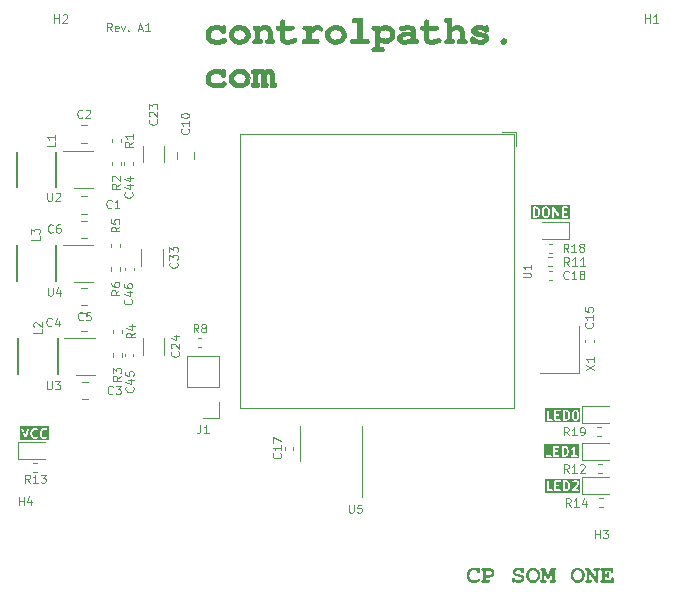
<source format=gbr>
%TF.GenerationSoftware,KiCad,Pcbnew,7.0.7-7.0.7~ubuntu22.04.1*%
%TF.CreationDate,2023-09-19T23:06:59+02:00*%
%TF.ProjectId,som_fpga,736f6d5f-6670-4676-912e-6b696361645f,rev?*%
%TF.SameCoordinates,Original*%
%TF.FileFunction,Legend,Top*%
%TF.FilePolarity,Positive*%
%FSLAX46Y46*%
G04 Gerber Fmt 4.6, Leading zero omitted, Abs format (unit mm)*
G04 Created by KiCad (PCBNEW 7.0.7-7.0.7~ubuntu22.04.1) date 2023-09-19 23:06:59*
%MOMM*%
%LPD*%
G01*
G04 APERTURE LIST*
%ADD10C,0.150000*%
%ADD11C,0.100000*%
%ADD12C,0.300000*%
%ADD13C,0.120000*%
%ADD14C,0.127000*%
%ADD15C,0.010000*%
G04 APERTURE END LIST*
D10*
G36*
X155453408Y-77297942D02*
G01*
X155508472Y-77353006D01*
X155537442Y-77410945D01*
X155571303Y-77546387D01*
X155571303Y-77642202D01*
X155537442Y-77777643D01*
X155508472Y-77835582D01*
X155453407Y-77890648D01*
X155367466Y-77919295D01*
X155264160Y-77919295D01*
X155264160Y-77269295D01*
X155367466Y-77269295D01*
X155453408Y-77297942D01*
G37*
G36*
X156325685Y-77294029D02*
G01*
X156378580Y-77346923D01*
X156409398Y-77470194D01*
X156409398Y-77718394D01*
X156378580Y-77841665D01*
X156325684Y-77894561D01*
X156276217Y-77919295D01*
X156159246Y-77919295D01*
X156109777Y-77894560D01*
X156056882Y-77841665D01*
X156026064Y-77718392D01*
X156026064Y-77470196D01*
X156056882Y-77346923D01*
X156109776Y-77294029D01*
X156159246Y-77269295D01*
X156276217Y-77269295D01*
X156325685Y-77294029D01*
G37*
G36*
X158234449Y-78183581D02*
G01*
X154999874Y-78183581D01*
X154999874Y-77994295D01*
X155114160Y-77994295D01*
X155120823Y-78012603D01*
X155124208Y-78031795D01*
X155129392Y-78036145D01*
X155131707Y-78042504D01*
X155148580Y-78052246D01*
X155163508Y-78064772D01*
X155173250Y-78066489D01*
X155176136Y-78068156D01*
X155179418Y-78067577D01*
X155189160Y-78069295D01*
X155379636Y-78069295D01*
X155381174Y-78068734D01*
X155403353Y-78065446D01*
X155517639Y-78027351D01*
X155521150Y-78024563D01*
X155525619Y-78024173D01*
X155546955Y-78009233D01*
X155623146Y-77933041D01*
X155623837Y-77931558D01*
X155637194Y-77913550D01*
X155675289Y-77837360D01*
X155675694Y-77833833D01*
X155680968Y-77822010D01*
X155704564Y-77727628D01*
X155876064Y-77727628D01*
X155877249Y-77730885D01*
X155878303Y-77745819D01*
X155916399Y-77898200D01*
X155920541Y-77904332D01*
X155921186Y-77911705D01*
X155936127Y-77933042D01*
X156012317Y-78009233D01*
X156013799Y-78009924D01*
X156031809Y-78023282D01*
X156108000Y-78061377D01*
X156112453Y-78061889D01*
X156115889Y-78064772D01*
X156141541Y-78069295D01*
X156293922Y-78069295D01*
X156298135Y-78067761D01*
X156302496Y-78068803D01*
X156327463Y-78061377D01*
X156403653Y-78023282D01*
X156404778Y-78022092D01*
X156423145Y-78009233D01*
X156438083Y-77994295D01*
X156752255Y-77994295D01*
X156769802Y-78042504D01*
X156814231Y-78068156D01*
X156864755Y-78059247D01*
X156897732Y-78019947D01*
X156902255Y-77994295D01*
X156902255Y-77476711D01*
X157219280Y-78031505D01*
X157224572Y-78035986D01*
X157226945Y-78042504D01*
X157243684Y-78052168D01*
X157258433Y-78064657D01*
X157265367Y-78064687D01*
X157271374Y-78068156D01*
X157290407Y-78064799D01*
X157309735Y-78064886D01*
X157315068Y-78060451D01*
X157321898Y-78059247D01*
X157334322Y-78044440D01*
X157349182Y-78032084D01*
X157350416Y-78025260D01*
X157354875Y-78019947D01*
X157359398Y-77994295D01*
X157590350Y-77994295D01*
X157597013Y-78012603D01*
X157600398Y-78031795D01*
X157605582Y-78036145D01*
X157607897Y-78042504D01*
X157624770Y-78052246D01*
X157639698Y-78064772D01*
X157649440Y-78066489D01*
X157652326Y-78068156D01*
X157655608Y-78067577D01*
X157665350Y-78069295D01*
X158046302Y-78069295D01*
X158094511Y-78051748D01*
X158120163Y-78007319D01*
X158111254Y-77956795D01*
X158071954Y-77923818D01*
X158046302Y-77919295D01*
X157740350Y-77919295D01*
X157740350Y-77650247D01*
X157932016Y-77650247D01*
X157980225Y-77632700D01*
X158005877Y-77588271D01*
X157996968Y-77537747D01*
X157957668Y-77504770D01*
X157932016Y-77500247D01*
X157740350Y-77500247D01*
X157740350Y-77269295D01*
X158046302Y-77269295D01*
X158094511Y-77251748D01*
X158120163Y-77207319D01*
X158111254Y-77156795D01*
X158071954Y-77123818D01*
X158046302Y-77119295D01*
X157665350Y-77119295D01*
X157647041Y-77125958D01*
X157627850Y-77129343D01*
X157623499Y-77134527D01*
X157617141Y-77136842D01*
X157607398Y-77153715D01*
X157594873Y-77168643D01*
X157593155Y-77178385D01*
X157591489Y-77181271D01*
X157592067Y-77184553D01*
X157590350Y-77194295D01*
X157590350Y-77994295D01*
X157359398Y-77994295D01*
X157359398Y-77194295D01*
X157341851Y-77146086D01*
X157297422Y-77120434D01*
X157246898Y-77129343D01*
X157213921Y-77168643D01*
X157209398Y-77194295D01*
X157209398Y-77711878D01*
X156892373Y-77157085D01*
X156887080Y-77152603D01*
X156884708Y-77146086D01*
X156867968Y-77136421D01*
X156853220Y-77123933D01*
X156846285Y-77123902D01*
X156840279Y-77120434D01*
X156821245Y-77123790D01*
X156801918Y-77123704D01*
X156796584Y-77128138D01*
X156789755Y-77129343D01*
X156777330Y-77144149D01*
X156762471Y-77156506D01*
X156761236Y-77163329D01*
X156756778Y-77168643D01*
X156752255Y-77194295D01*
X156752255Y-77994295D01*
X156438083Y-77994295D01*
X156499336Y-77933042D01*
X156502463Y-77926334D01*
X156508454Y-77921988D01*
X156519064Y-77898199D01*
X156557159Y-77745818D01*
X156556798Y-77742369D01*
X156559398Y-77727628D01*
X156559398Y-77460961D01*
X156558212Y-77457703D01*
X156557159Y-77442771D01*
X156519064Y-77290390D01*
X156514922Y-77284257D01*
X156514277Y-77276884D01*
X156499336Y-77255547D01*
X156423145Y-77179357D01*
X156421663Y-77178666D01*
X156403653Y-77165308D01*
X156327463Y-77127213D01*
X156323009Y-77126700D01*
X156319574Y-77123818D01*
X156293922Y-77119295D01*
X156141541Y-77119295D01*
X156137328Y-77120828D01*
X156132967Y-77119786D01*
X156108000Y-77127213D01*
X156031809Y-77165308D01*
X156030685Y-77166494D01*
X156012317Y-77179357D01*
X155936127Y-77255547D01*
X155932999Y-77262253D01*
X155927009Y-77266600D01*
X155916399Y-77290389D01*
X155878303Y-77442770D01*
X155878663Y-77446218D01*
X155876064Y-77460961D01*
X155876064Y-77727628D01*
X155704564Y-77727628D01*
X155719064Y-77669628D01*
X155718703Y-77666179D01*
X155721303Y-77651438D01*
X155721303Y-77537152D01*
X155720117Y-77533894D01*
X155719064Y-77518962D01*
X155680968Y-77366580D01*
X155678979Y-77363636D01*
X155675289Y-77351230D01*
X155637194Y-77275039D01*
X155636007Y-77273915D01*
X155623145Y-77255547D01*
X155546955Y-77179357D01*
X155542891Y-77177462D01*
X155540544Y-77173641D01*
X155517639Y-77161239D01*
X155403353Y-77123144D01*
X155401718Y-77123188D01*
X155379636Y-77119295D01*
X155189160Y-77119295D01*
X155170851Y-77125958D01*
X155151660Y-77129343D01*
X155147309Y-77134527D01*
X155140951Y-77136842D01*
X155131208Y-77153715D01*
X155118683Y-77168643D01*
X155116965Y-77178385D01*
X155115299Y-77181271D01*
X155115877Y-77184553D01*
X155114160Y-77194295D01*
X155114160Y-77994295D01*
X154999874Y-77994295D01*
X154999874Y-77005009D01*
X158234449Y-77005009D01*
X158234449Y-78183581D01*
G37*
G36*
X114131017Y-96923581D02*
G01*
X111695616Y-96923581D01*
X111695616Y-95932246D01*
X111809902Y-95932246D01*
X111813723Y-95958012D01*
X112080390Y-96758012D01*
X112081732Y-96759703D01*
X112081791Y-96761862D01*
X112097540Y-96779623D01*
X112112281Y-96798198D01*
X112114394Y-96798630D01*
X112115828Y-96800247D01*
X112139298Y-96803727D01*
X112162542Y-96808484D01*
X112164441Y-96807455D01*
X112166577Y-96807772D01*
X112186794Y-96795351D01*
X112207656Y-96784055D01*
X112208449Y-96782047D01*
X112210290Y-96780917D01*
X112222692Y-96758012D01*
X112344883Y-96391438D01*
X112571778Y-96391438D01*
X112572963Y-96394695D01*
X112574017Y-96409629D01*
X112612113Y-96562010D01*
X112614102Y-96564955D01*
X112617792Y-96577360D01*
X112655887Y-96653550D01*
X112657073Y-96654673D01*
X112669936Y-96673042D01*
X112746126Y-96749233D01*
X112750189Y-96751127D01*
X112752537Y-96754949D01*
X112775442Y-96767351D01*
X112889728Y-96805446D01*
X112891362Y-96805401D01*
X112913445Y-96809295D01*
X112989636Y-96809295D01*
X112991174Y-96808734D01*
X113013353Y-96805446D01*
X113127638Y-96767351D01*
X113131150Y-96764563D01*
X113135617Y-96764173D01*
X113156954Y-96749233D01*
X113195050Y-96711137D01*
X113216731Y-96664640D01*
X113203454Y-96615086D01*
X113161429Y-96585659D01*
X113110321Y-96590130D01*
X113088984Y-96605071D01*
X113063406Y-96630648D01*
X112977466Y-96659295D01*
X112925615Y-96659295D01*
X112839673Y-96630648D01*
X112784608Y-96575582D01*
X112755638Y-96517642D01*
X112724087Y-96391438D01*
X113371778Y-96391438D01*
X113372963Y-96394695D01*
X113374017Y-96409629D01*
X113412113Y-96562010D01*
X113414102Y-96564955D01*
X113417792Y-96577360D01*
X113455887Y-96653550D01*
X113457073Y-96654673D01*
X113469936Y-96673042D01*
X113546126Y-96749233D01*
X113550189Y-96751127D01*
X113552537Y-96754949D01*
X113575442Y-96767351D01*
X113689728Y-96805446D01*
X113691362Y-96805401D01*
X113713445Y-96809295D01*
X113789636Y-96809295D01*
X113791174Y-96808734D01*
X113813353Y-96805446D01*
X113927638Y-96767351D01*
X113931150Y-96764563D01*
X113935617Y-96764173D01*
X113956954Y-96749233D01*
X113995050Y-96711137D01*
X114016731Y-96664640D01*
X114003454Y-96615086D01*
X113961429Y-96585659D01*
X113910321Y-96590130D01*
X113888984Y-96605071D01*
X113863406Y-96630648D01*
X113777466Y-96659295D01*
X113725615Y-96659295D01*
X113639673Y-96630648D01*
X113584608Y-96575582D01*
X113555638Y-96517642D01*
X113521778Y-96382202D01*
X113521778Y-96286387D01*
X113555638Y-96150946D01*
X113584608Y-96093006D01*
X113639672Y-96037942D01*
X113725615Y-96009295D01*
X113777466Y-96009295D01*
X113863407Y-96037942D01*
X113888985Y-96063519D01*
X113935481Y-96085199D01*
X113985036Y-96071921D01*
X114014462Y-96029895D01*
X114009990Y-95978788D01*
X113995049Y-95957451D01*
X113956953Y-95919356D01*
X113952889Y-95917461D01*
X113950543Y-95913642D01*
X113927638Y-95901239D01*
X113813353Y-95863144D01*
X113811718Y-95863188D01*
X113789636Y-95859295D01*
X113713445Y-95859295D01*
X113711906Y-95859855D01*
X113689728Y-95863144D01*
X113575442Y-95901239D01*
X113571931Y-95904025D01*
X113567463Y-95904416D01*
X113546126Y-95919357D01*
X113469936Y-95995547D01*
X113469245Y-95997028D01*
X113455887Y-96015039D01*
X113417792Y-96091230D01*
X113417386Y-96094756D01*
X113412113Y-96106580D01*
X113374017Y-96258961D01*
X113374377Y-96262409D01*
X113371778Y-96277152D01*
X113371778Y-96391438D01*
X112724087Y-96391438D01*
X112721778Y-96382202D01*
X112721778Y-96286387D01*
X112755638Y-96150946D01*
X112784608Y-96093006D01*
X112839672Y-96037942D01*
X112925615Y-96009295D01*
X112977466Y-96009295D01*
X113063407Y-96037942D01*
X113088985Y-96063519D01*
X113135481Y-96085199D01*
X113185036Y-96071921D01*
X113214462Y-96029895D01*
X113209990Y-95978788D01*
X113195049Y-95957451D01*
X113156953Y-95919356D01*
X113152889Y-95917461D01*
X113150543Y-95913642D01*
X113127638Y-95901239D01*
X113013353Y-95863144D01*
X113011718Y-95863188D01*
X112989636Y-95859295D01*
X112913445Y-95859295D01*
X112911906Y-95859855D01*
X112889728Y-95863144D01*
X112775442Y-95901239D01*
X112771931Y-95904025D01*
X112767463Y-95904416D01*
X112746126Y-95919357D01*
X112669936Y-95995547D01*
X112669245Y-95997028D01*
X112655887Y-96015039D01*
X112617792Y-96091230D01*
X112617386Y-96094756D01*
X112612113Y-96106580D01*
X112574017Y-96258961D01*
X112574377Y-96262409D01*
X112571778Y-96277152D01*
X112571778Y-96391438D01*
X112344883Y-96391438D01*
X112489358Y-95958012D01*
X112487957Y-95906728D01*
X112453920Y-95868343D01*
X112403171Y-95860817D01*
X112359459Y-95887672D01*
X112347056Y-95910578D01*
X112151540Y-96497124D01*
X111956025Y-95910578D01*
X111924134Y-95870392D01*
X111873873Y-95860106D01*
X111828759Y-95884535D01*
X111809902Y-95932246D01*
X111695616Y-95932246D01*
X111695616Y-95745009D01*
X114131017Y-95745009D01*
X114131017Y-96923581D01*
G37*
G36*
X158002337Y-100457942D02*
G01*
X158057401Y-100513006D01*
X158086371Y-100570945D01*
X158120232Y-100706387D01*
X158120232Y-100802202D01*
X158086371Y-100937643D01*
X158057401Y-100995582D01*
X158002336Y-101050648D01*
X157916395Y-101079295D01*
X157813089Y-101079295D01*
X157813089Y-100429295D01*
X157916395Y-100429295D01*
X158002337Y-100457942D01*
G37*
G36*
X159146422Y-101343581D02*
G01*
X156177374Y-101343581D01*
X156177374Y-101154295D01*
X156291660Y-101154295D01*
X156298323Y-101172603D01*
X156301708Y-101191795D01*
X156306892Y-101196145D01*
X156309207Y-101202504D01*
X156326080Y-101212246D01*
X156341008Y-101224772D01*
X156350750Y-101226489D01*
X156353636Y-101228156D01*
X156356918Y-101227577D01*
X156366660Y-101229295D01*
X156747612Y-101229295D01*
X156795821Y-101211748D01*
X156821473Y-101167319D01*
X156819176Y-101154295D01*
X156939279Y-101154295D01*
X156945942Y-101172603D01*
X156949327Y-101191795D01*
X156954511Y-101196145D01*
X156956826Y-101202504D01*
X156973699Y-101212246D01*
X156988627Y-101224772D01*
X156998369Y-101226489D01*
X157001255Y-101228156D01*
X157004537Y-101227577D01*
X157014279Y-101229295D01*
X157395231Y-101229295D01*
X157443440Y-101211748D01*
X157469092Y-101167319D01*
X157466795Y-101154295D01*
X157663089Y-101154295D01*
X157669752Y-101172603D01*
X157673137Y-101191795D01*
X157678321Y-101196145D01*
X157680636Y-101202504D01*
X157697509Y-101212246D01*
X157712437Y-101224772D01*
X157722179Y-101226489D01*
X157725065Y-101228156D01*
X157728347Y-101227577D01*
X157738089Y-101229295D01*
X157928565Y-101229295D01*
X157930103Y-101228734D01*
X157952282Y-101225446D01*
X158066568Y-101187351D01*
X158070079Y-101184563D01*
X158074548Y-101184173D01*
X158095884Y-101169233D01*
X158117358Y-101147759D01*
X158387184Y-101147759D01*
X158393025Y-101169561D01*
X158396946Y-101191795D01*
X158399573Y-101193999D01*
X158400461Y-101197313D01*
X158418952Y-101210261D01*
X158436246Y-101224772D01*
X158440830Y-101225580D01*
X158442487Y-101226740D01*
X158445775Y-101226452D01*
X158461898Y-101229295D01*
X158957136Y-101229295D01*
X159005345Y-101211748D01*
X159030997Y-101167319D01*
X159022088Y-101116795D01*
X158982788Y-101083818D01*
X158957136Y-101079295D01*
X158642964Y-101079295D01*
X158972074Y-100750185D01*
X158973968Y-100746121D01*
X158977790Y-100743774D01*
X158990192Y-100720869D01*
X159028287Y-100606583D01*
X159028242Y-100604948D01*
X159032136Y-100582866D01*
X159032136Y-100506676D01*
X159030602Y-100502463D01*
X159031645Y-100498102D01*
X159024218Y-100473135D01*
X158986123Y-100396944D01*
X158984933Y-100395818D01*
X158972074Y-100377452D01*
X158933979Y-100339357D01*
X158932497Y-100338666D01*
X158914487Y-100325308D01*
X158838296Y-100287213D01*
X158833842Y-100286700D01*
X158830407Y-100283818D01*
X158804755Y-100279295D01*
X158614279Y-100279295D01*
X158610065Y-100280828D01*
X158605705Y-100279787D01*
X158580738Y-100287213D01*
X158504548Y-100325308D01*
X158503422Y-100326496D01*
X158485057Y-100339356D01*
X158446961Y-100377451D01*
X158425279Y-100423948D01*
X158438555Y-100473502D01*
X158480581Y-100502929D01*
X158531688Y-100498459D01*
X158553025Y-100483519D01*
X158582515Y-100454029D01*
X158631984Y-100429295D01*
X158787050Y-100429295D01*
X158836519Y-100454029D01*
X158857401Y-100474911D01*
X158882136Y-100524380D01*
X158882136Y-100570696D01*
X158853488Y-100656638D01*
X158408865Y-101101262D01*
X158399327Y-101121715D01*
X158388037Y-101141271D01*
X158388633Y-101144651D01*
X158387184Y-101147759D01*
X158117358Y-101147759D01*
X158172075Y-101093041D01*
X158172766Y-101091558D01*
X158186123Y-101073550D01*
X158224218Y-100997360D01*
X158224623Y-100993833D01*
X158229897Y-100982010D01*
X158267993Y-100829628D01*
X158267632Y-100826179D01*
X158270232Y-100811438D01*
X158270232Y-100697152D01*
X158269046Y-100693894D01*
X158267993Y-100678962D01*
X158229897Y-100526580D01*
X158227908Y-100523636D01*
X158224218Y-100511230D01*
X158186123Y-100435039D01*
X158184936Y-100433915D01*
X158172074Y-100415547D01*
X158095884Y-100339357D01*
X158091820Y-100337462D01*
X158089473Y-100333641D01*
X158066568Y-100321239D01*
X157952282Y-100283144D01*
X157950647Y-100283188D01*
X157928565Y-100279295D01*
X157738089Y-100279295D01*
X157719780Y-100285958D01*
X157700589Y-100289343D01*
X157696238Y-100294527D01*
X157689880Y-100296842D01*
X157680137Y-100313715D01*
X157667612Y-100328643D01*
X157665894Y-100338385D01*
X157664228Y-100341271D01*
X157664806Y-100344553D01*
X157663089Y-100354295D01*
X157663089Y-101154295D01*
X157466795Y-101154295D01*
X157460183Y-101116795D01*
X157420883Y-101083818D01*
X157395231Y-101079295D01*
X157089279Y-101079295D01*
X157089279Y-100810247D01*
X157280945Y-100810247D01*
X157329154Y-100792700D01*
X157354806Y-100748271D01*
X157345897Y-100697747D01*
X157306597Y-100664770D01*
X157280945Y-100660247D01*
X157089279Y-100660247D01*
X157089279Y-100429295D01*
X157395231Y-100429295D01*
X157443440Y-100411748D01*
X157469092Y-100367319D01*
X157460183Y-100316795D01*
X157420883Y-100283818D01*
X157395231Y-100279295D01*
X157014279Y-100279295D01*
X156995970Y-100285958D01*
X156976779Y-100289343D01*
X156972428Y-100294527D01*
X156966070Y-100296842D01*
X156956327Y-100313715D01*
X156943802Y-100328643D01*
X156942084Y-100338385D01*
X156940418Y-100341271D01*
X156940996Y-100344553D01*
X156939279Y-100354295D01*
X156939279Y-101154295D01*
X156819176Y-101154295D01*
X156812564Y-101116795D01*
X156773264Y-101083818D01*
X156747612Y-101079295D01*
X156441660Y-101079295D01*
X156441660Y-100354295D01*
X156424113Y-100306086D01*
X156379684Y-100280434D01*
X156329160Y-100289343D01*
X156296183Y-100328643D01*
X156291660Y-100354295D01*
X156291660Y-101154295D01*
X156177374Y-101154295D01*
X156177374Y-100165009D01*
X159146422Y-100165009D01*
X159146422Y-101343581D01*
G37*
D11*
X119442455Y-62269133D02*
X119209122Y-61935800D01*
X119042455Y-62269133D02*
X119042455Y-61569133D01*
X119042455Y-61569133D02*
X119309122Y-61569133D01*
X119309122Y-61569133D02*
X119375789Y-61602466D01*
X119375789Y-61602466D02*
X119409122Y-61635800D01*
X119409122Y-61635800D02*
X119442455Y-61702466D01*
X119442455Y-61702466D02*
X119442455Y-61802466D01*
X119442455Y-61802466D02*
X119409122Y-61869133D01*
X119409122Y-61869133D02*
X119375789Y-61902466D01*
X119375789Y-61902466D02*
X119309122Y-61935800D01*
X119309122Y-61935800D02*
X119042455Y-61935800D01*
X120009122Y-62235800D02*
X119942455Y-62269133D01*
X119942455Y-62269133D02*
X119809122Y-62269133D01*
X119809122Y-62269133D02*
X119742455Y-62235800D01*
X119742455Y-62235800D02*
X119709122Y-62169133D01*
X119709122Y-62169133D02*
X119709122Y-61902466D01*
X119709122Y-61902466D02*
X119742455Y-61835800D01*
X119742455Y-61835800D02*
X119809122Y-61802466D01*
X119809122Y-61802466D02*
X119942455Y-61802466D01*
X119942455Y-61802466D02*
X120009122Y-61835800D01*
X120009122Y-61835800D02*
X120042455Y-61902466D01*
X120042455Y-61902466D02*
X120042455Y-61969133D01*
X120042455Y-61969133D02*
X119709122Y-62035800D01*
X120275789Y-61802466D02*
X120442455Y-62269133D01*
X120442455Y-62269133D02*
X120609122Y-61802466D01*
X120875788Y-62202466D02*
X120909122Y-62235800D01*
X120909122Y-62235800D02*
X120875788Y-62269133D01*
X120875788Y-62269133D02*
X120842455Y-62235800D01*
X120842455Y-62235800D02*
X120875788Y-62202466D01*
X120875788Y-62202466D02*
X120875788Y-62269133D01*
X121709121Y-62069133D02*
X122042454Y-62069133D01*
X121642454Y-62269133D02*
X121875788Y-61569133D01*
X121875788Y-61569133D02*
X122109121Y-62269133D01*
X122709121Y-62269133D02*
X122309121Y-62269133D01*
X122509121Y-62269133D02*
X122509121Y-61569133D01*
X122509121Y-61569133D02*
X122442454Y-61669133D01*
X122442454Y-61669133D02*
X122375788Y-61735800D01*
X122375788Y-61735800D02*
X122309121Y-61769133D01*
D10*
G36*
X157902337Y-97557942D02*
G01*
X157957401Y-97613006D01*
X157986371Y-97670945D01*
X158020232Y-97806387D01*
X158020232Y-97902202D01*
X157986371Y-98037643D01*
X157957401Y-98095582D01*
X157902336Y-98150648D01*
X157816395Y-98179295D01*
X157713089Y-98179295D01*
X157713089Y-97529295D01*
X157816395Y-97529295D01*
X157902337Y-97557942D01*
G37*
G36*
X159045283Y-98443581D02*
G01*
X156077374Y-98443581D01*
X156077374Y-98254295D01*
X156191660Y-98254295D01*
X156198323Y-98272603D01*
X156201708Y-98291795D01*
X156206892Y-98296145D01*
X156209207Y-98302504D01*
X156226080Y-98312246D01*
X156241008Y-98324772D01*
X156250750Y-98326489D01*
X156253636Y-98328156D01*
X156256918Y-98327577D01*
X156266660Y-98329295D01*
X156647612Y-98329295D01*
X156695821Y-98311748D01*
X156721473Y-98267319D01*
X156719176Y-98254295D01*
X156839279Y-98254295D01*
X156845942Y-98272603D01*
X156849327Y-98291795D01*
X156854511Y-98296145D01*
X156856826Y-98302504D01*
X156873699Y-98312246D01*
X156888627Y-98324772D01*
X156898369Y-98326489D01*
X156901255Y-98328156D01*
X156904537Y-98327577D01*
X156914279Y-98329295D01*
X157295231Y-98329295D01*
X157343440Y-98311748D01*
X157369092Y-98267319D01*
X157366795Y-98254295D01*
X157563089Y-98254295D01*
X157569752Y-98272603D01*
X157573137Y-98291795D01*
X157578321Y-98296145D01*
X157580636Y-98302504D01*
X157597509Y-98312246D01*
X157612437Y-98324772D01*
X157622179Y-98326489D01*
X157625065Y-98328156D01*
X157628347Y-98327577D01*
X157638089Y-98329295D01*
X157828565Y-98329295D01*
X157830103Y-98328734D01*
X157852282Y-98325446D01*
X157966568Y-98287351D01*
X157970079Y-98284563D01*
X157974548Y-98284173D01*
X157995884Y-98269233D01*
X158023846Y-98241271D01*
X158326132Y-98241271D01*
X158335041Y-98291795D01*
X158374341Y-98324772D01*
X158399993Y-98329295D01*
X158857136Y-98329295D01*
X158905345Y-98311748D01*
X158930997Y-98267319D01*
X158922088Y-98216795D01*
X158882788Y-98183818D01*
X158857136Y-98179295D01*
X158703565Y-98179295D01*
X158703565Y-97454295D01*
X158702089Y-97450241D01*
X158703110Y-97446052D01*
X158693462Y-97426538D01*
X158686018Y-97406086D01*
X158682284Y-97403930D01*
X158680373Y-97400064D01*
X158660439Y-97391317D01*
X158641589Y-97380434D01*
X158637341Y-97381182D01*
X158633392Y-97379450D01*
X158612497Y-97385563D01*
X158591065Y-97389343D01*
X158588293Y-97392645D01*
X158584154Y-97393857D01*
X158566161Y-97412692D01*
X158494088Y-97520800D01*
X158431756Y-97583131D01*
X158366452Y-97615784D01*
X158331180Y-97653038D01*
X158328105Y-97704248D01*
X158358668Y-97745454D01*
X158408567Y-97757375D01*
X158433534Y-97749948D01*
X158509725Y-97711853D01*
X158510849Y-97710665D01*
X158529217Y-97697804D01*
X158553565Y-97673455D01*
X158553565Y-98179295D01*
X158399993Y-98179295D01*
X158351784Y-98196842D01*
X158326132Y-98241271D01*
X158023846Y-98241271D01*
X158072075Y-98193041D01*
X158072766Y-98191558D01*
X158086123Y-98173550D01*
X158124218Y-98097360D01*
X158124623Y-98093833D01*
X158129897Y-98082010D01*
X158167993Y-97929628D01*
X158167632Y-97926179D01*
X158170232Y-97911438D01*
X158170232Y-97797152D01*
X158169046Y-97793894D01*
X158167993Y-97778962D01*
X158129897Y-97626580D01*
X158127908Y-97623636D01*
X158124218Y-97611230D01*
X158086123Y-97535039D01*
X158084936Y-97533915D01*
X158072074Y-97515547D01*
X157995884Y-97439357D01*
X157991820Y-97437462D01*
X157989473Y-97433641D01*
X157966568Y-97421239D01*
X157852282Y-97383144D01*
X157850647Y-97383188D01*
X157828565Y-97379295D01*
X157638089Y-97379295D01*
X157619780Y-97385958D01*
X157600589Y-97389343D01*
X157596238Y-97394527D01*
X157589880Y-97396842D01*
X157580137Y-97413715D01*
X157567612Y-97428643D01*
X157565894Y-97438385D01*
X157564228Y-97441271D01*
X157564806Y-97444553D01*
X157563089Y-97454295D01*
X157563089Y-98254295D01*
X157366795Y-98254295D01*
X157360183Y-98216795D01*
X157320883Y-98183818D01*
X157295231Y-98179295D01*
X156989279Y-98179295D01*
X156989279Y-97910247D01*
X157180945Y-97910247D01*
X157229154Y-97892700D01*
X157254806Y-97848271D01*
X157245897Y-97797747D01*
X157206597Y-97764770D01*
X157180945Y-97760247D01*
X156989279Y-97760247D01*
X156989279Y-97529295D01*
X157295231Y-97529295D01*
X157343440Y-97511748D01*
X157369092Y-97467319D01*
X157360183Y-97416795D01*
X157320883Y-97383818D01*
X157295231Y-97379295D01*
X156914279Y-97379295D01*
X156895970Y-97385958D01*
X156876779Y-97389343D01*
X156872428Y-97394527D01*
X156866070Y-97396842D01*
X156856327Y-97413715D01*
X156843802Y-97428643D01*
X156842084Y-97438385D01*
X156840418Y-97441271D01*
X156840996Y-97444553D01*
X156839279Y-97454295D01*
X156839279Y-98254295D01*
X156719176Y-98254295D01*
X156712564Y-98216795D01*
X156673264Y-98183818D01*
X156647612Y-98179295D01*
X156341660Y-98179295D01*
X156341660Y-97454295D01*
X156324113Y-97406086D01*
X156279684Y-97380434D01*
X156229160Y-97389343D01*
X156196183Y-97428643D01*
X156191660Y-97454295D01*
X156191660Y-98254295D01*
X156077374Y-98254295D01*
X156077374Y-97265009D01*
X159045283Y-97265009D01*
X159045283Y-98443581D01*
G37*
D12*
G36*
X150166458Y-108783649D02*
G01*
X150184819Y-108783437D01*
X150202672Y-108782799D01*
X150220016Y-108781737D01*
X150236851Y-108780249D01*
X150253178Y-108778336D01*
X150268996Y-108775998D01*
X150284305Y-108773236D01*
X150299105Y-108770048D01*
X150313396Y-108766435D01*
X150331660Y-108760957D01*
X150336085Y-108759469D01*
X150353121Y-108753275D01*
X150368874Y-108746967D01*
X150383346Y-108740544D01*
X150396535Y-108734007D01*
X150411218Y-108725674D01*
X150423898Y-108717163D01*
X150436468Y-108706713D01*
X150447623Y-108696151D01*
X150458828Y-108685899D01*
X150470085Y-108675955D01*
X150481394Y-108666321D01*
X150492754Y-108656996D01*
X150496552Y-108653956D01*
X150509858Y-108644392D01*
X150522849Y-108637176D01*
X150537309Y-108631807D01*
X150553084Y-108629434D01*
X150554804Y-108629410D01*
X150570230Y-108630530D01*
X150584909Y-108633892D01*
X150598841Y-108639495D01*
X150612026Y-108647339D01*
X150624463Y-108657424D01*
X150628443Y-108661284D01*
X150639275Y-108673472D01*
X150647866Y-108686408D01*
X150654216Y-108700091D01*
X150658325Y-108714521D01*
X150660193Y-108729698D01*
X150660317Y-108734923D01*
X150659045Y-108751904D01*
X150655229Y-108768776D01*
X150648870Y-108785538D01*
X150639967Y-108802191D01*
X150628520Y-108818734D01*
X150614529Y-108835168D01*
X150603788Y-108846063D01*
X150591917Y-108856909D01*
X150578915Y-108867707D01*
X150564783Y-108878456D01*
X150549520Y-108889156D01*
X150533127Y-108899808D01*
X150515603Y-108910411D01*
X150497299Y-108920615D01*
X150478474Y-108930161D01*
X150459129Y-108939048D01*
X150439262Y-108947277D01*
X150418874Y-108954847D01*
X150397966Y-108961759D01*
X150376536Y-108968013D01*
X150354586Y-108973609D01*
X150332115Y-108978546D01*
X150309123Y-108982825D01*
X150285609Y-108986446D01*
X150261575Y-108989409D01*
X150237020Y-108991713D01*
X150211944Y-108993358D01*
X150186348Y-108994346D01*
X150160230Y-108994675D01*
X150143558Y-108994522D01*
X150127067Y-108994061D01*
X150110755Y-108993294D01*
X150094622Y-108992219D01*
X150078669Y-108990838D01*
X150062896Y-108989149D01*
X150047302Y-108987154D01*
X150031888Y-108984852D01*
X150016653Y-108982243D01*
X150001598Y-108979326D01*
X149986723Y-108976103D01*
X149972027Y-108972573D01*
X149957511Y-108968736D01*
X149943175Y-108964592D01*
X149929018Y-108960141D01*
X149915040Y-108955382D01*
X149901243Y-108950317D01*
X149874186Y-108939266D01*
X149847848Y-108926987D01*
X149822228Y-108913481D01*
X149797327Y-108898746D01*
X149773144Y-108882783D01*
X149749680Y-108865593D01*
X149726934Y-108847174D01*
X149715830Y-108837505D01*
X149704988Y-108827578D01*
X149684337Y-108807239D01*
X149665063Y-108786253D01*
X149647166Y-108764620D01*
X149630645Y-108742341D01*
X149615501Y-108719415D01*
X149601734Y-108695841D01*
X149589343Y-108671621D01*
X149578329Y-108646754D01*
X149568692Y-108621240D01*
X149560432Y-108595080D01*
X149553548Y-108568272D01*
X149548041Y-108540818D01*
X149543911Y-108512716D01*
X149541158Y-108483968D01*
X149539781Y-108454573D01*
X149539609Y-108439633D01*
X149539609Y-108300415D01*
X149539769Y-108284650D01*
X149540251Y-108269048D01*
X149541054Y-108253607D01*
X149542179Y-108238327D01*
X149543625Y-108223210D01*
X149545392Y-108208254D01*
X149547480Y-108193460D01*
X149549890Y-108178828D01*
X149552621Y-108164357D01*
X149559046Y-108135901D01*
X149566757Y-108108091D01*
X149575753Y-108080929D01*
X149586034Y-108054413D01*
X149597601Y-108028545D01*
X149610452Y-108003323D01*
X149624588Y-107978748D01*
X149640010Y-107954819D01*
X149656717Y-107931538D01*
X149674709Y-107908904D01*
X149693986Y-107886916D01*
X149704106Y-107876165D01*
X149714488Y-107865639D01*
X149725026Y-107855447D01*
X149746570Y-107836065D01*
X149768738Y-107818020D01*
X149791530Y-107801312D01*
X149814946Y-107785941D01*
X149838986Y-107771906D01*
X149863649Y-107759207D01*
X149888937Y-107747846D01*
X149914849Y-107737821D01*
X149941384Y-107729133D01*
X149968544Y-107721781D01*
X149996328Y-107715766D01*
X150024735Y-107711088D01*
X150053767Y-107707746D01*
X150068516Y-107706577D01*
X150083422Y-107705741D01*
X150098484Y-107705240D01*
X150113702Y-107705073D01*
X150132174Y-107705353D01*
X150150681Y-107706195D01*
X150169223Y-107707597D01*
X150187799Y-107709561D01*
X150206409Y-107712085D01*
X150225053Y-107715171D01*
X150243732Y-107718817D01*
X150262445Y-107723025D01*
X150281193Y-107727793D01*
X150299975Y-107733123D01*
X150318791Y-107739013D01*
X150337642Y-107745464D01*
X150356527Y-107752477D01*
X150375446Y-107760050D01*
X150394400Y-107768185D01*
X150413387Y-107776880D01*
X150434270Y-107785307D01*
X150443510Y-107773457D01*
X150455799Y-107760867D01*
X150468912Y-107750745D01*
X150482847Y-107743092D01*
X150497605Y-107737908D01*
X150513187Y-107735193D01*
X150522930Y-107734748D01*
X150537614Y-107735309D01*
X150554245Y-107737588D01*
X150568962Y-107741620D01*
X150584096Y-107748773D01*
X150596474Y-107758450D01*
X150606095Y-107770652D01*
X150613690Y-107785224D01*
X150618819Y-107799059D01*
X150622856Y-107814433D01*
X150625803Y-107831345D01*
X150627374Y-107845982D01*
X150628247Y-107861604D01*
X150628443Y-107873967D01*
X150628443Y-108051287D01*
X150628031Y-108068145D01*
X150626795Y-108083916D01*
X150624734Y-108098600D01*
X150620097Y-108118585D01*
X150613606Y-108136123D01*
X150605259Y-108151214D01*
X150595058Y-108163858D01*
X150583003Y-108174055D01*
X150569092Y-108181804D01*
X150553327Y-108187107D01*
X150535707Y-108189962D01*
X150522930Y-108190505D01*
X150507052Y-108189506D01*
X150492436Y-108186508D01*
X150477278Y-108180635D01*
X150463768Y-108172151D01*
X150460648Y-108169623D01*
X150449726Y-108159204D01*
X150440230Y-108147976D01*
X150432639Y-108134961D01*
X150430973Y-108130422D01*
X150427317Y-108116218D01*
X150424132Y-108101828D01*
X150421156Y-108086945D01*
X150419616Y-108078764D01*
X150415603Y-108063303D01*
X150409976Y-108048608D01*
X150402734Y-108034680D01*
X150393879Y-108021520D01*
X150383409Y-108009126D01*
X150371324Y-107997500D01*
X150357626Y-107986641D01*
X150342313Y-107976549D01*
X150326428Y-107967195D01*
X150310828Y-107958734D01*
X150295516Y-107951167D01*
X150280489Y-107944492D01*
X150265748Y-107938710D01*
X150251294Y-107933821D01*
X150237126Y-107929826D01*
X150223244Y-107926723D01*
X150206382Y-107923662D01*
X150189914Y-107921120D01*
X150173839Y-107919097D01*
X150158158Y-107917593D01*
X150142870Y-107916607D01*
X150127975Y-107916140D01*
X150122128Y-107916099D01*
X150102284Y-107916524D01*
X150082870Y-107917799D01*
X150063885Y-107919924D01*
X150045329Y-107922899D01*
X150027202Y-107926725D01*
X150009505Y-107931400D01*
X149992237Y-107936926D01*
X149975399Y-107943301D01*
X149958990Y-107950527D01*
X149943010Y-107958603D01*
X149927460Y-107967528D01*
X149912339Y-107977304D01*
X149897647Y-107987930D01*
X149883384Y-107999406D01*
X149869551Y-108011733D01*
X149856147Y-108024909D01*
X149843370Y-108038736D01*
X149831418Y-108053016D01*
X149820290Y-108067748D01*
X149809986Y-108082932D01*
X149800506Y-108098568D01*
X149791851Y-108114657D01*
X149784019Y-108131197D01*
X149777013Y-108148190D01*
X149770830Y-108165636D01*
X149765472Y-108183533D01*
X149760939Y-108201883D01*
X149757229Y-108220685D01*
X149754344Y-108239939D01*
X149752283Y-108259645D01*
X149751047Y-108279804D01*
X149750635Y-108300415D01*
X149750635Y-108435237D01*
X149751075Y-108454774D01*
X149752398Y-108473820D01*
X149754602Y-108492372D01*
X149757687Y-108510433D01*
X149761654Y-108528001D01*
X149766503Y-108545077D01*
X149772233Y-108561661D01*
X149778845Y-108577752D01*
X149786338Y-108593352D01*
X149794713Y-108608458D01*
X149803969Y-108623073D01*
X149814107Y-108637195D01*
X149825127Y-108650825D01*
X149837028Y-108663963D01*
X149849810Y-108676608D01*
X149863475Y-108688761D01*
X149877882Y-108700251D01*
X149892893Y-108711000D01*
X149908507Y-108721008D01*
X149924726Y-108730274D01*
X149941549Y-108738800D01*
X149958976Y-108746583D01*
X149977006Y-108753626D01*
X149995641Y-108759927D01*
X150014879Y-108765487D01*
X150034721Y-108770306D01*
X150055168Y-108774383D01*
X150076218Y-108777719D01*
X150097872Y-108780313D01*
X150120130Y-108782167D01*
X150142992Y-108783279D01*
X150166458Y-108783649D01*
G37*
G36*
X151411953Y-107735185D02*
G01*
X151436162Y-107736494D01*
X151459810Y-107738677D01*
X151482896Y-107741732D01*
X151505422Y-107745660D01*
X151527387Y-107750462D01*
X151548790Y-107756136D01*
X151569633Y-107762684D01*
X151589915Y-107770104D01*
X151609636Y-107778397D01*
X151628795Y-107787563D01*
X151647394Y-107797603D01*
X151665432Y-107808515D01*
X151682908Y-107820300D01*
X151699824Y-107832958D01*
X151716179Y-107846489D01*
X151731795Y-107860706D01*
X151746404Y-107875421D01*
X151760005Y-107890633D01*
X151772599Y-107906344D01*
X151784185Y-107922553D01*
X151794764Y-107939260D01*
X151804335Y-107956464D01*
X151812899Y-107974167D01*
X151820455Y-107992368D01*
X151827004Y-108011067D01*
X151832545Y-108030264D01*
X151837079Y-108049959D01*
X151840605Y-108070152D01*
X151843124Y-108090843D01*
X151844635Y-108112032D01*
X151845139Y-108133719D01*
X151844826Y-108151366D01*
X151843887Y-108168817D01*
X151842322Y-108186071D01*
X151840130Y-108203128D01*
X151837313Y-108219988D01*
X151833869Y-108236652D01*
X151832316Y-108243262D01*
X151827851Y-108259829D01*
X151822241Y-108276557D01*
X151815486Y-108293446D01*
X151809258Y-108307073D01*
X151802297Y-108320803D01*
X151794604Y-108334636D01*
X151786177Y-108348572D01*
X151783956Y-108352072D01*
X151774700Y-108365771D01*
X151764882Y-108379023D01*
X151754504Y-108391828D01*
X151743565Y-108404187D01*
X151732064Y-108416100D01*
X151720003Y-108427566D01*
X151707380Y-108438586D01*
X151694197Y-108449159D01*
X151680172Y-108459188D01*
X151665025Y-108468759D01*
X151648756Y-108477872D01*
X151631366Y-108486528D01*
X151617586Y-108492719D01*
X151603176Y-108498652D01*
X151588134Y-108504328D01*
X151572461Y-108509746D01*
X151556157Y-108514907D01*
X151550582Y-108516570D01*
X151533586Y-108521284D01*
X151516120Y-108525534D01*
X151498183Y-108529321D01*
X151479777Y-108532644D01*
X151460900Y-108535503D01*
X151441553Y-108537899D01*
X151421736Y-108539831D01*
X151401449Y-108541299D01*
X151380692Y-108542304D01*
X151359465Y-108542845D01*
X151345052Y-108542948D01*
X151138056Y-108542948D01*
X151138056Y-108753974D01*
X151347250Y-108753974D01*
X151364109Y-108754386D01*
X151379879Y-108755622D01*
X151394563Y-108757683D01*
X151414548Y-108762320D01*
X151432086Y-108768811D01*
X151447177Y-108777158D01*
X151459821Y-108787359D01*
X151470018Y-108799414D01*
X151477767Y-108813325D01*
X151483070Y-108829090D01*
X151485925Y-108846710D01*
X151486468Y-108859487D01*
X151485245Y-108878343D01*
X151481574Y-108895344D01*
X151475456Y-108910491D01*
X151466891Y-108923784D01*
X151455878Y-108935221D01*
X151442419Y-108944804D01*
X151426512Y-108952532D01*
X151408158Y-108958405D01*
X151387357Y-108962424D01*
X151372130Y-108964072D01*
X151355815Y-108964896D01*
X151347250Y-108965000D01*
X150895523Y-108965000D01*
X150878664Y-108964587D01*
X150862894Y-108963351D01*
X150848210Y-108961290D01*
X150828225Y-108956653D01*
X150810687Y-108950162D01*
X150795596Y-108941816D01*
X150782952Y-108931615D01*
X150772755Y-108919559D01*
X150765006Y-108905648D01*
X150759703Y-108889883D01*
X150756848Y-108872264D01*
X150756304Y-108859487D01*
X150757528Y-108840630D01*
X150761199Y-108823629D01*
X150767317Y-108808482D01*
X150775882Y-108795190D01*
X150786894Y-108783752D01*
X150800354Y-108774170D01*
X150816261Y-108766442D01*
X150834615Y-108760568D01*
X150855416Y-108756550D01*
X150870643Y-108754901D01*
X150886958Y-108754077D01*
X150895523Y-108753974D01*
X150927030Y-108753974D01*
X150927030Y-107945774D01*
X151138056Y-107945774D01*
X151138056Y-108331922D01*
X151387184Y-108331922D01*
X151407370Y-108331468D01*
X151426712Y-108330106D01*
X151445211Y-108327836D01*
X151462867Y-108324658D01*
X151479678Y-108320572D01*
X151495646Y-108315577D01*
X151510770Y-108309675D01*
X151525051Y-108302865D01*
X151538488Y-108295146D01*
X151551082Y-108286520D01*
X151559009Y-108280265D01*
X151570139Y-108270254D01*
X151583277Y-108255894D01*
X151594468Y-108240378D01*
X151603713Y-108223705D01*
X151611012Y-108205877D01*
X151615208Y-108191746D01*
X151618310Y-108176965D01*
X151620317Y-108161534D01*
X151621230Y-108145452D01*
X151621290Y-108139947D01*
X151620743Y-108123256D01*
X151619101Y-108107253D01*
X151616364Y-108091940D01*
X151612532Y-108077316D01*
X151607606Y-108063381D01*
X151599334Y-108045873D01*
X151589116Y-108029590D01*
X151576951Y-108014531D01*
X151566551Y-108004042D01*
X151559009Y-107997431D01*
X151546978Y-107988200D01*
X151534103Y-107979876D01*
X151520385Y-107972460D01*
X151505823Y-107965953D01*
X151490417Y-107960353D01*
X151474168Y-107955662D01*
X151457075Y-107951878D01*
X151439139Y-107949003D01*
X151420359Y-107947035D01*
X151400735Y-107945976D01*
X151387184Y-107945774D01*
X151138056Y-107945774D01*
X150927030Y-107945774D01*
X150895523Y-107945774D01*
X150878664Y-107945362D01*
X150862894Y-107944125D01*
X150848210Y-107942065D01*
X150828225Y-107937428D01*
X150810687Y-107930936D01*
X150795596Y-107922590D01*
X150782952Y-107912389D01*
X150772755Y-107900333D01*
X150765006Y-107886423D01*
X150759703Y-107870658D01*
X150756848Y-107853038D01*
X150756304Y-107840261D01*
X150756865Y-107825578D01*
X150759144Y-107808947D01*
X150763177Y-107794230D01*
X150770329Y-107779096D01*
X150780007Y-107766718D01*
X150792208Y-107757096D01*
X150806780Y-107749502D01*
X150820615Y-107744373D01*
X150835989Y-107740335D01*
X150852901Y-107737389D01*
X150867538Y-107735818D01*
X150883160Y-107734945D01*
X150895523Y-107734748D01*
X151387184Y-107734748D01*
X151411953Y-107735185D01*
G37*
G36*
X154234200Y-107705073D02*
G01*
X154249284Y-107705634D01*
X154266256Y-107707913D01*
X154281134Y-107711945D01*
X154296225Y-107719098D01*
X154308302Y-107728775D01*
X154317365Y-107740976D01*
X154324213Y-107755548D01*
X154329644Y-107772335D01*
X154333088Y-107788016D01*
X154335547Y-107805236D01*
X154336807Y-107820120D01*
X154337436Y-107835988D01*
X154337515Y-107844291D01*
X154337515Y-108030038D01*
X154337112Y-108047163D01*
X154335901Y-108063182D01*
X154333883Y-108078097D01*
X154329343Y-108098398D01*
X154322987Y-108116214D01*
X154314814Y-108131543D01*
X154304826Y-108144386D01*
X154293021Y-108154744D01*
X154279401Y-108162616D01*
X154263964Y-108168002D01*
X154246711Y-108170902D01*
X154234200Y-108171454D01*
X154219045Y-108170810D01*
X154204299Y-108168704D01*
X154203426Y-108168524D01*
X154188749Y-108163962D01*
X154180345Y-108160097D01*
X154168316Y-108151149D01*
X154162393Y-108145076D01*
X154152712Y-108133537D01*
X154149570Y-108129323D01*
X154143050Y-108115790D01*
X154141144Y-108110638D01*
X154136865Y-108096180D01*
X154136015Y-108092686D01*
X154132595Y-108077675D01*
X154131618Y-108073635D01*
X154128828Y-108059038D01*
X154128688Y-108057515D01*
X154124097Y-108042053D01*
X154117834Y-108027359D01*
X154109900Y-108013431D01*
X154100294Y-108000271D01*
X154089017Y-107987877D01*
X154076068Y-107976251D01*
X154061448Y-107965392D01*
X154045157Y-107955300D01*
X154032040Y-107948294D01*
X154018383Y-107941977D01*
X154004185Y-107936350D01*
X153989446Y-107931411D01*
X153974166Y-107927162D01*
X153958345Y-107923602D01*
X153941983Y-107920731D01*
X153925081Y-107918549D01*
X153907637Y-107917056D01*
X153889652Y-107916252D01*
X153877362Y-107916099D01*
X153859069Y-107916508D01*
X153841285Y-107917734D01*
X153824010Y-107919779D01*
X153807243Y-107922642D01*
X153790985Y-107926322D01*
X153775236Y-107930820D01*
X153759996Y-107936137D01*
X153745264Y-107942271D01*
X153731042Y-107949223D01*
X153717328Y-107956993D01*
X153708468Y-107962627D01*
X153696028Y-107971534D01*
X153681345Y-107983982D01*
X153668837Y-107997083D01*
X153658504Y-108010836D01*
X153650347Y-108025241D01*
X153644365Y-108040299D01*
X153640558Y-108056010D01*
X153638927Y-108072373D01*
X153638859Y-108076566D01*
X153639946Y-108094009D01*
X153643209Y-108110432D01*
X153648647Y-108125836D01*
X153656261Y-108140222D01*
X153666050Y-108153589D01*
X153678014Y-108165936D01*
X153692153Y-108177265D01*
X153708468Y-108187575D01*
X153721788Y-108194618D01*
X153735507Y-108201184D01*
X153749626Y-108207274D01*
X153764144Y-108212888D01*
X153779061Y-108218025D01*
X153794377Y-108222685D01*
X153810093Y-108226869D01*
X153826208Y-108230577D01*
X153842722Y-108233807D01*
X153859636Y-108236561D01*
X153871133Y-108238133D01*
X153888700Y-108240433D01*
X153906639Y-108243074D01*
X153924953Y-108246057D01*
X153943639Y-108249381D01*
X153962700Y-108253047D01*
X153982133Y-108257053D01*
X154001941Y-108261402D01*
X154022121Y-108266091D01*
X154042676Y-108271122D01*
X154063604Y-108276494D01*
X154077763Y-108280265D01*
X154098702Y-108286163D01*
X154118790Y-108292453D01*
X154138028Y-108299137D01*
X154156417Y-108306214D01*
X154173955Y-108313683D01*
X154190643Y-108321545D01*
X154206481Y-108329800D01*
X154221469Y-108338448D01*
X154235607Y-108347489D01*
X154248895Y-108356922D01*
X154257281Y-108363429D01*
X154272365Y-108376096D01*
X154286476Y-108389275D01*
X154299614Y-108402967D01*
X154311778Y-108417170D01*
X154322969Y-108431887D01*
X154333188Y-108447115D01*
X154342432Y-108462856D01*
X154350704Y-108479109D01*
X154358003Y-108495874D01*
X154364328Y-108513152D01*
X154369681Y-108530942D01*
X154374060Y-108549245D01*
X154377466Y-108568060D01*
X154379899Y-108587387D01*
X154381359Y-108607226D01*
X154381845Y-108627578D01*
X154381326Y-108647894D01*
X154379767Y-108667718D01*
X154377170Y-108687049D01*
X154373533Y-108705888D01*
X154368858Y-108724235D01*
X154363144Y-108742090D01*
X154356390Y-108759452D01*
X154348598Y-108776322D01*
X154339766Y-108792700D01*
X154329896Y-108808585D01*
X154318987Y-108823978D01*
X154307038Y-108838879D01*
X154294051Y-108853287D01*
X154280025Y-108867203D01*
X154264959Y-108880627D01*
X154248855Y-108893558D01*
X154231902Y-108905803D01*
X154214291Y-108917258D01*
X154196021Y-108927922D01*
X154177093Y-108937797D01*
X154157507Y-108946882D01*
X154137263Y-108955176D01*
X154116360Y-108962681D01*
X154094799Y-108969396D01*
X154072579Y-108975321D01*
X154049702Y-108980455D01*
X154026166Y-108984800D01*
X154001971Y-108988355D01*
X153977119Y-108991120D01*
X153951608Y-108993095D01*
X153925438Y-108994280D01*
X153898611Y-108994675D01*
X153876802Y-108994353D01*
X153855157Y-108993387D01*
X153833674Y-108991777D01*
X153812355Y-108989523D01*
X153791199Y-108986625D01*
X153770206Y-108983083D01*
X153749376Y-108978897D01*
X153728709Y-108974067D01*
X153708206Y-108968593D01*
X153687865Y-108962475D01*
X153667688Y-108955713D01*
X153647674Y-108948307D01*
X153627823Y-108940257D01*
X153608135Y-108931563D01*
X153588611Y-108922225D01*
X153569249Y-108912243D01*
X153558716Y-108924093D01*
X153548183Y-108934362D01*
X153535017Y-108944978D01*
X153521851Y-108953124D01*
X153506051Y-108959641D01*
X153490252Y-108962604D01*
X153484986Y-108962801D01*
X153465736Y-108961578D01*
X153448381Y-108957907D01*
X153432918Y-108951789D01*
X153419349Y-108943224D01*
X153407673Y-108932211D01*
X153397891Y-108918752D01*
X153390002Y-108902845D01*
X153384006Y-108884491D01*
X153379904Y-108863690D01*
X153378221Y-108848463D01*
X153377380Y-108832148D01*
X153377274Y-108823583D01*
X153377274Y-108684364D01*
X153377635Y-108667506D01*
X153378717Y-108651735D01*
X153380520Y-108637052D01*
X153383789Y-108620227D01*
X153388184Y-108605102D01*
X153394946Y-108589196D01*
X153400355Y-108579951D01*
X153410397Y-108568123D01*
X153422938Y-108558742D01*
X153437978Y-108551808D01*
X153452420Y-108547899D01*
X153468596Y-108545690D01*
X153482787Y-108545146D01*
X153497722Y-108545872D01*
X153512588Y-108548276D01*
X153517592Y-108549542D01*
X153532063Y-108554672D01*
X153543970Y-108561999D01*
X153555424Y-108571618D01*
X153561922Y-108577752D01*
X153570592Y-108589736D01*
X153574378Y-108597903D01*
X153580171Y-108611727D01*
X153582072Y-108616953D01*
X153586480Y-108631219D01*
X153587201Y-108633806D01*
X153590498Y-108646263D01*
X153595284Y-108660287D01*
X153602314Y-108673786D01*
X153611587Y-108686757D01*
X153623105Y-108699202D01*
X153636866Y-108711121D01*
X153652872Y-108722512D01*
X153666349Y-108730710D01*
X153681088Y-108738612D01*
X153691615Y-108743715D01*
X153708060Y-108750852D01*
X153724832Y-108757287D01*
X153741934Y-108763019D01*
X153759364Y-108768050D01*
X153777122Y-108772379D01*
X153795209Y-108776006D01*
X153813624Y-108778930D01*
X153832368Y-108781153D01*
X153851440Y-108782674D01*
X153870840Y-108783493D01*
X153883956Y-108783649D01*
X153905744Y-108783240D01*
X153926868Y-108782013D01*
X153947329Y-108779969D01*
X153967127Y-108777106D01*
X153986261Y-108773426D01*
X154004732Y-108768927D01*
X154022540Y-108763611D01*
X154039684Y-108757477D01*
X154056165Y-108750525D01*
X154071983Y-108742755D01*
X154082159Y-108737121D01*
X154096498Y-108728213D01*
X154109426Y-108718939D01*
X154120944Y-108709297D01*
X154134108Y-108695870D01*
X154144764Y-108681791D01*
X154152912Y-108667059D01*
X154158554Y-108651675D01*
X154161688Y-108635638D01*
X154162393Y-108623182D01*
X154161420Y-108607737D01*
X154158500Y-108593094D01*
X154153635Y-108579252D01*
X154146823Y-108566212D01*
X154138064Y-108553973D01*
X154127359Y-108542536D01*
X154114708Y-108531900D01*
X154100111Y-108522065D01*
X154084243Y-108512940D01*
X154067780Y-108504617D01*
X154050721Y-108497095D01*
X154033066Y-108490375D01*
X154014817Y-108484456D01*
X153995972Y-108479338D01*
X153981448Y-108476026D01*
X153966589Y-108473164D01*
X153956496Y-108471507D01*
X153941005Y-108468993D01*
X153925031Y-108466260D01*
X153908573Y-108463309D01*
X153891633Y-108460138D01*
X153874209Y-108456749D01*
X153856303Y-108453140D01*
X153837913Y-108449312D01*
X153819041Y-108445266D01*
X153799686Y-108441001D01*
X153779847Y-108436516D01*
X153766353Y-108433405D01*
X153746400Y-108428506D01*
X153727207Y-108423427D01*
X153708773Y-108418168D01*
X153691100Y-108412728D01*
X153674186Y-108407108D01*
X153658033Y-108401308D01*
X153642639Y-108395327D01*
X153628005Y-108389166D01*
X153614131Y-108382825D01*
X153596815Y-108374090D01*
X153592697Y-108371856D01*
X153577949Y-108362920D01*
X153563794Y-108353424D01*
X153550231Y-108343368D01*
X153537261Y-108332752D01*
X153524883Y-108321575D01*
X153513098Y-108309839D01*
X153501906Y-108297541D01*
X153491305Y-108284684D01*
X153481298Y-108271266D01*
X153471882Y-108257288D01*
X153465935Y-108247658D01*
X153457619Y-108232852D01*
X153450122Y-108217832D01*
X153443443Y-108202601D01*
X153437581Y-108187157D01*
X153432538Y-108171500D01*
X153428312Y-108155631D01*
X153424904Y-108139549D01*
X153422314Y-108123255D01*
X153420542Y-108106748D01*
X153419588Y-108090029D01*
X153419406Y-108078764D01*
X153419917Y-108058916D01*
X153421450Y-108039489D01*
X153424004Y-108020482D01*
X153427581Y-108001897D01*
X153432179Y-107983731D01*
X153437799Y-107965987D01*
X153444441Y-107948664D01*
X153452104Y-107931761D01*
X153460790Y-107915279D01*
X153470497Y-107899217D01*
X153481226Y-107883577D01*
X153492977Y-107868357D01*
X153505750Y-107853558D01*
X153519544Y-107839179D01*
X153534360Y-107825222D01*
X153550198Y-107811685D01*
X153566846Y-107798775D01*
X153584001Y-107786698D01*
X153601663Y-107775453D01*
X153619830Y-107765042D01*
X153638505Y-107755464D01*
X153657686Y-107746718D01*
X153677374Y-107738805D01*
X153697568Y-107731726D01*
X153718269Y-107725479D01*
X153739477Y-107720065D01*
X153761191Y-107715484D01*
X153783412Y-107711736D01*
X153806140Y-107708821D01*
X153829374Y-107706739D01*
X153853114Y-107705489D01*
X153877362Y-107705073D01*
X153897496Y-107705345D01*
X153917232Y-107706160D01*
X153936571Y-107707520D01*
X153955512Y-107709423D01*
X153974055Y-107711871D01*
X153992200Y-107714862D01*
X154009947Y-107718396D01*
X154027296Y-107722475D01*
X154044248Y-107727098D01*
X154060801Y-107732264D01*
X154076957Y-107737974D01*
X154092715Y-107744228D01*
X154108075Y-107751026D01*
X154123038Y-107758367D01*
X154137602Y-107766253D01*
X154151769Y-107774682D01*
X154158088Y-107760596D01*
X154165461Y-107746408D01*
X154173888Y-107733156D01*
X154184421Y-107721034D01*
X154185474Y-107720094D01*
X154198835Y-107711542D01*
X154214062Y-107706848D01*
X154230275Y-107705131D01*
X154234200Y-107705073D01*
G37*
G36*
X155153330Y-107705413D02*
G01*
X155169078Y-107706432D01*
X155185630Y-107708132D01*
X155202988Y-107710511D01*
X155217453Y-107712904D01*
X155232434Y-107715732D01*
X155247930Y-107718995D01*
X155264153Y-107722864D01*
X155281132Y-107727696D01*
X155298866Y-107733489D01*
X155312663Y-107738465D01*
X155326885Y-107743982D01*
X155341531Y-107750040D01*
X155356603Y-107756639D01*
X155372100Y-107763778D01*
X155388022Y-107771459D01*
X155398872Y-107776880D01*
X155415142Y-107785398D01*
X155431115Y-107794328D01*
X155446793Y-107803671D01*
X155462173Y-107813425D01*
X155477258Y-107823592D01*
X155492046Y-107834170D01*
X155506539Y-107845161D01*
X155520734Y-107856564D01*
X155534634Y-107868380D01*
X155548237Y-107880607D01*
X155557142Y-107888988D01*
X155570213Y-107902120D01*
X155582910Y-107916237D01*
X155595234Y-107931340D01*
X155607185Y-107947428D01*
X155618762Y-107964502D01*
X155629965Y-107982561D01*
X155640795Y-108001605D01*
X155647808Y-108014848D01*
X155654654Y-108028530D01*
X155661335Y-108042649D01*
X155667849Y-108057206D01*
X155674197Y-108072202D01*
X155677309Y-108079863D01*
X155683343Y-108095424D01*
X155688987Y-108111239D01*
X155694242Y-108127309D01*
X155699108Y-108143634D01*
X155703585Y-108160213D01*
X155707672Y-108177047D01*
X155711370Y-108194136D01*
X155714678Y-108211480D01*
X155717598Y-108229078D01*
X155720128Y-108246931D01*
X155722269Y-108265039D01*
X155724021Y-108283402D01*
X155725383Y-108302019D01*
X155726356Y-108320891D01*
X155726940Y-108340018D01*
X155727135Y-108359399D01*
X155726965Y-108375541D01*
X155726455Y-108391544D01*
X155725605Y-108407406D01*
X155724416Y-108423130D01*
X155722886Y-108438713D01*
X155721017Y-108454157D01*
X155718808Y-108469462D01*
X155716258Y-108484627D01*
X155713369Y-108499653D01*
X155710140Y-108514539D01*
X155706572Y-108529285D01*
X155702663Y-108543892D01*
X155698414Y-108558360D01*
X155693826Y-108572688D01*
X155688897Y-108586876D01*
X155683629Y-108600925D01*
X155678021Y-108614834D01*
X155672073Y-108628604D01*
X155665785Y-108642234D01*
X155659157Y-108655725D01*
X155652189Y-108669076D01*
X155644882Y-108682288D01*
X155637234Y-108695360D01*
X155629247Y-108708293D01*
X155620920Y-108721086D01*
X155612252Y-108733739D01*
X155603245Y-108746253D01*
X155593898Y-108758628D01*
X155584212Y-108770863D01*
X155574185Y-108782958D01*
X155563818Y-108794914D01*
X155553112Y-108806730D01*
X155542170Y-108818293D01*
X155531099Y-108829489D01*
X155519896Y-108840318D01*
X155508564Y-108850780D01*
X155497102Y-108860874D01*
X155485509Y-108870602D01*
X155473786Y-108879963D01*
X155461933Y-108888956D01*
X155449950Y-108897582D01*
X155437836Y-108905842D01*
X155413218Y-108921259D01*
X155388079Y-108935208D01*
X155362419Y-108947689D01*
X155336239Y-108958701D01*
X155309537Y-108968245D01*
X155282314Y-108976321D01*
X155254571Y-108982928D01*
X155226306Y-108988068D01*
X155197521Y-108991738D01*
X155168215Y-108993941D01*
X155153366Y-108994491D01*
X155138387Y-108994675D01*
X155123163Y-108994491D01*
X155108079Y-108993938D01*
X155093138Y-108993017D01*
X155078338Y-108991727D01*
X155063680Y-108990069D01*
X155049163Y-108988042D01*
X155020556Y-108982883D01*
X154992514Y-108976249D01*
X154965040Y-108968142D01*
X154938132Y-108958561D01*
X154911791Y-108947506D01*
X154886017Y-108934976D01*
X154860809Y-108920973D01*
X154836168Y-108905495D01*
X154824061Y-108897204D01*
X154812094Y-108888544D01*
X154800270Y-108879515D01*
X154788587Y-108870118D01*
X154777046Y-108860353D01*
X154765646Y-108850219D01*
X154754388Y-108839716D01*
X154743272Y-108828845D01*
X154732298Y-108817606D01*
X154721465Y-108805997D01*
X154710894Y-108794105D01*
X154700658Y-108782058D01*
X154690758Y-108769856D01*
X154681194Y-108757500D01*
X154671965Y-108744989D01*
X154663071Y-108732324D01*
X154654514Y-108719504D01*
X154646292Y-108706530D01*
X154638405Y-108693400D01*
X154630854Y-108680117D01*
X154623639Y-108666679D01*
X154616759Y-108653086D01*
X154610215Y-108639339D01*
X154604007Y-108625437D01*
X154598134Y-108611381D01*
X154592596Y-108597170D01*
X154587395Y-108582804D01*
X154582528Y-108568284D01*
X154577998Y-108553610D01*
X154573803Y-108538780D01*
X154569944Y-108523797D01*
X154566420Y-108508658D01*
X154563232Y-108493366D01*
X154560379Y-108477918D01*
X154557862Y-108462316D01*
X154555681Y-108446560D01*
X154553835Y-108430649D01*
X154552325Y-108414583D01*
X154551150Y-108398363D01*
X154550311Y-108381988D01*
X154549808Y-108365459D01*
X154549640Y-108348775D01*
X154760666Y-108348775D01*
X154761098Y-108371013D01*
X154762395Y-108392847D01*
X154764556Y-108414278D01*
X154767581Y-108435305D01*
X154771471Y-108455929D01*
X154776225Y-108476149D01*
X154781844Y-108495966D01*
X154788326Y-108515379D01*
X154795674Y-108534388D01*
X154803885Y-108552994D01*
X154812962Y-108571197D01*
X154822902Y-108588995D01*
X154833707Y-108606390D01*
X154845376Y-108623382D01*
X154857910Y-108639970D01*
X154871308Y-108656154D01*
X154885360Y-108671593D01*
X154899764Y-108686036D01*
X154914520Y-108699483D01*
X154929629Y-108711933D01*
X154945089Y-108723388D01*
X154960901Y-108733847D01*
X154977066Y-108743309D01*
X154993582Y-108751775D01*
X155010451Y-108759246D01*
X155027671Y-108765720D01*
X155045244Y-108771199D01*
X155063168Y-108775681D01*
X155081445Y-108779167D01*
X155100074Y-108781657D01*
X155119055Y-108783151D01*
X155138387Y-108783649D01*
X155157457Y-108783154D01*
X155176197Y-108781669D01*
X155194609Y-108779193D01*
X155212691Y-108775727D01*
X155230444Y-108771270D01*
X155247867Y-108765823D01*
X155264962Y-108759386D01*
X155281728Y-108751959D01*
X155298164Y-108743541D01*
X155314271Y-108734133D01*
X155330049Y-108723734D01*
X155345498Y-108712346D01*
X155360617Y-108699966D01*
X155375408Y-108686597D01*
X155389869Y-108672237D01*
X155404002Y-108656887D01*
X155417577Y-108640853D01*
X155430277Y-108624441D01*
X155442101Y-108607651D01*
X155453049Y-108590484D01*
X155463121Y-108572938D01*
X155472317Y-108555015D01*
X155480638Y-108536714D01*
X155488082Y-108518035D01*
X155494651Y-108498978D01*
X155500344Y-108479544D01*
X155505161Y-108459732D01*
X155509102Y-108439542D01*
X155512168Y-108418974D01*
X155514357Y-108398028D01*
X155515671Y-108376704D01*
X155516109Y-108355003D01*
X155515675Y-108332540D01*
X155514375Y-108310490D01*
X155512206Y-108288851D01*
X155509171Y-108267625D01*
X155505268Y-108246811D01*
X155500499Y-108226409D01*
X155494861Y-108206419D01*
X155488357Y-108186842D01*
X155480985Y-108167676D01*
X155472746Y-108148923D01*
X155463640Y-108130582D01*
X155453667Y-108112653D01*
X155442826Y-108095136D01*
X155431118Y-108078032D01*
X155418543Y-108061339D01*
X155405101Y-108045059D01*
X155391093Y-108029443D01*
X155376730Y-108014834D01*
X155362013Y-108001232D01*
X155346940Y-107988639D01*
X155331513Y-107977052D01*
X155315731Y-107966474D01*
X155299594Y-107956902D01*
X155283101Y-107948339D01*
X155266254Y-107940782D01*
X155249052Y-107934234D01*
X155231496Y-107928692D01*
X155213584Y-107924159D01*
X155195317Y-107920632D01*
X155176695Y-107918114D01*
X155157719Y-107916602D01*
X155138387Y-107916099D01*
X155119317Y-107916598D01*
X155100572Y-107918096D01*
X155082153Y-107920594D01*
X155064061Y-107924090D01*
X155046296Y-107928585D01*
X155028856Y-107934079D01*
X155011743Y-107940572D01*
X154994956Y-107948064D01*
X154978495Y-107956555D01*
X154962361Y-107966044D01*
X154946553Y-107976533D01*
X154931071Y-107988020D01*
X154915916Y-108000507D01*
X154901086Y-108013992D01*
X154886584Y-108028477D01*
X154872407Y-108043960D01*
X154858876Y-108060091D01*
X154846218Y-108076612D01*
X154834433Y-108093522D01*
X154823520Y-108110821D01*
X154813481Y-108128510D01*
X154804315Y-108146588D01*
X154796022Y-108165055D01*
X154788601Y-108183911D01*
X154782054Y-108203156D01*
X154776380Y-108222791D01*
X154771578Y-108242815D01*
X154767650Y-108263229D01*
X154764594Y-108284031D01*
X154762412Y-108305223D01*
X154761102Y-108326804D01*
X154760666Y-108348775D01*
X154549640Y-108348775D01*
X154549809Y-108332227D01*
X154550316Y-108315829D01*
X154551160Y-108299583D01*
X154552342Y-108283488D01*
X154553862Y-108267543D01*
X154555719Y-108251750D01*
X154557915Y-108236107D01*
X154560448Y-108220616D01*
X154563319Y-108205276D01*
X154566527Y-108190086D01*
X154570074Y-108175048D01*
X154573958Y-108160160D01*
X154578179Y-108145424D01*
X154582739Y-108130838D01*
X154587636Y-108116404D01*
X154592871Y-108102120D01*
X154598444Y-108087987D01*
X154604354Y-108074006D01*
X154610603Y-108060175D01*
X154617189Y-108046496D01*
X154624112Y-108032967D01*
X154631374Y-108019589D01*
X154638973Y-108006363D01*
X154646910Y-107993287D01*
X154655185Y-107980362D01*
X154663797Y-107967589D01*
X154672747Y-107954966D01*
X154682035Y-107942494D01*
X154691661Y-107930173D01*
X154701624Y-107918003D01*
X154711925Y-107905985D01*
X154722564Y-107894117D01*
X154733462Y-107882486D01*
X154744496Y-107871225D01*
X154755665Y-107860333D01*
X154766969Y-107849810D01*
X154778408Y-107839656D01*
X154789982Y-107829871D01*
X154801692Y-107820456D01*
X154813537Y-107811410D01*
X154825517Y-107802733D01*
X154837632Y-107794426D01*
X154862269Y-107778918D01*
X154887447Y-107764887D01*
X154913165Y-107752334D01*
X154939425Y-107741257D01*
X154966225Y-107731657D01*
X154993566Y-107723534D01*
X155021449Y-107716888D01*
X155049872Y-107711719D01*
X155078836Y-107708027D01*
X155093521Y-107706734D01*
X155108341Y-107705811D01*
X155123297Y-107705257D01*
X155138387Y-107705073D01*
X155153330Y-107705413D01*
G37*
G36*
X156525809Y-108859487D02*
G01*
X156526370Y-108844803D01*
X156528649Y-108828172D01*
X156532681Y-108813455D01*
X156539834Y-108798321D01*
X156549511Y-108785943D01*
X156561713Y-108776322D01*
X156576297Y-108768727D01*
X156590163Y-108763598D01*
X156605585Y-108759561D01*
X156622563Y-108756614D01*
X156637266Y-108755043D01*
X156652966Y-108754170D01*
X156665394Y-108753974D01*
X156739033Y-108753974D01*
X156739033Y-108143977D01*
X156504926Y-108675938D01*
X156312951Y-108675938D01*
X156063824Y-108146175D01*
X156063824Y-108753974D01*
X156137829Y-108753974D01*
X156154688Y-108754323D01*
X156170459Y-108755370D01*
X156185142Y-108757116D01*
X156201966Y-108760281D01*
X156217091Y-108764537D01*
X156232998Y-108771084D01*
X156242243Y-108776322D01*
X156254071Y-108785943D01*
X156263452Y-108798321D01*
X156270386Y-108813455D01*
X156274295Y-108828172D01*
X156276504Y-108844803D01*
X156277048Y-108859487D01*
X156275824Y-108878343D01*
X156272153Y-108895344D01*
X156266035Y-108910491D01*
X156257470Y-108923784D01*
X156246458Y-108935221D01*
X156232998Y-108944804D01*
X156217091Y-108952532D01*
X156198737Y-108958405D01*
X156177936Y-108962424D01*
X156162709Y-108964072D01*
X156146394Y-108964896D01*
X156137829Y-108965000D01*
X155865254Y-108965000D01*
X155848174Y-108964587D01*
X155832196Y-108963351D01*
X155817319Y-108961290D01*
X155797071Y-108956653D01*
X155779302Y-108950162D01*
X155764012Y-108941816D01*
X155751202Y-108931615D01*
X155740871Y-108919559D01*
X155733020Y-108905648D01*
X155727648Y-108889883D01*
X155724755Y-108872264D01*
X155724204Y-108859487D01*
X155725334Y-108840630D01*
X155728725Y-108823629D01*
X155734376Y-108808482D01*
X155742287Y-108795190D01*
X155752459Y-108783752D01*
X155764892Y-108774170D01*
X155779585Y-108766442D01*
X155796538Y-108760568D01*
X155815752Y-108756550D01*
X155837226Y-108754386D01*
X155852798Y-108753974D01*
X155852798Y-107947972D01*
X155833156Y-107945220D01*
X155815446Y-107940948D01*
X155799668Y-107935157D01*
X155785822Y-107927845D01*
X155773908Y-107919014D01*
X155761028Y-107904874D01*
X155751583Y-107888033D01*
X155746753Y-107873629D01*
X155743855Y-107857705D01*
X155742889Y-107840261D01*
X155743932Y-107824835D01*
X155747062Y-107810156D01*
X155752278Y-107796224D01*
X155759581Y-107783040D01*
X155768971Y-107770602D01*
X155772564Y-107766622D01*
X155785174Y-107755790D01*
X155797944Y-107748475D01*
X155812773Y-107742717D01*
X155829658Y-107738515D01*
X155844647Y-107736273D01*
X155860953Y-107735028D01*
X155874047Y-107734748D01*
X156112184Y-107734748D01*
X156403443Y-108363429D01*
X156688475Y-107734748D01*
X156920383Y-107734748D01*
X156937286Y-107735160D01*
X156953098Y-107736397D01*
X156967820Y-107738458D01*
X156987858Y-107743095D01*
X157005443Y-107749586D01*
X157020574Y-107757932D01*
X157033251Y-107768133D01*
X157043474Y-107780189D01*
X157051244Y-107794099D01*
X157056560Y-107809864D01*
X157059423Y-107827484D01*
X157059968Y-107840261D01*
X157059002Y-107857312D01*
X157056104Y-107872882D01*
X157051274Y-107886970D01*
X157041829Y-107903451D01*
X157028949Y-107917299D01*
X157017035Y-107925956D01*
X157003189Y-107933132D01*
X156987411Y-107938827D01*
X156969701Y-107943041D01*
X156950059Y-107945774D01*
X156950059Y-108753974D01*
X156965631Y-108754386D01*
X156987105Y-108756550D01*
X157006319Y-108760568D01*
X157023272Y-108766442D01*
X157037965Y-108774170D01*
X157050397Y-108783752D01*
X157060569Y-108795190D01*
X157068481Y-108808482D01*
X157074132Y-108823629D01*
X157077522Y-108840630D01*
X157078653Y-108859487D01*
X157077429Y-108878343D01*
X157073758Y-108895344D01*
X157067640Y-108910491D01*
X157059075Y-108923784D01*
X157048063Y-108935221D01*
X157034603Y-108944804D01*
X157018696Y-108952532D01*
X157000342Y-108958405D01*
X156979541Y-108962424D01*
X156964314Y-108964072D01*
X156947999Y-108964896D01*
X156939434Y-108965000D01*
X156665394Y-108965000D01*
X156648491Y-108964587D01*
X156632679Y-108963351D01*
X156617957Y-108961290D01*
X156597919Y-108956653D01*
X156580334Y-108950162D01*
X156565204Y-108941816D01*
X156552526Y-108931615D01*
X156542303Y-108919559D01*
X156534533Y-108905648D01*
X156529217Y-108889883D01*
X156526354Y-108872264D01*
X156525809Y-108859487D01*
G37*
G36*
X158929813Y-107705413D02*
G01*
X158945561Y-107706432D01*
X158962113Y-107708132D01*
X158979471Y-107710511D01*
X158993936Y-107712904D01*
X159008917Y-107715732D01*
X159024413Y-107718995D01*
X159040636Y-107722864D01*
X159057615Y-107727696D01*
X159075349Y-107733489D01*
X159089146Y-107738465D01*
X159103368Y-107743982D01*
X159118014Y-107750040D01*
X159133086Y-107756639D01*
X159148583Y-107763778D01*
X159164505Y-107771459D01*
X159175355Y-107776880D01*
X159191625Y-107785398D01*
X159207598Y-107794328D01*
X159223275Y-107803671D01*
X159238656Y-107813425D01*
X159253741Y-107823592D01*
X159268529Y-107834170D01*
X159283021Y-107845161D01*
X159297217Y-107856564D01*
X159311117Y-107868380D01*
X159324720Y-107880607D01*
X159333625Y-107888988D01*
X159346696Y-107902120D01*
X159359393Y-107916237D01*
X159371717Y-107931340D01*
X159383668Y-107947428D01*
X159395245Y-107964502D01*
X159406448Y-107982561D01*
X159417278Y-108001605D01*
X159424291Y-108014848D01*
X159431137Y-108028530D01*
X159437817Y-108042649D01*
X159444332Y-108057206D01*
X159450680Y-108072202D01*
X159453792Y-108079863D01*
X159459826Y-108095424D01*
X159465470Y-108111239D01*
X159470725Y-108127309D01*
X159475591Y-108143634D01*
X159480067Y-108160213D01*
X159484155Y-108177047D01*
X159487853Y-108194136D01*
X159491161Y-108211480D01*
X159494081Y-108229078D01*
X159496611Y-108246931D01*
X159498752Y-108265039D01*
X159500504Y-108283402D01*
X159501866Y-108302019D01*
X159502839Y-108320891D01*
X159503423Y-108340018D01*
X159503618Y-108359399D01*
X159503448Y-108375541D01*
X159502938Y-108391544D01*
X159502088Y-108407406D01*
X159500899Y-108423130D01*
X159499369Y-108438713D01*
X159497500Y-108454157D01*
X159495291Y-108469462D01*
X159492741Y-108484627D01*
X159489852Y-108499653D01*
X159486623Y-108514539D01*
X159483055Y-108529285D01*
X159479146Y-108543892D01*
X159474897Y-108558360D01*
X159470309Y-108572688D01*
X159465380Y-108586876D01*
X159460112Y-108600925D01*
X159454504Y-108614834D01*
X159448556Y-108628604D01*
X159442268Y-108642234D01*
X159435640Y-108655725D01*
X159428672Y-108669076D01*
X159421365Y-108682288D01*
X159413717Y-108695360D01*
X159405730Y-108708293D01*
X159397403Y-108721086D01*
X159388735Y-108733739D01*
X159379728Y-108746253D01*
X159370381Y-108758628D01*
X159360695Y-108770863D01*
X159350668Y-108782958D01*
X159340301Y-108794914D01*
X159329595Y-108806730D01*
X159318653Y-108818293D01*
X159307581Y-108829489D01*
X159296379Y-108840318D01*
X159285047Y-108850780D01*
X159273585Y-108860874D01*
X159261992Y-108870602D01*
X159250269Y-108879963D01*
X159238416Y-108888956D01*
X159226432Y-108897582D01*
X159214319Y-108905842D01*
X159189701Y-108921259D01*
X159164562Y-108935208D01*
X159138902Y-108947689D01*
X159112721Y-108958701D01*
X159086020Y-108968245D01*
X159058797Y-108976321D01*
X159031054Y-108982928D01*
X159002789Y-108988068D01*
X158974004Y-108991738D01*
X158944698Y-108993941D01*
X158929849Y-108994491D01*
X158914870Y-108994675D01*
X158899646Y-108994491D01*
X158884562Y-108993938D01*
X158869621Y-108993017D01*
X158854821Y-108991727D01*
X158840163Y-108990069D01*
X158825646Y-108988042D01*
X158797038Y-108982883D01*
X158768997Y-108976249D01*
X158741523Y-108968142D01*
X158714615Y-108958561D01*
X158688274Y-108947506D01*
X158662500Y-108934976D01*
X158637292Y-108920973D01*
X158612651Y-108905495D01*
X158600543Y-108897204D01*
X158588577Y-108888544D01*
X158576753Y-108879515D01*
X158565070Y-108870118D01*
X158553529Y-108860353D01*
X158542129Y-108850219D01*
X158530871Y-108839716D01*
X158519755Y-108828845D01*
X158508781Y-108817606D01*
X158497948Y-108805997D01*
X158487377Y-108794105D01*
X158477141Y-108782058D01*
X158467241Y-108769856D01*
X158457676Y-108757500D01*
X158448448Y-108744989D01*
X158439554Y-108732324D01*
X158430997Y-108719504D01*
X158422774Y-108706530D01*
X158414888Y-108693400D01*
X158407337Y-108680117D01*
X158400122Y-108666679D01*
X158393242Y-108653086D01*
X158386698Y-108639339D01*
X158380489Y-108625437D01*
X158374617Y-108611381D01*
X158369079Y-108597170D01*
X158363877Y-108582804D01*
X158359011Y-108568284D01*
X158354481Y-108553610D01*
X158350286Y-108538780D01*
X158346427Y-108523797D01*
X158342903Y-108508658D01*
X158339715Y-108493366D01*
X158336862Y-108477918D01*
X158334345Y-108462316D01*
X158332164Y-108446560D01*
X158330318Y-108430649D01*
X158328808Y-108414583D01*
X158327633Y-108398363D01*
X158326794Y-108381988D01*
X158326291Y-108365459D01*
X158326123Y-108348775D01*
X158537149Y-108348775D01*
X158537581Y-108371013D01*
X158538878Y-108392847D01*
X158541039Y-108414278D01*
X158544064Y-108435305D01*
X158547954Y-108455929D01*
X158552708Y-108476149D01*
X158558326Y-108495966D01*
X158564809Y-108515379D01*
X158572157Y-108534388D01*
X158580368Y-108552994D01*
X158589444Y-108571197D01*
X158599385Y-108588995D01*
X158610190Y-108606390D01*
X158621859Y-108623382D01*
X158634393Y-108639970D01*
X158647791Y-108656154D01*
X158661843Y-108671593D01*
X158676247Y-108686036D01*
X158691003Y-108699483D01*
X158706111Y-108711933D01*
X158721572Y-108723388D01*
X158737384Y-108733847D01*
X158753548Y-108743309D01*
X158770065Y-108751775D01*
X158786933Y-108759246D01*
X158804154Y-108765720D01*
X158821727Y-108771199D01*
X158839651Y-108775681D01*
X158857928Y-108779167D01*
X158876557Y-108781657D01*
X158895538Y-108783151D01*
X158914870Y-108783649D01*
X158933940Y-108783154D01*
X158952680Y-108781669D01*
X158971092Y-108779193D01*
X158989174Y-108775727D01*
X159006927Y-108771270D01*
X159024350Y-108765823D01*
X159041445Y-108759386D01*
X159058210Y-108751959D01*
X159074647Y-108743541D01*
X159090754Y-108734133D01*
X159106532Y-108723734D01*
X159121981Y-108712346D01*
X159137100Y-108699966D01*
X159151891Y-108686597D01*
X159166352Y-108672237D01*
X159180484Y-108656887D01*
X159194060Y-108640853D01*
X159206760Y-108624441D01*
X159218584Y-108607651D01*
X159229532Y-108590484D01*
X159239604Y-108572938D01*
X159248800Y-108555015D01*
X159257120Y-108536714D01*
X159264565Y-108518035D01*
X159271134Y-108498978D01*
X159276827Y-108479544D01*
X159281644Y-108459732D01*
X159285585Y-108439542D01*
X159288651Y-108418974D01*
X159290840Y-108398028D01*
X159292154Y-108376704D01*
X159292592Y-108355003D01*
X159292158Y-108332540D01*
X159290857Y-108310490D01*
X159288689Y-108288851D01*
X159285654Y-108267625D01*
X159281751Y-108246811D01*
X159276981Y-108226409D01*
X159271344Y-108206419D01*
X159264840Y-108186842D01*
X159257468Y-108167676D01*
X159249229Y-108148923D01*
X159240123Y-108130582D01*
X159230150Y-108112653D01*
X159219309Y-108095136D01*
X159207601Y-108078032D01*
X159195026Y-108061339D01*
X159181584Y-108045059D01*
X159167576Y-108029443D01*
X159153213Y-108014834D01*
X159138496Y-108001232D01*
X159123423Y-107988639D01*
X159107996Y-107977052D01*
X159092214Y-107966474D01*
X159076076Y-107956902D01*
X159059584Y-107948339D01*
X159042737Y-107940782D01*
X159025535Y-107934234D01*
X159007978Y-107928692D01*
X158990067Y-107924159D01*
X158971800Y-107920632D01*
X158953178Y-107918114D01*
X158934202Y-107916602D01*
X158914870Y-107916099D01*
X158895799Y-107916598D01*
X158877055Y-107918096D01*
X158858636Y-107920594D01*
X158840544Y-107924090D01*
X158822778Y-107928585D01*
X158805339Y-107934079D01*
X158788226Y-107940572D01*
X158771439Y-107948064D01*
X158754978Y-107956555D01*
X158738844Y-107966044D01*
X158723036Y-107976533D01*
X158707554Y-107988020D01*
X158692399Y-108000507D01*
X158677569Y-108013992D01*
X158663067Y-108028477D01*
X158648890Y-108043960D01*
X158635359Y-108060091D01*
X158622701Y-108076612D01*
X158610915Y-108093522D01*
X158600003Y-108110821D01*
X158589964Y-108128510D01*
X158580798Y-108146588D01*
X158572504Y-108165055D01*
X158565084Y-108183911D01*
X158558537Y-108203156D01*
X158552862Y-108222791D01*
X158548061Y-108242815D01*
X158544133Y-108263229D01*
X158541077Y-108284031D01*
X158538895Y-108305223D01*
X158537585Y-108326804D01*
X158537149Y-108348775D01*
X158326123Y-108348775D01*
X158326292Y-108332227D01*
X158326799Y-108315829D01*
X158327643Y-108299583D01*
X158328825Y-108283488D01*
X158330345Y-108267543D01*
X158332202Y-108251750D01*
X158334398Y-108236107D01*
X158336931Y-108220616D01*
X158339802Y-108205276D01*
X158343010Y-108190086D01*
X158346556Y-108175048D01*
X158350440Y-108160160D01*
X158354662Y-108145424D01*
X158359222Y-108130838D01*
X158364119Y-108116404D01*
X158369354Y-108102120D01*
X158374927Y-108087987D01*
X158380837Y-108074006D01*
X158387085Y-108060175D01*
X158393671Y-108046496D01*
X158400595Y-108032967D01*
X158407857Y-108019589D01*
X158415456Y-108006363D01*
X158423393Y-107993287D01*
X158431667Y-107980362D01*
X158440280Y-107967589D01*
X158449230Y-107954966D01*
X158458518Y-107942494D01*
X158468144Y-107930173D01*
X158478107Y-107918003D01*
X158488408Y-107905985D01*
X158499047Y-107894117D01*
X158509945Y-107882486D01*
X158520979Y-107871225D01*
X158532147Y-107860333D01*
X158543451Y-107849810D01*
X158554891Y-107839656D01*
X158566465Y-107829871D01*
X158578175Y-107820456D01*
X158590020Y-107811410D01*
X158602000Y-107802733D01*
X158614115Y-107794426D01*
X158638752Y-107778918D01*
X158663929Y-107764887D01*
X158689648Y-107752334D01*
X158715907Y-107741257D01*
X158742708Y-107731657D01*
X158770049Y-107723534D01*
X158797932Y-107716888D01*
X158826355Y-107711719D01*
X158855319Y-107708027D01*
X158870004Y-107706734D01*
X158884824Y-107705811D01*
X158899780Y-107705257D01*
X158914870Y-107705073D01*
X158929813Y-107705413D01*
G37*
G36*
X160650704Y-107734748D02*
G01*
X160667563Y-107735160D01*
X160683334Y-107736397D01*
X160698017Y-107738458D01*
X160718002Y-107743095D01*
X160735541Y-107749586D01*
X160750632Y-107757932D01*
X160763275Y-107768133D01*
X160773472Y-107780189D01*
X160781222Y-107794099D01*
X160786524Y-107809864D01*
X160789379Y-107827484D01*
X160789923Y-107840261D01*
X160788793Y-107859117D01*
X160785402Y-107876119D01*
X160779751Y-107891266D01*
X160771839Y-107904558D01*
X160761667Y-107915996D01*
X160749235Y-107925578D01*
X160734542Y-107933306D01*
X160717589Y-107939180D01*
X160698375Y-107943198D01*
X160676901Y-107945362D01*
X160661329Y-107945774D01*
X160661329Y-108965000D01*
X160452135Y-108965000D01*
X159905519Y-108133719D01*
X159905519Y-108753974D01*
X159979525Y-108753974D01*
X159995885Y-108754323D01*
X160011261Y-108755370D01*
X160029096Y-108757662D01*
X160045393Y-108761045D01*
X160060152Y-108765519D01*
X160075831Y-108772328D01*
X160082840Y-108776322D01*
X160095041Y-108785943D01*
X160104719Y-108798321D01*
X160111871Y-108813455D01*
X160115903Y-108828172D01*
X160118182Y-108844803D01*
X160118743Y-108859487D01*
X160117520Y-108878343D01*
X160113849Y-108895344D01*
X160107731Y-108910491D01*
X160099166Y-108923784D01*
X160088153Y-108935221D01*
X160074694Y-108944804D01*
X160058787Y-108952532D01*
X160040433Y-108958405D01*
X160019632Y-108962424D01*
X160004405Y-108964072D01*
X159988090Y-108964896D01*
X159979525Y-108965000D01*
X159707316Y-108965000D01*
X159690192Y-108964587D01*
X159674172Y-108963351D01*
X159659257Y-108961290D01*
X159638956Y-108956653D01*
X159621141Y-108950162D01*
X159605811Y-108941816D01*
X159592968Y-108931615D01*
X159582610Y-108919559D01*
X159574738Y-108905648D01*
X159569352Y-108889883D01*
X159566452Y-108872264D01*
X159565900Y-108859487D01*
X159567030Y-108840630D01*
X159570421Y-108823629D01*
X159576072Y-108808482D01*
X159583983Y-108795190D01*
X159594155Y-108783752D01*
X159606588Y-108774170D01*
X159621280Y-108766442D01*
X159638234Y-108760568D01*
X159657447Y-108756550D01*
X159678922Y-108754386D01*
X159694494Y-108753974D01*
X159694494Y-107945774D01*
X159662986Y-107945774D01*
X159646128Y-107945362D01*
X159630357Y-107944125D01*
X159615674Y-107942065D01*
X159595688Y-107937428D01*
X159578150Y-107930936D01*
X159563059Y-107922590D01*
X159550415Y-107912389D01*
X159540218Y-107900333D01*
X159532469Y-107886423D01*
X159527167Y-107870658D01*
X159524312Y-107853038D01*
X159523768Y-107840261D01*
X159524329Y-107825578D01*
X159526608Y-107808947D01*
X159530640Y-107794230D01*
X159537793Y-107779096D01*
X159547470Y-107766718D01*
X159559672Y-107757096D01*
X159574243Y-107749502D01*
X159588078Y-107744373D01*
X159603452Y-107740335D01*
X159620364Y-107737389D01*
X159635002Y-107735818D01*
X159650624Y-107734945D01*
X159662986Y-107734748D01*
X159905519Y-107734748D01*
X160450303Y-108561999D01*
X160450303Y-107945774D01*
X160376297Y-107945774D01*
X160359439Y-107945362D01*
X160343668Y-107944125D01*
X160328985Y-107942065D01*
X160309000Y-107937428D01*
X160291461Y-107930936D01*
X160276370Y-107922590D01*
X160263726Y-107912389D01*
X160253530Y-107900333D01*
X160245780Y-107886423D01*
X160240478Y-107870658D01*
X160237623Y-107853038D01*
X160237079Y-107840261D01*
X160237640Y-107825578D01*
X160239919Y-107808947D01*
X160243951Y-107794230D01*
X160251104Y-107779096D01*
X160260781Y-107766718D01*
X160272983Y-107757096D01*
X160287554Y-107749502D01*
X160301390Y-107744373D01*
X160316763Y-107740335D01*
X160333675Y-107737389D01*
X160348313Y-107735818D01*
X160363935Y-107734945D01*
X160376297Y-107734748D01*
X160650704Y-107734748D01*
G37*
G36*
X161749064Y-108644064D02*
G01*
X161749477Y-108626984D01*
X161750713Y-108611006D01*
X161752774Y-108596129D01*
X161757411Y-108575881D01*
X161763902Y-108558112D01*
X161772248Y-108542822D01*
X161782449Y-108530012D01*
X161794505Y-108519681D01*
X161808415Y-108511830D01*
X161824181Y-108506458D01*
X161841800Y-108503565D01*
X161854577Y-108503014D01*
X161873434Y-108504254D01*
X161890435Y-108507973D01*
X161905582Y-108514171D01*
X161918874Y-108522849D01*
X161930312Y-108534007D01*
X161939894Y-108547643D01*
X161947622Y-108563759D01*
X161953496Y-108582355D01*
X161957514Y-108603430D01*
X161959163Y-108618857D01*
X161959987Y-108635387D01*
X161960090Y-108644064D01*
X161960090Y-108965000D01*
X160966144Y-108965000D01*
X160949285Y-108964587D01*
X160933515Y-108963351D01*
X160918831Y-108961290D01*
X160898846Y-108956653D01*
X160881308Y-108950162D01*
X160866217Y-108941816D01*
X160853573Y-108931615D01*
X160843376Y-108919559D01*
X160835627Y-108905648D01*
X160830324Y-108889883D01*
X160827469Y-108872264D01*
X160826926Y-108859487D01*
X160828149Y-108840630D01*
X160831820Y-108823629D01*
X160837938Y-108808482D01*
X160846503Y-108795190D01*
X160857516Y-108783752D01*
X160870975Y-108774170D01*
X160886882Y-108766442D01*
X160905236Y-108760568D01*
X160926037Y-108756550D01*
X160941264Y-108754901D01*
X160957579Y-108754077D01*
X160966144Y-108753974D01*
X160997651Y-108753974D01*
X160997651Y-107945774D01*
X160966144Y-107945774D01*
X160949285Y-107945362D01*
X160933515Y-107944125D01*
X160918831Y-107942065D01*
X160898846Y-107937428D01*
X160881308Y-107930936D01*
X160866217Y-107922590D01*
X160853573Y-107912389D01*
X160843376Y-107900333D01*
X160835627Y-107886423D01*
X160830324Y-107870658D01*
X160827469Y-107853038D01*
X160826926Y-107840261D01*
X160827487Y-107825578D01*
X160829766Y-107808947D01*
X160833798Y-107794230D01*
X160840950Y-107779096D01*
X160850628Y-107766718D01*
X160862829Y-107757096D01*
X160877401Y-107749502D01*
X160891236Y-107744373D01*
X160906610Y-107740335D01*
X160923522Y-107737389D01*
X160938159Y-107735818D01*
X160953781Y-107734945D01*
X160966144Y-107734748D01*
X161913562Y-107734748D01*
X161913562Y-108051287D01*
X161913150Y-108068412D01*
X161911913Y-108084432D01*
X161909853Y-108099347D01*
X161905216Y-108119648D01*
X161898724Y-108137463D01*
X161890378Y-108152792D01*
X161880177Y-108165636D01*
X161868121Y-108175993D01*
X161854211Y-108183865D01*
X161838446Y-108189251D01*
X161820826Y-108192151D01*
X161808049Y-108192704D01*
X161789193Y-108191461D01*
X161772191Y-108187732D01*
X161757044Y-108181517D01*
X161743752Y-108172817D01*
X161732315Y-108161631D01*
X161722732Y-108147959D01*
X161715004Y-108131801D01*
X161709131Y-108113157D01*
X161705112Y-108092027D01*
X161703463Y-108076560D01*
X161702639Y-108059987D01*
X161702536Y-108051287D01*
X161702536Y-107945774D01*
X161208677Y-107945774D01*
X161208677Y-108243262D01*
X161388196Y-108243262D01*
X161388196Y-108228607D01*
X161388599Y-108211483D01*
X161389810Y-108195463D01*
X161391828Y-108180548D01*
X161396368Y-108160247D01*
X161402724Y-108142432D01*
X161410897Y-108127102D01*
X161420885Y-108114259D01*
X161432690Y-108103901D01*
X161446310Y-108096029D01*
X161461747Y-108090643D01*
X161479000Y-108087743D01*
X161491510Y-108087191D01*
X161510367Y-108088434D01*
X161527368Y-108092162D01*
X161542515Y-108098377D01*
X161555807Y-108107077D01*
X161567245Y-108118264D01*
X161576827Y-108131936D01*
X161584555Y-108148094D01*
X161590429Y-108166738D01*
X161594447Y-108187867D01*
X161596096Y-108203335D01*
X161596920Y-108219907D01*
X161597023Y-108228607D01*
X161597023Y-108467110D01*
X161596620Y-108483969D01*
X161595409Y-108499740D01*
X161593391Y-108514423D01*
X161588851Y-108534408D01*
X161582495Y-108551947D01*
X161574322Y-108567038D01*
X161564334Y-108579682D01*
X161552529Y-108589878D01*
X161538909Y-108597628D01*
X161523472Y-108602930D01*
X161506219Y-108605785D01*
X161493709Y-108606329D01*
X161474852Y-108605105D01*
X161457851Y-108601434D01*
X161442704Y-108595316D01*
X161429412Y-108586751D01*
X161417974Y-108575739D01*
X161408391Y-108562279D01*
X161400663Y-108546373D01*
X161394790Y-108528019D01*
X161390772Y-108507217D01*
X161389123Y-108491990D01*
X161388299Y-108475676D01*
X161388196Y-108467110D01*
X161388196Y-108452090D01*
X161208677Y-108452090D01*
X161208677Y-108753974D01*
X161749064Y-108753974D01*
X161749064Y-108644064D01*
G37*
D10*
G36*
X158002337Y-94497942D02*
G01*
X158057401Y-94553006D01*
X158086371Y-94610945D01*
X158120232Y-94746387D01*
X158120232Y-94842202D01*
X158086371Y-94977643D01*
X158057401Y-95035582D01*
X158002336Y-95090648D01*
X157916395Y-95119295D01*
X157813089Y-95119295D01*
X157813089Y-94469295D01*
X157916395Y-94469295D01*
X158002337Y-94497942D01*
G37*
G36*
X158798424Y-94494029D02*
G01*
X158819306Y-94514911D01*
X158848276Y-94572851D01*
X158882136Y-94708290D01*
X158882136Y-94880299D01*
X158848276Y-95015738D01*
X158819306Y-95073677D01*
X158798423Y-95094561D01*
X158748955Y-95119295D01*
X158708175Y-95119295D01*
X158658706Y-95094561D01*
X158637823Y-95073677D01*
X158608853Y-95015737D01*
X158574993Y-94880297D01*
X158574993Y-94708292D01*
X158608853Y-94572851D01*
X158637823Y-94514911D01*
X158658705Y-94494029D01*
X158708175Y-94469295D01*
X158748955Y-94469295D01*
X158798424Y-94494029D01*
G37*
G36*
X159146422Y-95383581D02*
G01*
X156177374Y-95383581D01*
X156177374Y-95194295D01*
X156291660Y-95194295D01*
X156298323Y-95212603D01*
X156301708Y-95231795D01*
X156306892Y-95236145D01*
X156309207Y-95242504D01*
X156326080Y-95252246D01*
X156341008Y-95264772D01*
X156350750Y-95266489D01*
X156353636Y-95268156D01*
X156356918Y-95267577D01*
X156366660Y-95269295D01*
X156747612Y-95269295D01*
X156795821Y-95251748D01*
X156821473Y-95207319D01*
X156819176Y-95194295D01*
X156939279Y-95194295D01*
X156945942Y-95212603D01*
X156949327Y-95231795D01*
X156954511Y-95236145D01*
X156956826Y-95242504D01*
X156973699Y-95252246D01*
X156988627Y-95264772D01*
X156998369Y-95266489D01*
X157001255Y-95268156D01*
X157004537Y-95267577D01*
X157014279Y-95269295D01*
X157395231Y-95269295D01*
X157443440Y-95251748D01*
X157469092Y-95207319D01*
X157466795Y-95194295D01*
X157663089Y-95194295D01*
X157669752Y-95212603D01*
X157673137Y-95231795D01*
X157678321Y-95236145D01*
X157680636Y-95242504D01*
X157697509Y-95252246D01*
X157712437Y-95264772D01*
X157722179Y-95266489D01*
X157725065Y-95268156D01*
X157728347Y-95267577D01*
X157738089Y-95269295D01*
X157928565Y-95269295D01*
X157930103Y-95268734D01*
X157952282Y-95265446D01*
X158066568Y-95227351D01*
X158070079Y-95224563D01*
X158074548Y-95224173D01*
X158095884Y-95209233D01*
X158172075Y-95133041D01*
X158172766Y-95131558D01*
X158186123Y-95113550D01*
X158224218Y-95037360D01*
X158224623Y-95033833D01*
X158229897Y-95022010D01*
X158263017Y-94889533D01*
X158424993Y-94889533D01*
X158426178Y-94892790D01*
X158427232Y-94907724D01*
X158465328Y-95060105D01*
X158467317Y-95063050D01*
X158471007Y-95075455D01*
X158509102Y-95151645D01*
X158510290Y-95152770D01*
X158523150Y-95171136D01*
X158561245Y-95209232D01*
X158562726Y-95209922D01*
X158580738Y-95223282D01*
X158656929Y-95261377D01*
X158661382Y-95261889D01*
X158664818Y-95264772D01*
X158690470Y-95269295D01*
X158766660Y-95269295D01*
X158770872Y-95267761D01*
X158775234Y-95268804D01*
X158800201Y-95261377D01*
X158876392Y-95223282D01*
X158877516Y-95222094D01*
X158895885Y-95209232D01*
X158933980Y-95171136D01*
X158934671Y-95169653D01*
X158948028Y-95151645D01*
X158986123Y-95075455D01*
X158986529Y-95071926D01*
X158991802Y-95060104D01*
X159029897Y-94907723D01*
X159029536Y-94904274D01*
X159032136Y-94889533D01*
X159032136Y-94699057D01*
X159030950Y-94695799D01*
X159029897Y-94680867D01*
X158991802Y-94528486D01*
X158989813Y-94525542D01*
X158986123Y-94513135D01*
X158948028Y-94436944D01*
X158946838Y-94435818D01*
X158933979Y-94417452D01*
X158895884Y-94379357D01*
X158894402Y-94378666D01*
X158876392Y-94365308D01*
X158800201Y-94327213D01*
X158795747Y-94326700D01*
X158792312Y-94323818D01*
X158766660Y-94319295D01*
X158690470Y-94319295D01*
X158686257Y-94320828D01*
X158681896Y-94319786D01*
X158656929Y-94327213D01*
X158580738Y-94365308D01*
X158579612Y-94366497D01*
X158561246Y-94379357D01*
X158523151Y-94417452D01*
X158522460Y-94418933D01*
X158509102Y-94436944D01*
X158471007Y-94513135D01*
X158470601Y-94516661D01*
X158465328Y-94528485D01*
X158427232Y-94680866D01*
X158427592Y-94684314D01*
X158424993Y-94699057D01*
X158424993Y-94889533D01*
X158263017Y-94889533D01*
X158267993Y-94869628D01*
X158267632Y-94866179D01*
X158270232Y-94851438D01*
X158270232Y-94737152D01*
X158269046Y-94733894D01*
X158267993Y-94718962D01*
X158229897Y-94566580D01*
X158227908Y-94563636D01*
X158224218Y-94551230D01*
X158186123Y-94475039D01*
X158184936Y-94473915D01*
X158172074Y-94455547D01*
X158095884Y-94379357D01*
X158091820Y-94377462D01*
X158089473Y-94373641D01*
X158066568Y-94361239D01*
X157952282Y-94323144D01*
X157950647Y-94323188D01*
X157928565Y-94319295D01*
X157738089Y-94319295D01*
X157719780Y-94325958D01*
X157700589Y-94329343D01*
X157696238Y-94334527D01*
X157689880Y-94336842D01*
X157680137Y-94353715D01*
X157667612Y-94368643D01*
X157665894Y-94378385D01*
X157664228Y-94381271D01*
X157664806Y-94384553D01*
X157663089Y-94394295D01*
X157663089Y-95194295D01*
X157466795Y-95194295D01*
X157460183Y-95156795D01*
X157420883Y-95123818D01*
X157395231Y-95119295D01*
X157089279Y-95119295D01*
X157089279Y-94850247D01*
X157280945Y-94850247D01*
X157329154Y-94832700D01*
X157354806Y-94788271D01*
X157345897Y-94737747D01*
X157306597Y-94704770D01*
X157280945Y-94700247D01*
X157089279Y-94700247D01*
X157089279Y-94469295D01*
X157395231Y-94469295D01*
X157443440Y-94451748D01*
X157469092Y-94407319D01*
X157460183Y-94356795D01*
X157420883Y-94323818D01*
X157395231Y-94319295D01*
X157014279Y-94319295D01*
X156995970Y-94325958D01*
X156976779Y-94329343D01*
X156972428Y-94334527D01*
X156966070Y-94336842D01*
X156956327Y-94353715D01*
X156943802Y-94368643D01*
X156942084Y-94378385D01*
X156940418Y-94381271D01*
X156940996Y-94384553D01*
X156939279Y-94394295D01*
X156939279Y-95194295D01*
X156819176Y-95194295D01*
X156812564Y-95156795D01*
X156773264Y-95123818D01*
X156747612Y-95119295D01*
X156441660Y-95119295D01*
X156441660Y-94394295D01*
X156424113Y-94346086D01*
X156379684Y-94320434D01*
X156329160Y-94329343D01*
X156296183Y-94368643D01*
X156291660Y-94394295D01*
X156291660Y-95194295D01*
X156177374Y-95194295D01*
X156177374Y-94205009D01*
X159146422Y-94205009D01*
X159146422Y-95383581D01*
G37*
D11*
X121258466Y-92394000D02*
X121291800Y-92427333D01*
X121291800Y-92427333D02*
X121325133Y-92527333D01*
X121325133Y-92527333D02*
X121325133Y-92594000D01*
X121325133Y-92594000D02*
X121291800Y-92694000D01*
X121291800Y-92694000D02*
X121225133Y-92760667D01*
X121225133Y-92760667D02*
X121158466Y-92794000D01*
X121158466Y-92794000D02*
X121025133Y-92827333D01*
X121025133Y-92827333D02*
X120925133Y-92827333D01*
X120925133Y-92827333D02*
X120791800Y-92794000D01*
X120791800Y-92794000D02*
X120725133Y-92760667D01*
X120725133Y-92760667D02*
X120658466Y-92694000D01*
X120658466Y-92694000D02*
X120625133Y-92594000D01*
X120625133Y-92594000D02*
X120625133Y-92527333D01*
X120625133Y-92527333D02*
X120658466Y-92427333D01*
X120658466Y-92427333D02*
X120691800Y-92394000D01*
X120858466Y-91794000D02*
X121325133Y-91794000D01*
X120591800Y-91960667D02*
X121091800Y-92127333D01*
X121091800Y-92127333D02*
X121091800Y-91694000D01*
X120625133Y-91094000D02*
X120625133Y-91427333D01*
X120625133Y-91427333D02*
X120958466Y-91460666D01*
X120958466Y-91460666D02*
X120925133Y-91427333D01*
X120925133Y-91427333D02*
X120891800Y-91360666D01*
X120891800Y-91360666D02*
X120891800Y-91194000D01*
X120891800Y-91194000D02*
X120925133Y-91127333D01*
X120925133Y-91127333D02*
X120958466Y-91094000D01*
X120958466Y-91094000D02*
X121025133Y-91060666D01*
X121025133Y-91060666D02*
X121191800Y-91060666D01*
X121191800Y-91060666D02*
X121258466Y-91094000D01*
X121258466Y-91094000D02*
X121291800Y-91127333D01*
X121291800Y-91127333D02*
X121325133Y-91194000D01*
X121325133Y-91194000D02*
X121325133Y-91360666D01*
X121325133Y-91360666D02*
X121291800Y-91427333D01*
X121291800Y-91427333D02*
X121258466Y-91460666D01*
X158319999Y-102538633D02*
X158086666Y-102205300D01*
X157919999Y-102538633D02*
X157919999Y-101838633D01*
X157919999Y-101838633D02*
X158186666Y-101838633D01*
X158186666Y-101838633D02*
X158253333Y-101871966D01*
X158253333Y-101871966D02*
X158286666Y-101905300D01*
X158286666Y-101905300D02*
X158319999Y-101971966D01*
X158319999Y-101971966D02*
X158319999Y-102071966D01*
X158319999Y-102071966D02*
X158286666Y-102138633D01*
X158286666Y-102138633D02*
X158253333Y-102171966D01*
X158253333Y-102171966D02*
X158186666Y-102205300D01*
X158186666Y-102205300D02*
X157919999Y-102205300D01*
X158986666Y-102538633D02*
X158586666Y-102538633D01*
X158786666Y-102538633D02*
X158786666Y-101838633D01*
X158786666Y-101838633D02*
X158719999Y-101938633D01*
X158719999Y-101938633D02*
X158653333Y-102005300D01*
X158653333Y-102005300D02*
X158586666Y-102038633D01*
X159586666Y-102071966D02*
X159586666Y-102538633D01*
X159420000Y-101805300D02*
X159253333Y-102305300D01*
X159253333Y-102305300D02*
X159686666Y-102305300D01*
X126966666Y-95623633D02*
X126966666Y-96123633D01*
X126966666Y-96123633D02*
X126933333Y-96223633D01*
X126933333Y-96223633D02*
X126866666Y-96290300D01*
X126866666Y-96290300D02*
X126766666Y-96323633D01*
X126766666Y-96323633D02*
X126700000Y-96323633D01*
X127666666Y-96323633D02*
X127266666Y-96323633D01*
X127466666Y-96323633D02*
X127466666Y-95623633D01*
X127466666Y-95623633D02*
X127399999Y-95723633D01*
X127399999Y-95723633D02*
X127333333Y-95790300D01*
X127333333Y-95790300D02*
X127266666Y-95823633D01*
X160376666Y-105208633D02*
X160376666Y-104508633D01*
X160376666Y-104841966D02*
X160776666Y-104841966D01*
X160776666Y-105208633D02*
X160776666Y-104508633D01*
X161043333Y-104508633D02*
X161476666Y-104508633D01*
X161476666Y-104508633D02*
X161243333Y-104775300D01*
X161243333Y-104775300D02*
X161343333Y-104775300D01*
X161343333Y-104775300D02*
X161409999Y-104808633D01*
X161409999Y-104808633D02*
X161443333Y-104841966D01*
X161443333Y-104841966D02*
X161476666Y-104908633D01*
X161476666Y-104908633D02*
X161476666Y-105075300D01*
X161476666Y-105075300D02*
X161443333Y-105141966D01*
X161443333Y-105141966D02*
X161409999Y-105175300D01*
X161409999Y-105175300D02*
X161343333Y-105208633D01*
X161343333Y-105208633D02*
X161143333Y-105208633D01*
X161143333Y-105208633D02*
X161076666Y-105175300D01*
X161076666Y-105175300D02*
X161043333Y-105141966D01*
X154248633Y-83133333D02*
X154815300Y-83133333D01*
X154815300Y-83133333D02*
X154881966Y-83100000D01*
X154881966Y-83100000D02*
X154915300Y-83066666D01*
X154915300Y-83066666D02*
X154948633Y-83000000D01*
X154948633Y-83000000D02*
X154948633Y-82866666D01*
X154948633Y-82866666D02*
X154915300Y-82800000D01*
X154915300Y-82800000D02*
X154881966Y-82766666D01*
X154881966Y-82766666D02*
X154815300Y-82733333D01*
X154815300Y-82733333D02*
X154248633Y-82733333D01*
X154948633Y-82033333D02*
X154948633Y-82433333D01*
X154948633Y-82233333D02*
X154248633Y-82233333D01*
X154248633Y-82233333D02*
X154348633Y-82300000D01*
X154348633Y-82300000D02*
X154415300Y-82366667D01*
X154415300Y-82366667D02*
X154448633Y-82433333D01*
X159618633Y-90966667D02*
X160318633Y-90500000D01*
X159618633Y-90500000D02*
X160318633Y-90966667D01*
X160318633Y-89866666D02*
X160318633Y-90266666D01*
X160318633Y-90066666D02*
X159618633Y-90066666D01*
X159618633Y-90066666D02*
X159718633Y-90133333D01*
X159718633Y-90133333D02*
X159785300Y-90200000D01*
X159785300Y-90200000D02*
X159818633Y-90266666D01*
X164606666Y-61558633D02*
X164606666Y-60858633D01*
X164606666Y-61191966D02*
X165006666Y-61191966D01*
X165006666Y-61558633D02*
X165006666Y-60858633D01*
X165706666Y-61558633D02*
X165306666Y-61558633D01*
X165506666Y-61558633D02*
X165506666Y-60858633D01*
X165506666Y-60858633D02*
X165439999Y-60958633D01*
X165439999Y-60958633D02*
X165373333Y-61025300D01*
X165373333Y-61025300D02*
X165306666Y-61058633D01*
X124983466Y-81869000D02*
X125016800Y-81902333D01*
X125016800Y-81902333D02*
X125050133Y-82002333D01*
X125050133Y-82002333D02*
X125050133Y-82069000D01*
X125050133Y-82069000D02*
X125016800Y-82169000D01*
X125016800Y-82169000D02*
X124950133Y-82235667D01*
X124950133Y-82235667D02*
X124883466Y-82269000D01*
X124883466Y-82269000D02*
X124750133Y-82302333D01*
X124750133Y-82302333D02*
X124650133Y-82302333D01*
X124650133Y-82302333D02*
X124516800Y-82269000D01*
X124516800Y-82269000D02*
X124450133Y-82235667D01*
X124450133Y-82235667D02*
X124383466Y-82169000D01*
X124383466Y-82169000D02*
X124350133Y-82069000D01*
X124350133Y-82069000D02*
X124350133Y-82002333D01*
X124350133Y-82002333D02*
X124383466Y-81902333D01*
X124383466Y-81902333D02*
X124416800Y-81869000D01*
X124350133Y-81635667D02*
X124350133Y-81202333D01*
X124350133Y-81202333D02*
X124616800Y-81435667D01*
X124616800Y-81435667D02*
X124616800Y-81335667D01*
X124616800Y-81335667D02*
X124650133Y-81269000D01*
X124650133Y-81269000D02*
X124683466Y-81235667D01*
X124683466Y-81235667D02*
X124750133Y-81202333D01*
X124750133Y-81202333D02*
X124916800Y-81202333D01*
X124916800Y-81202333D02*
X124983466Y-81235667D01*
X124983466Y-81235667D02*
X125016800Y-81269000D01*
X125016800Y-81269000D02*
X125050133Y-81335667D01*
X125050133Y-81335667D02*
X125050133Y-81535667D01*
X125050133Y-81535667D02*
X125016800Y-81602333D01*
X125016800Y-81602333D02*
X124983466Y-81635667D01*
X124350133Y-80969000D02*
X124350133Y-80535666D01*
X124350133Y-80535666D02*
X124616800Y-80769000D01*
X124616800Y-80769000D02*
X124616800Y-80669000D01*
X124616800Y-80669000D02*
X124650133Y-80602333D01*
X124650133Y-80602333D02*
X124683466Y-80569000D01*
X124683466Y-80569000D02*
X124750133Y-80535666D01*
X124750133Y-80535666D02*
X124916800Y-80535666D01*
X124916800Y-80535666D02*
X124983466Y-80569000D01*
X124983466Y-80569000D02*
X125016800Y-80602333D01*
X125016800Y-80602333D02*
X125050133Y-80669000D01*
X125050133Y-80669000D02*
X125050133Y-80869000D01*
X125050133Y-80869000D02*
X125016800Y-80935666D01*
X125016800Y-80935666D02*
X124983466Y-80969000D01*
X113985666Y-91912633D02*
X113985666Y-92479300D01*
X113985666Y-92479300D02*
X114019000Y-92545966D01*
X114019000Y-92545966D02*
X114052333Y-92579300D01*
X114052333Y-92579300D02*
X114119000Y-92612633D01*
X114119000Y-92612633D02*
X114252333Y-92612633D01*
X114252333Y-92612633D02*
X114319000Y-92579300D01*
X114319000Y-92579300D02*
X114352333Y-92545966D01*
X114352333Y-92545966D02*
X114385666Y-92479300D01*
X114385666Y-92479300D02*
X114385666Y-91912633D01*
X114652333Y-91912633D02*
X115085666Y-91912633D01*
X115085666Y-91912633D02*
X114852333Y-92179300D01*
X114852333Y-92179300D02*
X114952333Y-92179300D01*
X114952333Y-92179300D02*
X115018999Y-92212633D01*
X115018999Y-92212633D02*
X115052333Y-92245966D01*
X115052333Y-92245966D02*
X115085666Y-92312633D01*
X115085666Y-92312633D02*
X115085666Y-92479300D01*
X115085666Y-92479300D02*
X115052333Y-92545966D01*
X115052333Y-92545966D02*
X115018999Y-92579300D01*
X115018999Y-92579300D02*
X114952333Y-92612633D01*
X114952333Y-92612633D02*
X114752333Y-92612633D01*
X114752333Y-92612633D02*
X114685666Y-92579300D01*
X114685666Y-92579300D02*
X114652333Y-92545966D01*
X113350133Y-79585667D02*
X113350133Y-79919000D01*
X113350133Y-79919000D02*
X112650133Y-79919000D01*
X112650133Y-79419000D02*
X112650133Y-78985666D01*
X112650133Y-78985666D02*
X112916800Y-79219000D01*
X112916800Y-79219000D02*
X112916800Y-79119000D01*
X112916800Y-79119000D02*
X112950133Y-79052333D01*
X112950133Y-79052333D02*
X112983466Y-79019000D01*
X112983466Y-79019000D02*
X113050133Y-78985666D01*
X113050133Y-78985666D02*
X113216800Y-78985666D01*
X113216800Y-78985666D02*
X113283466Y-79019000D01*
X113283466Y-79019000D02*
X113316800Y-79052333D01*
X113316800Y-79052333D02*
X113350133Y-79119000D01*
X113350133Y-79119000D02*
X113350133Y-79319000D01*
X113350133Y-79319000D02*
X113316800Y-79385666D01*
X113316800Y-79385666D02*
X113283466Y-79419000D01*
X158159999Y-96508633D02*
X157926666Y-96175300D01*
X157759999Y-96508633D02*
X157759999Y-95808633D01*
X157759999Y-95808633D02*
X158026666Y-95808633D01*
X158026666Y-95808633D02*
X158093333Y-95841966D01*
X158093333Y-95841966D02*
X158126666Y-95875300D01*
X158126666Y-95875300D02*
X158159999Y-95941966D01*
X158159999Y-95941966D02*
X158159999Y-96041966D01*
X158159999Y-96041966D02*
X158126666Y-96108633D01*
X158126666Y-96108633D02*
X158093333Y-96141966D01*
X158093333Y-96141966D02*
X158026666Y-96175300D01*
X158026666Y-96175300D02*
X157759999Y-96175300D01*
X158826666Y-96508633D02*
X158426666Y-96508633D01*
X158626666Y-96508633D02*
X158626666Y-95808633D01*
X158626666Y-95808633D02*
X158559999Y-95908633D01*
X158559999Y-95908633D02*
X158493333Y-95975300D01*
X158493333Y-95975300D02*
X158426666Y-96008633D01*
X159160000Y-96508633D02*
X159293333Y-96508633D01*
X159293333Y-96508633D02*
X159360000Y-96475300D01*
X159360000Y-96475300D02*
X159393333Y-96441966D01*
X159393333Y-96441966D02*
X159460000Y-96341966D01*
X159460000Y-96341966D02*
X159493333Y-96208633D01*
X159493333Y-96208633D02*
X159493333Y-95941966D01*
X159493333Y-95941966D02*
X159460000Y-95875300D01*
X159460000Y-95875300D02*
X159426666Y-95841966D01*
X159426666Y-95841966D02*
X159360000Y-95808633D01*
X159360000Y-95808633D02*
X159226666Y-95808633D01*
X159226666Y-95808633D02*
X159160000Y-95841966D01*
X159160000Y-95841966D02*
X159126666Y-95875300D01*
X159126666Y-95875300D02*
X159093333Y-95941966D01*
X159093333Y-95941966D02*
X159093333Y-96108633D01*
X159093333Y-96108633D02*
X159126666Y-96175300D01*
X159126666Y-96175300D02*
X159160000Y-96208633D01*
X159160000Y-96208633D02*
X159226666Y-96241966D01*
X159226666Y-96241966D02*
X159360000Y-96241966D01*
X159360000Y-96241966D02*
X159426666Y-96208633D01*
X159426666Y-96208633D02*
X159460000Y-96175300D01*
X159460000Y-96175300D02*
X159493333Y-96108633D01*
X119552333Y-92945966D02*
X119519000Y-92979300D01*
X119519000Y-92979300D02*
X119419000Y-93012633D01*
X119419000Y-93012633D02*
X119352333Y-93012633D01*
X119352333Y-93012633D02*
X119252333Y-92979300D01*
X119252333Y-92979300D02*
X119185667Y-92912633D01*
X119185667Y-92912633D02*
X119152333Y-92845966D01*
X119152333Y-92845966D02*
X119119000Y-92712633D01*
X119119000Y-92712633D02*
X119119000Y-92612633D01*
X119119000Y-92612633D02*
X119152333Y-92479300D01*
X119152333Y-92479300D02*
X119185667Y-92412633D01*
X119185667Y-92412633D02*
X119252333Y-92345966D01*
X119252333Y-92345966D02*
X119352333Y-92312633D01*
X119352333Y-92312633D02*
X119419000Y-92312633D01*
X119419000Y-92312633D02*
X119519000Y-92345966D01*
X119519000Y-92345966D02*
X119552333Y-92379300D01*
X119785667Y-92312633D02*
X120219000Y-92312633D01*
X120219000Y-92312633D02*
X119985667Y-92579300D01*
X119985667Y-92579300D02*
X120085667Y-92579300D01*
X120085667Y-92579300D02*
X120152333Y-92612633D01*
X120152333Y-92612633D02*
X120185667Y-92645966D01*
X120185667Y-92645966D02*
X120219000Y-92712633D01*
X120219000Y-92712633D02*
X120219000Y-92879300D01*
X120219000Y-92879300D02*
X120185667Y-92945966D01*
X120185667Y-92945966D02*
X120152333Y-92979300D01*
X120152333Y-92979300D02*
X120085667Y-93012633D01*
X120085667Y-93012633D02*
X119885667Y-93012633D01*
X119885667Y-93012633D02*
X119819000Y-92979300D01*
X119819000Y-92979300D02*
X119785667Y-92945966D01*
X158139999Y-83201966D02*
X158106666Y-83235300D01*
X158106666Y-83235300D02*
X158006666Y-83268633D01*
X158006666Y-83268633D02*
X157939999Y-83268633D01*
X157939999Y-83268633D02*
X157839999Y-83235300D01*
X157839999Y-83235300D02*
X157773333Y-83168633D01*
X157773333Y-83168633D02*
X157739999Y-83101966D01*
X157739999Y-83101966D02*
X157706666Y-82968633D01*
X157706666Y-82968633D02*
X157706666Y-82868633D01*
X157706666Y-82868633D02*
X157739999Y-82735300D01*
X157739999Y-82735300D02*
X157773333Y-82668633D01*
X157773333Y-82668633D02*
X157839999Y-82601966D01*
X157839999Y-82601966D02*
X157939999Y-82568633D01*
X157939999Y-82568633D02*
X158006666Y-82568633D01*
X158006666Y-82568633D02*
X158106666Y-82601966D01*
X158106666Y-82601966D02*
X158139999Y-82635300D01*
X158806666Y-83268633D02*
X158406666Y-83268633D01*
X158606666Y-83268633D02*
X158606666Y-82568633D01*
X158606666Y-82568633D02*
X158539999Y-82668633D01*
X158539999Y-82668633D02*
X158473333Y-82735300D01*
X158473333Y-82735300D02*
X158406666Y-82768633D01*
X159206666Y-82868633D02*
X159140000Y-82835300D01*
X159140000Y-82835300D02*
X159106666Y-82801966D01*
X159106666Y-82801966D02*
X159073333Y-82735300D01*
X159073333Y-82735300D02*
X159073333Y-82701966D01*
X159073333Y-82701966D02*
X159106666Y-82635300D01*
X159106666Y-82635300D02*
X159140000Y-82601966D01*
X159140000Y-82601966D02*
X159206666Y-82568633D01*
X159206666Y-82568633D02*
X159340000Y-82568633D01*
X159340000Y-82568633D02*
X159406666Y-82601966D01*
X159406666Y-82601966D02*
X159440000Y-82635300D01*
X159440000Y-82635300D02*
X159473333Y-82701966D01*
X159473333Y-82701966D02*
X159473333Y-82735300D01*
X159473333Y-82735300D02*
X159440000Y-82801966D01*
X159440000Y-82801966D02*
X159406666Y-82835300D01*
X159406666Y-82835300D02*
X159340000Y-82868633D01*
X159340000Y-82868633D02*
X159206666Y-82868633D01*
X159206666Y-82868633D02*
X159140000Y-82901966D01*
X159140000Y-82901966D02*
X159106666Y-82935300D01*
X159106666Y-82935300D02*
X159073333Y-83001966D01*
X159073333Y-83001966D02*
X159073333Y-83135300D01*
X159073333Y-83135300D02*
X159106666Y-83201966D01*
X159106666Y-83201966D02*
X159140000Y-83235300D01*
X159140000Y-83235300D02*
X159206666Y-83268633D01*
X159206666Y-83268633D02*
X159340000Y-83268633D01*
X159340000Y-83268633D02*
X159406666Y-83235300D01*
X159406666Y-83235300D02*
X159440000Y-83201966D01*
X159440000Y-83201966D02*
X159473333Y-83135300D01*
X159473333Y-83135300D02*
X159473333Y-83001966D01*
X159473333Y-83001966D02*
X159440000Y-82935300D01*
X159440000Y-82935300D02*
X159406666Y-82901966D01*
X159406666Y-82901966D02*
X159340000Y-82868633D01*
X158189999Y-82118633D02*
X157956666Y-81785300D01*
X157789999Y-82118633D02*
X157789999Y-81418633D01*
X157789999Y-81418633D02*
X158056666Y-81418633D01*
X158056666Y-81418633D02*
X158123333Y-81451966D01*
X158123333Y-81451966D02*
X158156666Y-81485300D01*
X158156666Y-81485300D02*
X158189999Y-81551966D01*
X158189999Y-81551966D02*
X158189999Y-81651966D01*
X158189999Y-81651966D02*
X158156666Y-81718633D01*
X158156666Y-81718633D02*
X158123333Y-81751966D01*
X158123333Y-81751966D02*
X158056666Y-81785300D01*
X158056666Y-81785300D02*
X157789999Y-81785300D01*
X158856666Y-82118633D02*
X158456666Y-82118633D01*
X158656666Y-82118633D02*
X158656666Y-81418633D01*
X158656666Y-81418633D02*
X158589999Y-81518633D01*
X158589999Y-81518633D02*
X158523333Y-81585300D01*
X158523333Y-81585300D02*
X158456666Y-81618633D01*
X159523333Y-82118633D02*
X159123333Y-82118633D01*
X159323333Y-82118633D02*
X159323333Y-81418633D01*
X159323333Y-81418633D02*
X159256666Y-81518633D01*
X159256666Y-81518633D02*
X159190000Y-81585300D01*
X159190000Y-81585300D02*
X159123333Y-81618633D01*
X113525133Y-87510667D02*
X113525133Y-87844000D01*
X113525133Y-87844000D02*
X112825133Y-87844000D01*
X112891800Y-87310666D02*
X112858466Y-87277333D01*
X112858466Y-87277333D02*
X112825133Y-87210666D01*
X112825133Y-87210666D02*
X112825133Y-87044000D01*
X112825133Y-87044000D02*
X112858466Y-86977333D01*
X112858466Y-86977333D02*
X112891800Y-86944000D01*
X112891800Y-86944000D02*
X112958466Y-86910666D01*
X112958466Y-86910666D02*
X113025133Y-86910666D01*
X113025133Y-86910666D02*
X113125133Y-86944000D01*
X113125133Y-86944000D02*
X113525133Y-87344000D01*
X113525133Y-87344000D02*
X113525133Y-86910666D01*
X120157633Y-75200666D02*
X119824300Y-75433999D01*
X120157633Y-75600666D02*
X119457633Y-75600666D01*
X119457633Y-75600666D02*
X119457633Y-75333999D01*
X119457633Y-75333999D02*
X119490966Y-75267333D01*
X119490966Y-75267333D02*
X119524300Y-75233999D01*
X119524300Y-75233999D02*
X119590966Y-75200666D01*
X119590966Y-75200666D02*
X119690966Y-75200666D01*
X119690966Y-75200666D02*
X119757633Y-75233999D01*
X119757633Y-75233999D02*
X119790966Y-75267333D01*
X119790966Y-75267333D02*
X119824300Y-75333999D01*
X119824300Y-75333999D02*
X119824300Y-75600666D01*
X119524300Y-74933999D02*
X119490966Y-74900666D01*
X119490966Y-74900666D02*
X119457633Y-74833999D01*
X119457633Y-74833999D02*
X119457633Y-74667333D01*
X119457633Y-74667333D02*
X119490966Y-74600666D01*
X119490966Y-74600666D02*
X119524300Y-74567333D01*
X119524300Y-74567333D02*
X119590966Y-74533999D01*
X119590966Y-74533999D02*
X119657633Y-74533999D01*
X119657633Y-74533999D02*
X119757633Y-74567333D01*
X119757633Y-74567333D02*
X120157633Y-74967333D01*
X120157633Y-74967333D02*
X120157633Y-74533999D01*
X121407633Y-87810666D02*
X121074300Y-88043999D01*
X121407633Y-88210666D02*
X120707633Y-88210666D01*
X120707633Y-88210666D02*
X120707633Y-87943999D01*
X120707633Y-87943999D02*
X120740966Y-87877333D01*
X120740966Y-87877333D02*
X120774300Y-87843999D01*
X120774300Y-87843999D02*
X120840966Y-87810666D01*
X120840966Y-87810666D02*
X120940966Y-87810666D01*
X120940966Y-87810666D02*
X121007633Y-87843999D01*
X121007633Y-87843999D02*
X121040966Y-87877333D01*
X121040966Y-87877333D02*
X121074300Y-87943999D01*
X121074300Y-87943999D02*
X121074300Y-88210666D01*
X120940966Y-87210666D02*
X121407633Y-87210666D01*
X120674300Y-87377333D02*
X121174300Y-87543999D01*
X121174300Y-87543999D02*
X121174300Y-87110666D01*
X112537499Y-100518633D02*
X112304166Y-100185300D01*
X112137499Y-100518633D02*
X112137499Y-99818633D01*
X112137499Y-99818633D02*
X112404166Y-99818633D01*
X112404166Y-99818633D02*
X112470833Y-99851966D01*
X112470833Y-99851966D02*
X112504166Y-99885300D01*
X112504166Y-99885300D02*
X112537499Y-99951966D01*
X112537499Y-99951966D02*
X112537499Y-100051966D01*
X112537499Y-100051966D02*
X112504166Y-100118633D01*
X112504166Y-100118633D02*
X112470833Y-100151966D01*
X112470833Y-100151966D02*
X112404166Y-100185300D01*
X112404166Y-100185300D02*
X112137499Y-100185300D01*
X113204166Y-100518633D02*
X112804166Y-100518633D01*
X113004166Y-100518633D02*
X113004166Y-99818633D01*
X113004166Y-99818633D02*
X112937499Y-99918633D01*
X112937499Y-99918633D02*
X112870833Y-99985300D01*
X112870833Y-99985300D02*
X112804166Y-100018633D01*
X113437500Y-99818633D02*
X113870833Y-99818633D01*
X113870833Y-99818633D02*
X113637500Y-100085300D01*
X113637500Y-100085300D02*
X113737500Y-100085300D01*
X113737500Y-100085300D02*
X113804166Y-100118633D01*
X113804166Y-100118633D02*
X113837500Y-100151966D01*
X113837500Y-100151966D02*
X113870833Y-100218633D01*
X113870833Y-100218633D02*
X113870833Y-100385300D01*
X113870833Y-100385300D02*
X113837500Y-100451966D01*
X113837500Y-100451966D02*
X113804166Y-100485300D01*
X113804166Y-100485300D02*
X113737500Y-100518633D01*
X113737500Y-100518633D02*
X113537500Y-100518633D01*
X113537500Y-100518633D02*
X113470833Y-100485300D01*
X113470833Y-100485300D02*
X113437500Y-100451966D01*
X125108466Y-89394000D02*
X125141800Y-89427333D01*
X125141800Y-89427333D02*
X125175133Y-89527333D01*
X125175133Y-89527333D02*
X125175133Y-89594000D01*
X125175133Y-89594000D02*
X125141800Y-89694000D01*
X125141800Y-89694000D02*
X125075133Y-89760667D01*
X125075133Y-89760667D02*
X125008466Y-89794000D01*
X125008466Y-89794000D02*
X124875133Y-89827333D01*
X124875133Y-89827333D02*
X124775133Y-89827333D01*
X124775133Y-89827333D02*
X124641800Y-89794000D01*
X124641800Y-89794000D02*
X124575133Y-89760667D01*
X124575133Y-89760667D02*
X124508466Y-89694000D01*
X124508466Y-89694000D02*
X124475133Y-89594000D01*
X124475133Y-89594000D02*
X124475133Y-89527333D01*
X124475133Y-89527333D02*
X124508466Y-89427333D01*
X124508466Y-89427333D02*
X124541800Y-89394000D01*
X124541800Y-89127333D02*
X124508466Y-89094000D01*
X124508466Y-89094000D02*
X124475133Y-89027333D01*
X124475133Y-89027333D02*
X124475133Y-88860667D01*
X124475133Y-88860667D02*
X124508466Y-88794000D01*
X124508466Y-88794000D02*
X124541800Y-88760667D01*
X124541800Y-88760667D02*
X124608466Y-88727333D01*
X124608466Y-88727333D02*
X124675133Y-88727333D01*
X124675133Y-88727333D02*
X124775133Y-88760667D01*
X124775133Y-88760667D02*
X125175133Y-89160667D01*
X125175133Y-89160667D02*
X125175133Y-88727333D01*
X124708466Y-88127333D02*
X125175133Y-88127333D01*
X124441800Y-88294000D02*
X124941800Y-88460666D01*
X124941800Y-88460666D02*
X124941800Y-88027333D01*
X120112633Y-84185666D02*
X119779300Y-84418999D01*
X120112633Y-84585666D02*
X119412633Y-84585666D01*
X119412633Y-84585666D02*
X119412633Y-84318999D01*
X119412633Y-84318999D02*
X119445966Y-84252333D01*
X119445966Y-84252333D02*
X119479300Y-84218999D01*
X119479300Y-84218999D02*
X119545966Y-84185666D01*
X119545966Y-84185666D02*
X119645966Y-84185666D01*
X119645966Y-84185666D02*
X119712633Y-84218999D01*
X119712633Y-84218999D02*
X119745966Y-84252333D01*
X119745966Y-84252333D02*
X119779300Y-84318999D01*
X119779300Y-84318999D02*
X119779300Y-84585666D01*
X119412633Y-83585666D02*
X119412633Y-83718999D01*
X119412633Y-83718999D02*
X119445966Y-83785666D01*
X119445966Y-83785666D02*
X119479300Y-83818999D01*
X119479300Y-83818999D02*
X119579300Y-83885666D01*
X119579300Y-83885666D02*
X119712633Y-83918999D01*
X119712633Y-83918999D02*
X119979300Y-83918999D01*
X119979300Y-83918999D02*
X120045966Y-83885666D01*
X120045966Y-83885666D02*
X120079300Y-83852333D01*
X120079300Y-83852333D02*
X120112633Y-83785666D01*
X120112633Y-83785666D02*
X120112633Y-83652333D01*
X120112633Y-83652333D02*
X120079300Y-83585666D01*
X120079300Y-83585666D02*
X120045966Y-83552333D01*
X120045966Y-83552333D02*
X119979300Y-83518999D01*
X119979300Y-83518999D02*
X119812633Y-83518999D01*
X119812633Y-83518999D02*
X119745966Y-83552333D01*
X119745966Y-83552333D02*
X119712633Y-83585666D01*
X119712633Y-83585666D02*
X119679300Y-83652333D01*
X119679300Y-83652333D02*
X119679300Y-83785666D01*
X119679300Y-83785666D02*
X119712633Y-83852333D01*
X119712633Y-83852333D02*
X119745966Y-83885666D01*
X119745966Y-83885666D02*
X119812633Y-83918999D01*
X114606666Y-61558633D02*
X114606666Y-60858633D01*
X114606666Y-61191966D02*
X115006666Y-61191966D01*
X115006666Y-61558633D02*
X115006666Y-60858633D01*
X115306666Y-60925300D02*
X115339999Y-60891966D01*
X115339999Y-60891966D02*
X115406666Y-60858633D01*
X115406666Y-60858633D02*
X115573333Y-60858633D01*
X115573333Y-60858633D02*
X115639999Y-60891966D01*
X115639999Y-60891966D02*
X115673333Y-60925300D01*
X115673333Y-60925300D02*
X115706666Y-60991966D01*
X115706666Y-60991966D02*
X115706666Y-61058633D01*
X115706666Y-61058633D02*
X115673333Y-61158633D01*
X115673333Y-61158633D02*
X115273333Y-61558633D01*
X115273333Y-61558633D02*
X115706666Y-61558633D01*
X120237633Y-91460666D02*
X119904300Y-91693999D01*
X120237633Y-91860666D02*
X119537633Y-91860666D01*
X119537633Y-91860666D02*
X119537633Y-91593999D01*
X119537633Y-91593999D02*
X119570966Y-91527333D01*
X119570966Y-91527333D02*
X119604300Y-91493999D01*
X119604300Y-91493999D02*
X119670966Y-91460666D01*
X119670966Y-91460666D02*
X119770966Y-91460666D01*
X119770966Y-91460666D02*
X119837633Y-91493999D01*
X119837633Y-91493999D02*
X119870966Y-91527333D01*
X119870966Y-91527333D02*
X119904300Y-91593999D01*
X119904300Y-91593999D02*
X119904300Y-91860666D01*
X119537633Y-91227333D02*
X119537633Y-90793999D01*
X119537633Y-90793999D02*
X119804300Y-91027333D01*
X119804300Y-91027333D02*
X119804300Y-90927333D01*
X119804300Y-90927333D02*
X119837633Y-90860666D01*
X119837633Y-90860666D02*
X119870966Y-90827333D01*
X119870966Y-90827333D02*
X119937633Y-90793999D01*
X119937633Y-90793999D02*
X120104300Y-90793999D01*
X120104300Y-90793999D02*
X120170966Y-90827333D01*
X120170966Y-90827333D02*
X120204300Y-90860666D01*
X120204300Y-90860666D02*
X120237633Y-90927333D01*
X120237633Y-90927333D02*
X120237633Y-91127333D01*
X120237633Y-91127333D02*
X120204300Y-91193999D01*
X120204300Y-91193999D02*
X120170966Y-91227333D01*
X160151966Y-86970000D02*
X160185300Y-87003333D01*
X160185300Y-87003333D02*
X160218633Y-87103333D01*
X160218633Y-87103333D02*
X160218633Y-87170000D01*
X160218633Y-87170000D02*
X160185300Y-87270000D01*
X160185300Y-87270000D02*
X160118633Y-87336667D01*
X160118633Y-87336667D02*
X160051966Y-87370000D01*
X160051966Y-87370000D02*
X159918633Y-87403333D01*
X159918633Y-87403333D02*
X159818633Y-87403333D01*
X159818633Y-87403333D02*
X159685300Y-87370000D01*
X159685300Y-87370000D02*
X159618633Y-87336667D01*
X159618633Y-87336667D02*
X159551966Y-87270000D01*
X159551966Y-87270000D02*
X159518633Y-87170000D01*
X159518633Y-87170000D02*
X159518633Y-87103333D01*
X159518633Y-87103333D02*
X159551966Y-87003333D01*
X159551966Y-87003333D02*
X159585300Y-86970000D01*
X160218633Y-86303333D02*
X160218633Y-86703333D01*
X160218633Y-86503333D02*
X159518633Y-86503333D01*
X159518633Y-86503333D02*
X159618633Y-86570000D01*
X159618633Y-86570000D02*
X159685300Y-86636667D01*
X159685300Y-86636667D02*
X159718633Y-86703333D01*
X159518633Y-85670000D02*
X159518633Y-86003333D01*
X159518633Y-86003333D02*
X159851966Y-86036666D01*
X159851966Y-86036666D02*
X159818633Y-86003333D01*
X159818633Y-86003333D02*
X159785300Y-85936666D01*
X159785300Y-85936666D02*
X159785300Y-85770000D01*
X159785300Y-85770000D02*
X159818633Y-85703333D01*
X159818633Y-85703333D02*
X159851966Y-85670000D01*
X159851966Y-85670000D02*
X159918633Y-85636666D01*
X159918633Y-85636666D02*
X160085300Y-85636666D01*
X160085300Y-85636666D02*
X160151966Y-85670000D01*
X160151966Y-85670000D02*
X160185300Y-85703333D01*
X160185300Y-85703333D02*
X160218633Y-85770000D01*
X160218633Y-85770000D02*
X160218633Y-85936666D01*
X160218633Y-85936666D02*
X160185300Y-86003333D01*
X160185300Y-86003333D02*
X160151966Y-86036666D01*
X114005666Y-75952633D02*
X114005666Y-76519300D01*
X114005666Y-76519300D02*
X114039000Y-76585966D01*
X114039000Y-76585966D02*
X114072333Y-76619300D01*
X114072333Y-76619300D02*
X114139000Y-76652633D01*
X114139000Y-76652633D02*
X114272333Y-76652633D01*
X114272333Y-76652633D02*
X114339000Y-76619300D01*
X114339000Y-76619300D02*
X114372333Y-76585966D01*
X114372333Y-76585966D02*
X114405666Y-76519300D01*
X114405666Y-76519300D02*
X114405666Y-75952633D01*
X114705666Y-76019300D02*
X114738999Y-75985966D01*
X114738999Y-75985966D02*
X114805666Y-75952633D01*
X114805666Y-75952633D02*
X114972333Y-75952633D01*
X114972333Y-75952633D02*
X115038999Y-75985966D01*
X115038999Y-75985966D02*
X115072333Y-76019300D01*
X115072333Y-76019300D02*
X115105666Y-76085966D01*
X115105666Y-76085966D02*
X115105666Y-76152633D01*
X115105666Y-76152633D02*
X115072333Y-76252633D01*
X115072333Y-76252633D02*
X114672333Y-76652633D01*
X114672333Y-76652633D02*
X115105666Y-76652633D01*
X120112633Y-78835666D02*
X119779300Y-79068999D01*
X120112633Y-79235666D02*
X119412633Y-79235666D01*
X119412633Y-79235666D02*
X119412633Y-78968999D01*
X119412633Y-78968999D02*
X119445966Y-78902333D01*
X119445966Y-78902333D02*
X119479300Y-78868999D01*
X119479300Y-78868999D02*
X119545966Y-78835666D01*
X119545966Y-78835666D02*
X119645966Y-78835666D01*
X119645966Y-78835666D02*
X119712633Y-78868999D01*
X119712633Y-78868999D02*
X119745966Y-78902333D01*
X119745966Y-78902333D02*
X119779300Y-78968999D01*
X119779300Y-78968999D02*
X119779300Y-79235666D01*
X119412633Y-78202333D02*
X119412633Y-78535666D01*
X119412633Y-78535666D02*
X119745966Y-78568999D01*
X119745966Y-78568999D02*
X119712633Y-78535666D01*
X119712633Y-78535666D02*
X119679300Y-78468999D01*
X119679300Y-78468999D02*
X119679300Y-78302333D01*
X119679300Y-78302333D02*
X119712633Y-78235666D01*
X119712633Y-78235666D02*
X119745966Y-78202333D01*
X119745966Y-78202333D02*
X119812633Y-78168999D01*
X119812633Y-78168999D02*
X119979300Y-78168999D01*
X119979300Y-78168999D02*
X120045966Y-78202333D01*
X120045966Y-78202333D02*
X120079300Y-78235666D01*
X120079300Y-78235666D02*
X120112633Y-78302333D01*
X120112633Y-78302333D02*
X120112633Y-78468999D01*
X120112633Y-78468999D02*
X120079300Y-78535666D01*
X120079300Y-78535666D02*
X120045966Y-78568999D01*
X114657633Y-71650667D02*
X114657633Y-71984000D01*
X114657633Y-71984000D02*
X113957633Y-71984000D01*
X114657633Y-71050666D02*
X114657633Y-71450666D01*
X114657633Y-71250666D02*
X113957633Y-71250666D01*
X113957633Y-71250666D02*
X114057633Y-71317333D01*
X114057633Y-71317333D02*
X114124300Y-71384000D01*
X114124300Y-71384000D02*
X114157633Y-71450666D01*
X114477333Y-79270966D02*
X114444000Y-79304300D01*
X114444000Y-79304300D02*
X114344000Y-79337633D01*
X114344000Y-79337633D02*
X114277333Y-79337633D01*
X114277333Y-79337633D02*
X114177333Y-79304300D01*
X114177333Y-79304300D02*
X114110667Y-79237633D01*
X114110667Y-79237633D02*
X114077333Y-79170966D01*
X114077333Y-79170966D02*
X114044000Y-79037633D01*
X114044000Y-79037633D02*
X114044000Y-78937633D01*
X114044000Y-78937633D02*
X114077333Y-78804300D01*
X114077333Y-78804300D02*
X114110667Y-78737633D01*
X114110667Y-78737633D02*
X114177333Y-78670966D01*
X114177333Y-78670966D02*
X114277333Y-78637633D01*
X114277333Y-78637633D02*
X114344000Y-78637633D01*
X114344000Y-78637633D02*
X114444000Y-78670966D01*
X114444000Y-78670966D02*
X114477333Y-78704300D01*
X115077333Y-78637633D02*
X114944000Y-78637633D01*
X114944000Y-78637633D02*
X114877333Y-78670966D01*
X114877333Y-78670966D02*
X114844000Y-78704300D01*
X114844000Y-78704300D02*
X114777333Y-78804300D01*
X114777333Y-78804300D02*
X114744000Y-78937633D01*
X114744000Y-78937633D02*
X114744000Y-79204300D01*
X114744000Y-79204300D02*
X114777333Y-79270966D01*
X114777333Y-79270966D02*
X114810667Y-79304300D01*
X114810667Y-79304300D02*
X114877333Y-79337633D01*
X114877333Y-79337633D02*
X115010667Y-79337633D01*
X115010667Y-79337633D02*
X115077333Y-79304300D01*
X115077333Y-79304300D02*
X115110667Y-79270966D01*
X115110667Y-79270966D02*
X115144000Y-79204300D01*
X115144000Y-79204300D02*
X115144000Y-79037633D01*
X115144000Y-79037633D02*
X115110667Y-78970966D01*
X115110667Y-78970966D02*
X115077333Y-78937633D01*
X115077333Y-78937633D02*
X115010667Y-78904300D01*
X115010667Y-78904300D02*
X114877333Y-78904300D01*
X114877333Y-78904300D02*
X114810667Y-78937633D01*
X114810667Y-78937633D02*
X114777333Y-78970966D01*
X114777333Y-78970966D02*
X114744000Y-79037633D01*
X121257633Y-71650666D02*
X120924300Y-71883999D01*
X121257633Y-72050666D02*
X120557633Y-72050666D01*
X120557633Y-72050666D02*
X120557633Y-71783999D01*
X120557633Y-71783999D02*
X120590966Y-71717333D01*
X120590966Y-71717333D02*
X120624300Y-71683999D01*
X120624300Y-71683999D02*
X120690966Y-71650666D01*
X120690966Y-71650666D02*
X120790966Y-71650666D01*
X120790966Y-71650666D02*
X120857633Y-71683999D01*
X120857633Y-71683999D02*
X120890966Y-71717333D01*
X120890966Y-71717333D02*
X120924300Y-71783999D01*
X120924300Y-71783999D02*
X120924300Y-72050666D01*
X121257633Y-70983999D02*
X121257633Y-71383999D01*
X121257633Y-71183999D02*
X120557633Y-71183999D01*
X120557633Y-71183999D02*
X120657633Y-71250666D01*
X120657633Y-71250666D02*
X120724300Y-71317333D01*
X120724300Y-71317333D02*
X120757633Y-71383999D01*
X158169999Y-99648633D02*
X157936666Y-99315300D01*
X157769999Y-99648633D02*
X157769999Y-98948633D01*
X157769999Y-98948633D02*
X158036666Y-98948633D01*
X158036666Y-98948633D02*
X158103333Y-98981966D01*
X158103333Y-98981966D02*
X158136666Y-99015300D01*
X158136666Y-99015300D02*
X158169999Y-99081966D01*
X158169999Y-99081966D02*
X158169999Y-99181966D01*
X158169999Y-99181966D02*
X158136666Y-99248633D01*
X158136666Y-99248633D02*
X158103333Y-99281966D01*
X158103333Y-99281966D02*
X158036666Y-99315300D01*
X158036666Y-99315300D02*
X157769999Y-99315300D01*
X158836666Y-99648633D02*
X158436666Y-99648633D01*
X158636666Y-99648633D02*
X158636666Y-98948633D01*
X158636666Y-98948633D02*
X158569999Y-99048633D01*
X158569999Y-99048633D02*
X158503333Y-99115300D01*
X158503333Y-99115300D02*
X158436666Y-99148633D01*
X159103333Y-99015300D02*
X159136666Y-98981966D01*
X159136666Y-98981966D02*
X159203333Y-98948633D01*
X159203333Y-98948633D02*
X159370000Y-98948633D01*
X159370000Y-98948633D02*
X159436666Y-98981966D01*
X159436666Y-98981966D02*
X159470000Y-99015300D01*
X159470000Y-99015300D02*
X159503333Y-99081966D01*
X159503333Y-99081966D02*
X159503333Y-99148633D01*
X159503333Y-99148633D02*
X159470000Y-99248633D01*
X159470000Y-99248633D02*
X159070000Y-99648633D01*
X159070000Y-99648633D02*
X159503333Y-99648633D01*
X123251966Y-69750000D02*
X123285300Y-69783333D01*
X123285300Y-69783333D02*
X123318633Y-69883333D01*
X123318633Y-69883333D02*
X123318633Y-69950000D01*
X123318633Y-69950000D02*
X123285300Y-70050000D01*
X123285300Y-70050000D02*
X123218633Y-70116667D01*
X123218633Y-70116667D02*
X123151966Y-70150000D01*
X123151966Y-70150000D02*
X123018633Y-70183333D01*
X123018633Y-70183333D02*
X122918633Y-70183333D01*
X122918633Y-70183333D02*
X122785300Y-70150000D01*
X122785300Y-70150000D02*
X122718633Y-70116667D01*
X122718633Y-70116667D02*
X122651966Y-70050000D01*
X122651966Y-70050000D02*
X122618633Y-69950000D01*
X122618633Y-69950000D02*
X122618633Y-69883333D01*
X122618633Y-69883333D02*
X122651966Y-69783333D01*
X122651966Y-69783333D02*
X122685300Y-69750000D01*
X122685300Y-69483333D02*
X122651966Y-69450000D01*
X122651966Y-69450000D02*
X122618633Y-69383333D01*
X122618633Y-69383333D02*
X122618633Y-69216667D01*
X122618633Y-69216667D02*
X122651966Y-69150000D01*
X122651966Y-69150000D02*
X122685300Y-69116667D01*
X122685300Y-69116667D02*
X122751966Y-69083333D01*
X122751966Y-69083333D02*
X122818633Y-69083333D01*
X122818633Y-69083333D02*
X122918633Y-69116667D01*
X122918633Y-69116667D02*
X123318633Y-69516667D01*
X123318633Y-69516667D02*
X123318633Y-69083333D01*
X122618633Y-68850000D02*
X122618633Y-68416666D01*
X122618633Y-68416666D02*
X122885300Y-68650000D01*
X122885300Y-68650000D02*
X122885300Y-68550000D01*
X122885300Y-68550000D02*
X122918633Y-68483333D01*
X122918633Y-68483333D02*
X122951966Y-68450000D01*
X122951966Y-68450000D02*
X123018633Y-68416666D01*
X123018633Y-68416666D02*
X123185300Y-68416666D01*
X123185300Y-68416666D02*
X123251966Y-68450000D01*
X123251966Y-68450000D02*
X123285300Y-68483333D01*
X123285300Y-68483333D02*
X123318633Y-68550000D01*
X123318633Y-68550000D02*
X123318633Y-68750000D01*
X123318633Y-68750000D02*
X123285300Y-68816666D01*
X123285300Y-68816666D02*
X123251966Y-68850000D01*
X158119999Y-80968633D02*
X157886666Y-80635300D01*
X157719999Y-80968633D02*
X157719999Y-80268633D01*
X157719999Y-80268633D02*
X157986666Y-80268633D01*
X157986666Y-80268633D02*
X158053333Y-80301966D01*
X158053333Y-80301966D02*
X158086666Y-80335300D01*
X158086666Y-80335300D02*
X158119999Y-80401966D01*
X158119999Y-80401966D02*
X158119999Y-80501966D01*
X158119999Y-80501966D02*
X158086666Y-80568633D01*
X158086666Y-80568633D02*
X158053333Y-80601966D01*
X158053333Y-80601966D02*
X157986666Y-80635300D01*
X157986666Y-80635300D02*
X157719999Y-80635300D01*
X158786666Y-80968633D02*
X158386666Y-80968633D01*
X158586666Y-80968633D02*
X158586666Y-80268633D01*
X158586666Y-80268633D02*
X158519999Y-80368633D01*
X158519999Y-80368633D02*
X158453333Y-80435300D01*
X158453333Y-80435300D02*
X158386666Y-80468633D01*
X159186666Y-80568633D02*
X159120000Y-80535300D01*
X159120000Y-80535300D02*
X159086666Y-80501966D01*
X159086666Y-80501966D02*
X159053333Y-80435300D01*
X159053333Y-80435300D02*
X159053333Y-80401966D01*
X159053333Y-80401966D02*
X159086666Y-80335300D01*
X159086666Y-80335300D02*
X159120000Y-80301966D01*
X159120000Y-80301966D02*
X159186666Y-80268633D01*
X159186666Y-80268633D02*
X159320000Y-80268633D01*
X159320000Y-80268633D02*
X159386666Y-80301966D01*
X159386666Y-80301966D02*
X159420000Y-80335300D01*
X159420000Y-80335300D02*
X159453333Y-80401966D01*
X159453333Y-80401966D02*
X159453333Y-80435300D01*
X159453333Y-80435300D02*
X159420000Y-80501966D01*
X159420000Y-80501966D02*
X159386666Y-80535300D01*
X159386666Y-80535300D02*
X159320000Y-80568633D01*
X159320000Y-80568633D02*
X159186666Y-80568633D01*
X159186666Y-80568633D02*
X159120000Y-80601966D01*
X159120000Y-80601966D02*
X159086666Y-80635300D01*
X159086666Y-80635300D02*
X159053333Y-80701966D01*
X159053333Y-80701966D02*
X159053333Y-80835300D01*
X159053333Y-80835300D02*
X159086666Y-80901966D01*
X159086666Y-80901966D02*
X159120000Y-80935300D01*
X159120000Y-80935300D02*
X159186666Y-80968633D01*
X159186666Y-80968633D02*
X159320000Y-80968633D01*
X159320000Y-80968633D02*
X159386666Y-80935300D01*
X159386666Y-80935300D02*
X159420000Y-80901966D01*
X159420000Y-80901966D02*
X159453333Y-80835300D01*
X159453333Y-80835300D02*
X159453333Y-80701966D01*
X159453333Y-80701966D02*
X159420000Y-80635300D01*
X159420000Y-80635300D02*
X159386666Y-80601966D01*
X159386666Y-80601966D02*
X159320000Y-80568633D01*
X139536666Y-102353633D02*
X139536666Y-102920300D01*
X139536666Y-102920300D02*
X139570000Y-102986966D01*
X139570000Y-102986966D02*
X139603333Y-103020300D01*
X139603333Y-103020300D02*
X139670000Y-103053633D01*
X139670000Y-103053633D02*
X139803333Y-103053633D01*
X139803333Y-103053633D02*
X139870000Y-103020300D01*
X139870000Y-103020300D02*
X139903333Y-102986966D01*
X139903333Y-102986966D02*
X139936666Y-102920300D01*
X139936666Y-102920300D02*
X139936666Y-102353633D01*
X140603333Y-102353633D02*
X140269999Y-102353633D01*
X140269999Y-102353633D02*
X140236666Y-102686966D01*
X140236666Y-102686966D02*
X140269999Y-102653633D01*
X140269999Y-102653633D02*
X140336666Y-102620300D01*
X140336666Y-102620300D02*
X140503333Y-102620300D01*
X140503333Y-102620300D02*
X140569999Y-102653633D01*
X140569999Y-102653633D02*
X140603333Y-102686966D01*
X140603333Y-102686966D02*
X140636666Y-102753633D01*
X140636666Y-102753633D02*
X140636666Y-102920300D01*
X140636666Y-102920300D02*
X140603333Y-102986966D01*
X140603333Y-102986966D02*
X140569999Y-103020300D01*
X140569999Y-103020300D02*
X140503333Y-103053633D01*
X140503333Y-103053633D02*
X140336666Y-103053633D01*
X140336666Y-103053633D02*
X140269999Y-103020300D01*
X140269999Y-103020300D02*
X140236666Y-102986966D01*
X114364833Y-87195966D02*
X114331500Y-87229300D01*
X114331500Y-87229300D02*
X114231500Y-87262633D01*
X114231500Y-87262633D02*
X114164833Y-87262633D01*
X114164833Y-87262633D02*
X114064833Y-87229300D01*
X114064833Y-87229300D02*
X113998167Y-87162633D01*
X113998167Y-87162633D02*
X113964833Y-87095966D01*
X113964833Y-87095966D02*
X113931500Y-86962633D01*
X113931500Y-86962633D02*
X113931500Y-86862633D01*
X113931500Y-86862633D02*
X113964833Y-86729300D01*
X113964833Y-86729300D02*
X113998167Y-86662633D01*
X113998167Y-86662633D02*
X114064833Y-86595966D01*
X114064833Y-86595966D02*
X114164833Y-86562633D01*
X114164833Y-86562633D02*
X114231500Y-86562633D01*
X114231500Y-86562633D02*
X114331500Y-86595966D01*
X114331500Y-86595966D02*
X114364833Y-86629300D01*
X114964833Y-86795966D02*
X114964833Y-87262633D01*
X114798167Y-86529300D02*
X114631500Y-87029300D01*
X114631500Y-87029300D02*
X115064833Y-87029300D01*
X121153466Y-75934000D02*
X121186800Y-75967333D01*
X121186800Y-75967333D02*
X121220133Y-76067333D01*
X121220133Y-76067333D02*
X121220133Y-76134000D01*
X121220133Y-76134000D02*
X121186800Y-76234000D01*
X121186800Y-76234000D02*
X121120133Y-76300667D01*
X121120133Y-76300667D02*
X121053466Y-76334000D01*
X121053466Y-76334000D02*
X120920133Y-76367333D01*
X120920133Y-76367333D02*
X120820133Y-76367333D01*
X120820133Y-76367333D02*
X120686800Y-76334000D01*
X120686800Y-76334000D02*
X120620133Y-76300667D01*
X120620133Y-76300667D02*
X120553466Y-76234000D01*
X120553466Y-76234000D02*
X120520133Y-76134000D01*
X120520133Y-76134000D02*
X120520133Y-76067333D01*
X120520133Y-76067333D02*
X120553466Y-75967333D01*
X120553466Y-75967333D02*
X120586800Y-75934000D01*
X120753466Y-75334000D02*
X121220133Y-75334000D01*
X120486800Y-75500667D02*
X120986800Y-75667333D01*
X120986800Y-75667333D02*
X120986800Y-75234000D01*
X120753466Y-74667333D02*
X121220133Y-74667333D01*
X120486800Y-74834000D02*
X120986800Y-75000666D01*
X120986800Y-75000666D02*
X120986800Y-74567333D01*
X133721966Y-98010000D02*
X133755300Y-98043333D01*
X133755300Y-98043333D02*
X133788633Y-98143333D01*
X133788633Y-98143333D02*
X133788633Y-98210000D01*
X133788633Y-98210000D02*
X133755300Y-98310000D01*
X133755300Y-98310000D02*
X133688633Y-98376667D01*
X133688633Y-98376667D02*
X133621966Y-98410000D01*
X133621966Y-98410000D02*
X133488633Y-98443333D01*
X133488633Y-98443333D02*
X133388633Y-98443333D01*
X133388633Y-98443333D02*
X133255300Y-98410000D01*
X133255300Y-98410000D02*
X133188633Y-98376667D01*
X133188633Y-98376667D02*
X133121966Y-98310000D01*
X133121966Y-98310000D02*
X133088633Y-98210000D01*
X133088633Y-98210000D02*
X133088633Y-98143333D01*
X133088633Y-98143333D02*
X133121966Y-98043333D01*
X133121966Y-98043333D02*
X133155300Y-98010000D01*
X133788633Y-97343333D02*
X133788633Y-97743333D01*
X133788633Y-97543333D02*
X133088633Y-97543333D01*
X133088633Y-97543333D02*
X133188633Y-97610000D01*
X133188633Y-97610000D02*
X133255300Y-97676667D01*
X133255300Y-97676667D02*
X133288633Y-97743333D01*
X133088633Y-97110000D02*
X133088633Y-96643333D01*
X133088633Y-96643333D02*
X133788633Y-96943333D01*
X121133466Y-84969000D02*
X121166800Y-85002333D01*
X121166800Y-85002333D02*
X121200133Y-85102333D01*
X121200133Y-85102333D02*
X121200133Y-85169000D01*
X121200133Y-85169000D02*
X121166800Y-85269000D01*
X121166800Y-85269000D02*
X121100133Y-85335667D01*
X121100133Y-85335667D02*
X121033466Y-85369000D01*
X121033466Y-85369000D02*
X120900133Y-85402333D01*
X120900133Y-85402333D02*
X120800133Y-85402333D01*
X120800133Y-85402333D02*
X120666800Y-85369000D01*
X120666800Y-85369000D02*
X120600133Y-85335667D01*
X120600133Y-85335667D02*
X120533466Y-85269000D01*
X120533466Y-85269000D02*
X120500133Y-85169000D01*
X120500133Y-85169000D02*
X120500133Y-85102333D01*
X120500133Y-85102333D02*
X120533466Y-85002333D01*
X120533466Y-85002333D02*
X120566800Y-84969000D01*
X120733466Y-84369000D02*
X121200133Y-84369000D01*
X120466800Y-84535667D02*
X120966800Y-84702333D01*
X120966800Y-84702333D02*
X120966800Y-84269000D01*
X120500133Y-83702333D02*
X120500133Y-83835666D01*
X120500133Y-83835666D02*
X120533466Y-83902333D01*
X120533466Y-83902333D02*
X120566800Y-83935666D01*
X120566800Y-83935666D02*
X120666800Y-84002333D01*
X120666800Y-84002333D02*
X120800133Y-84035666D01*
X120800133Y-84035666D02*
X121066800Y-84035666D01*
X121066800Y-84035666D02*
X121133466Y-84002333D01*
X121133466Y-84002333D02*
X121166800Y-83969000D01*
X121166800Y-83969000D02*
X121200133Y-83902333D01*
X121200133Y-83902333D02*
X121200133Y-83769000D01*
X121200133Y-83769000D02*
X121166800Y-83702333D01*
X121166800Y-83702333D02*
X121133466Y-83669000D01*
X121133466Y-83669000D02*
X121066800Y-83635666D01*
X121066800Y-83635666D02*
X120900133Y-83635666D01*
X120900133Y-83635666D02*
X120833466Y-83669000D01*
X120833466Y-83669000D02*
X120800133Y-83702333D01*
X120800133Y-83702333D02*
X120766800Y-83769000D01*
X120766800Y-83769000D02*
X120766800Y-83902333D01*
X120766800Y-83902333D02*
X120800133Y-83969000D01*
X120800133Y-83969000D02*
X120833466Y-84002333D01*
X120833466Y-84002333D02*
X120900133Y-84035666D01*
X117027333Y-86700966D02*
X116994000Y-86734300D01*
X116994000Y-86734300D02*
X116894000Y-86767633D01*
X116894000Y-86767633D02*
X116827333Y-86767633D01*
X116827333Y-86767633D02*
X116727333Y-86734300D01*
X116727333Y-86734300D02*
X116660667Y-86667633D01*
X116660667Y-86667633D02*
X116627333Y-86600966D01*
X116627333Y-86600966D02*
X116594000Y-86467633D01*
X116594000Y-86467633D02*
X116594000Y-86367633D01*
X116594000Y-86367633D02*
X116627333Y-86234300D01*
X116627333Y-86234300D02*
X116660667Y-86167633D01*
X116660667Y-86167633D02*
X116727333Y-86100966D01*
X116727333Y-86100966D02*
X116827333Y-86067633D01*
X116827333Y-86067633D02*
X116894000Y-86067633D01*
X116894000Y-86067633D02*
X116994000Y-86100966D01*
X116994000Y-86100966D02*
X117027333Y-86134300D01*
X117660667Y-86067633D02*
X117327333Y-86067633D01*
X117327333Y-86067633D02*
X117294000Y-86400966D01*
X117294000Y-86400966D02*
X117327333Y-86367633D01*
X117327333Y-86367633D02*
X117394000Y-86334300D01*
X117394000Y-86334300D02*
X117560667Y-86334300D01*
X117560667Y-86334300D02*
X117627333Y-86367633D01*
X117627333Y-86367633D02*
X117660667Y-86400966D01*
X117660667Y-86400966D02*
X117694000Y-86467633D01*
X117694000Y-86467633D02*
X117694000Y-86634300D01*
X117694000Y-86634300D02*
X117660667Y-86700966D01*
X117660667Y-86700966D02*
X117627333Y-86734300D01*
X117627333Y-86734300D02*
X117560667Y-86767633D01*
X117560667Y-86767633D02*
X117394000Y-86767633D01*
X117394000Y-86767633D02*
X117327333Y-86734300D01*
X117327333Y-86734300D02*
X117294000Y-86700966D01*
X119447333Y-77185966D02*
X119414000Y-77219300D01*
X119414000Y-77219300D02*
X119314000Y-77252633D01*
X119314000Y-77252633D02*
X119247333Y-77252633D01*
X119247333Y-77252633D02*
X119147333Y-77219300D01*
X119147333Y-77219300D02*
X119080667Y-77152633D01*
X119080667Y-77152633D02*
X119047333Y-77085966D01*
X119047333Y-77085966D02*
X119014000Y-76952633D01*
X119014000Y-76952633D02*
X119014000Y-76852633D01*
X119014000Y-76852633D02*
X119047333Y-76719300D01*
X119047333Y-76719300D02*
X119080667Y-76652633D01*
X119080667Y-76652633D02*
X119147333Y-76585966D01*
X119147333Y-76585966D02*
X119247333Y-76552633D01*
X119247333Y-76552633D02*
X119314000Y-76552633D01*
X119314000Y-76552633D02*
X119414000Y-76585966D01*
X119414000Y-76585966D02*
X119447333Y-76619300D01*
X120114000Y-77252633D02*
X119714000Y-77252633D01*
X119914000Y-77252633D02*
X119914000Y-76552633D01*
X119914000Y-76552633D02*
X119847333Y-76652633D01*
X119847333Y-76652633D02*
X119780667Y-76719300D01*
X119780667Y-76719300D02*
X119714000Y-76752633D01*
X111606666Y-102408633D02*
X111606666Y-101708633D01*
X111606666Y-102041966D02*
X112006666Y-102041966D01*
X112006666Y-102408633D02*
X112006666Y-101708633D01*
X112639999Y-101941966D02*
X112639999Y-102408633D01*
X112473333Y-101675300D02*
X112306666Y-102175300D01*
X112306666Y-102175300D02*
X112739999Y-102175300D01*
X126783333Y-87773633D02*
X126550000Y-87440300D01*
X126383333Y-87773633D02*
X126383333Y-87073633D01*
X126383333Y-87073633D02*
X126650000Y-87073633D01*
X126650000Y-87073633D02*
X126716667Y-87106966D01*
X126716667Y-87106966D02*
X126750000Y-87140300D01*
X126750000Y-87140300D02*
X126783333Y-87206966D01*
X126783333Y-87206966D02*
X126783333Y-87306966D01*
X126783333Y-87306966D02*
X126750000Y-87373633D01*
X126750000Y-87373633D02*
X126716667Y-87406966D01*
X126716667Y-87406966D02*
X126650000Y-87440300D01*
X126650000Y-87440300D02*
X126383333Y-87440300D01*
X127183333Y-87373633D02*
X127116667Y-87340300D01*
X127116667Y-87340300D02*
X127083333Y-87306966D01*
X127083333Y-87306966D02*
X127050000Y-87240300D01*
X127050000Y-87240300D02*
X127050000Y-87206966D01*
X127050000Y-87206966D02*
X127083333Y-87140300D01*
X127083333Y-87140300D02*
X127116667Y-87106966D01*
X127116667Y-87106966D02*
X127183333Y-87073633D01*
X127183333Y-87073633D02*
X127316667Y-87073633D01*
X127316667Y-87073633D02*
X127383333Y-87106966D01*
X127383333Y-87106966D02*
X127416667Y-87140300D01*
X127416667Y-87140300D02*
X127450000Y-87206966D01*
X127450000Y-87206966D02*
X127450000Y-87240300D01*
X127450000Y-87240300D02*
X127416667Y-87306966D01*
X127416667Y-87306966D02*
X127383333Y-87340300D01*
X127383333Y-87340300D02*
X127316667Y-87373633D01*
X127316667Y-87373633D02*
X127183333Y-87373633D01*
X127183333Y-87373633D02*
X127116667Y-87406966D01*
X127116667Y-87406966D02*
X127083333Y-87440300D01*
X127083333Y-87440300D02*
X127050000Y-87506966D01*
X127050000Y-87506966D02*
X127050000Y-87640300D01*
X127050000Y-87640300D02*
X127083333Y-87706966D01*
X127083333Y-87706966D02*
X127116667Y-87740300D01*
X127116667Y-87740300D02*
X127183333Y-87773633D01*
X127183333Y-87773633D02*
X127316667Y-87773633D01*
X127316667Y-87773633D02*
X127383333Y-87740300D01*
X127383333Y-87740300D02*
X127416667Y-87706966D01*
X127416667Y-87706966D02*
X127450000Y-87640300D01*
X127450000Y-87640300D02*
X127450000Y-87506966D01*
X127450000Y-87506966D02*
X127416667Y-87440300D01*
X127416667Y-87440300D02*
X127383333Y-87406966D01*
X127383333Y-87406966D02*
X127316667Y-87373633D01*
X116984833Y-69555966D02*
X116951500Y-69589300D01*
X116951500Y-69589300D02*
X116851500Y-69622633D01*
X116851500Y-69622633D02*
X116784833Y-69622633D01*
X116784833Y-69622633D02*
X116684833Y-69589300D01*
X116684833Y-69589300D02*
X116618167Y-69522633D01*
X116618167Y-69522633D02*
X116584833Y-69455966D01*
X116584833Y-69455966D02*
X116551500Y-69322633D01*
X116551500Y-69322633D02*
X116551500Y-69222633D01*
X116551500Y-69222633D02*
X116584833Y-69089300D01*
X116584833Y-69089300D02*
X116618167Y-69022633D01*
X116618167Y-69022633D02*
X116684833Y-68955966D01*
X116684833Y-68955966D02*
X116784833Y-68922633D01*
X116784833Y-68922633D02*
X116851500Y-68922633D01*
X116851500Y-68922633D02*
X116951500Y-68955966D01*
X116951500Y-68955966D02*
X116984833Y-68989300D01*
X117251500Y-68989300D02*
X117284833Y-68955966D01*
X117284833Y-68955966D02*
X117351500Y-68922633D01*
X117351500Y-68922633D02*
X117518167Y-68922633D01*
X117518167Y-68922633D02*
X117584833Y-68955966D01*
X117584833Y-68955966D02*
X117618167Y-68989300D01*
X117618167Y-68989300D02*
X117651500Y-69055966D01*
X117651500Y-69055966D02*
X117651500Y-69122633D01*
X117651500Y-69122633D02*
X117618167Y-69222633D01*
X117618167Y-69222633D02*
X117218167Y-69622633D01*
X117218167Y-69622633D02*
X117651500Y-69622633D01*
X125951966Y-70550000D02*
X125985300Y-70583333D01*
X125985300Y-70583333D02*
X126018633Y-70683333D01*
X126018633Y-70683333D02*
X126018633Y-70750000D01*
X126018633Y-70750000D02*
X125985300Y-70850000D01*
X125985300Y-70850000D02*
X125918633Y-70916667D01*
X125918633Y-70916667D02*
X125851966Y-70950000D01*
X125851966Y-70950000D02*
X125718633Y-70983333D01*
X125718633Y-70983333D02*
X125618633Y-70983333D01*
X125618633Y-70983333D02*
X125485300Y-70950000D01*
X125485300Y-70950000D02*
X125418633Y-70916667D01*
X125418633Y-70916667D02*
X125351966Y-70850000D01*
X125351966Y-70850000D02*
X125318633Y-70750000D01*
X125318633Y-70750000D02*
X125318633Y-70683333D01*
X125318633Y-70683333D02*
X125351966Y-70583333D01*
X125351966Y-70583333D02*
X125385300Y-70550000D01*
X126018633Y-69883333D02*
X126018633Y-70283333D01*
X126018633Y-70083333D02*
X125318633Y-70083333D01*
X125318633Y-70083333D02*
X125418633Y-70150000D01*
X125418633Y-70150000D02*
X125485300Y-70216667D01*
X125485300Y-70216667D02*
X125518633Y-70283333D01*
X125318633Y-69450000D02*
X125318633Y-69383333D01*
X125318633Y-69383333D02*
X125351966Y-69316666D01*
X125351966Y-69316666D02*
X125385300Y-69283333D01*
X125385300Y-69283333D02*
X125451966Y-69250000D01*
X125451966Y-69250000D02*
X125585300Y-69216666D01*
X125585300Y-69216666D02*
X125751966Y-69216666D01*
X125751966Y-69216666D02*
X125885300Y-69250000D01*
X125885300Y-69250000D02*
X125951966Y-69283333D01*
X125951966Y-69283333D02*
X125985300Y-69316666D01*
X125985300Y-69316666D02*
X126018633Y-69383333D01*
X126018633Y-69383333D02*
X126018633Y-69450000D01*
X126018633Y-69450000D02*
X125985300Y-69516666D01*
X125985300Y-69516666D02*
X125951966Y-69550000D01*
X125951966Y-69550000D02*
X125885300Y-69583333D01*
X125885300Y-69583333D02*
X125751966Y-69616666D01*
X125751966Y-69616666D02*
X125585300Y-69616666D01*
X125585300Y-69616666D02*
X125451966Y-69583333D01*
X125451966Y-69583333D02*
X125385300Y-69550000D01*
X125385300Y-69550000D02*
X125351966Y-69516666D01*
X125351966Y-69516666D02*
X125318633Y-69450000D01*
X114060666Y-83987633D02*
X114060666Y-84554300D01*
X114060666Y-84554300D02*
X114094000Y-84620966D01*
X114094000Y-84620966D02*
X114127333Y-84654300D01*
X114127333Y-84654300D02*
X114194000Y-84687633D01*
X114194000Y-84687633D02*
X114327333Y-84687633D01*
X114327333Y-84687633D02*
X114394000Y-84654300D01*
X114394000Y-84654300D02*
X114427333Y-84620966D01*
X114427333Y-84620966D02*
X114460666Y-84554300D01*
X114460666Y-84554300D02*
X114460666Y-83987633D01*
X115093999Y-84220966D02*
X115093999Y-84687633D01*
X114927333Y-83954300D02*
X114760666Y-84454300D01*
X114760666Y-84454300D02*
X115193999Y-84454300D01*
D13*
%TO.C,C45*%
X121279000Y-89586164D02*
X121279000Y-89801836D01*
X120559000Y-89586164D02*
X120559000Y-89801836D01*
%TO.C,R14*%
X160716359Y-101820000D02*
X161023641Y-101820000D01*
X160716359Y-102580000D02*
X161023641Y-102580000D01*
%TO.C,D5*%
X159285000Y-93995000D02*
X159285000Y-95465000D01*
X159285000Y-95465000D02*
X161570000Y-95465000D01*
X161570000Y-93995000D02*
X159285000Y-93995000D01*
%TO.C,J1*%
X128530000Y-95005000D02*
X127200000Y-95005000D01*
X128530000Y-93675000D02*
X128530000Y-95005000D01*
X128530000Y-92405000D02*
X128530000Y-89805000D01*
X128530000Y-92405000D02*
X125870000Y-92405000D01*
X128530000Y-89805000D02*
X125870000Y-89805000D01*
X125870000Y-92405000D02*
X125870000Y-89805000D01*
%TO.C,U1*%
X153730000Y-70800000D02*
X152530000Y-70800000D01*
X153530000Y-71000000D02*
X153530000Y-94200000D01*
X130330000Y-71000000D02*
X153530000Y-71000000D01*
X153730000Y-72000000D02*
X153730000Y-70800000D01*
X153530000Y-94200000D02*
X130330000Y-94200000D01*
X130330000Y-94200000D02*
X130330000Y-71000000D01*
%TO.C,X1*%
X155750000Y-91200000D02*
X159050000Y-91200000D01*
X159050000Y-91200000D02*
X159050000Y-87200000D01*
%TO.C,C33*%
X123791500Y-80707748D02*
X123791500Y-82130252D01*
X121971500Y-80707748D02*
X121971500Y-82130252D01*
%TO.C,U3*%
X117219000Y-88234000D02*
X115419000Y-88234000D01*
X117219000Y-88234000D02*
X118019000Y-88234000D01*
X117219000Y-91354000D02*
X116419000Y-91354000D01*
X117219000Y-91354000D02*
X118019000Y-91354000D01*
D14*
%TO.C,L3*%
X111424000Y-83419000D02*
X111424000Y-80419000D01*
X114764000Y-83419000D02*
X114764000Y-80419000D01*
D13*
%TO.C,R19*%
X160576359Y-95830000D02*
X160883641Y-95830000D01*
X160576359Y-96590000D02*
X160883641Y-96590000D01*
%TO.C,C3*%
X117480252Y-93429000D02*
X116957748Y-93429000D01*
X117480252Y-91959000D02*
X116957748Y-91959000D01*
%TO.C,D1*%
X158135000Y-79905000D02*
X158135000Y-78435000D01*
X158135000Y-78435000D02*
X155850000Y-78435000D01*
X155850000Y-79905000D02*
X158135000Y-79905000D01*
%TO.C,D4*%
X159295000Y-100015000D02*
X159295000Y-101485000D01*
X159295000Y-101485000D02*
X161580000Y-101485000D01*
X161580000Y-100015000D02*
X159295000Y-100015000D01*
%TO.C,U6*%
D15*
X152744502Y-62916561D02*
X152822042Y-62976863D01*
X152867720Y-63065433D01*
X152875769Y-63128906D01*
X152854469Y-63226224D01*
X152792879Y-63294878D01*
X152694459Y-63332020D01*
X152621769Y-63338000D01*
X152532293Y-63332076D01*
X152471719Y-63309756D01*
X152430114Y-63275654D01*
X152376622Y-63191455D01*
X152366603Y-63099554D01*
X152396713Y-63011967D01*
X152463607Y-62940712D01*
X152532947Y-62906174D01*
X152644879Y-62890881D01*
X152744502Y-62916561D01*
G36*
X152744502Y-62916561D02*
G01*
X152822042Y-62976863D01*
X152867720Y-63065433D01*
X152875769Y-63128906D01*
X152854469Y-63226224D01*
X152792879Y-63294878D01*
X152694459Y-63332020D01*
X152621769Y-63338000D01*
X152532293Y-63332076D01*
X152471719Y-63309756D01*
X152430114Y-63275654D01*
X152376622Y-63191455D01*
X152366603Y-63099554D01*
X152396713Y-63011967D01*
X152463607Y-62940712D01*
X152532947Y-62906174D01*
X152644879Y-62890881D01*
X152744502Y-62916561D01*
G37*
X140607569Y-62957000D02*
X140874269Y-62957000D01*
X140997137Y-62958140D01*
X141080101Y-62962720D01*
X141134028Y-62972480D01*
X141169785Y-62989156D01*
X141191769Y-63007800D01*
X141230197Y-63068310D01*
X141242569Y-63122100D01*
X141224902Y-63187801D01*
X141191769Y-63236400D01*
X141174576Y-63251325D01*
X141152394Y-63263004D01*
X141119274Y-63271835D01*
X141069267Y-63278213D01*
X140996426Y-63282535D01*
X140894803Y-63285197D01*
X140758448Y-63286597D01*
X140581415Y-63287130D01*
X140429769Y-63287200D01*
X140220652Y-63287038D01*
X140056387Y-63286287D01*
X139931025Y-63284552D01*
X139838618Y-63281436D01*
X139773218Y-63276542D01*
X139728876Y-63269473D01*
X139699644Y-63259834D01*
X139679575Y-63247226D01*
X139667769Y-63236400D01*
X139629340Y-63175889D01*
X139616969Y-63122100D01*
X139634635Y-63056398D01*
X139667769Y-63007800D01*
X139696942Y-62984613D01*
X139735919Y-62969683D01*
X139795568Y-62961270D01*
X139886756Y-62957636D01*
X139985269Y-62957000D01*
X140251969Y-62957000D01*
X140251969Y-61509200D01*
X140052705Y-61509200D01*
X139926093Y-61503379D01*
X139841943Y-61482958D01*
X139792946Y-61443499D01*
X139771792Y-61380565D01*
X139769369Y-61337190D01*
X139774945Y-61281267D01*
X139795991Y-61240061D01*
X139838980Y-61211417D01*
X139910383Y-61193182D01*
X140016676Y-61183203D01*
X140164330Y-61179327D01*
X140244920Y-61179000D01*
X140607569Y-61179000D01*
X140607569Y-62957000D01*
G36*
X140607569Y-62957000D02*
G01*
X140874269Y-62957000D01*
X140997137Y-62958140D01*
X141080101Y-62962720D01*
X141134028Y-62972480D01*
X141169785Y-62989156D01*
X141191769Y-63007800D01*
X141230197Y-63068310D01*
X141242569Y-63122100D01*
X141224902Y-63187801D01*
X141191769Y-63236400D01*
X141174576Y-63251325D01*
X141152394Y-63263004D01*
X141119274Y-63271835D01*
X141069267Y-63278213D01*
X140996426Y-63282535D01*
X140894803Y-63285197D01*
X140758448Y-63286597D01*
X140581415Y-63287130D01*
X140429769Y-63287200D01*
X140220652Y-63287038D01*
X140056387Y-63286287D01*
X139931025Y-63284552D01*
X139838618Y-63281436D01*
X139773218Y-63276542D01*
X139728876Y-63269473D01*
X139699644Y-63259834D01*
X139679575Y-63247226D01*
X139667769Y-63236400D01*
X139629340Y-63175889D01*
X139616969Y-63122100D01*
X139634635Y-63056398D01*
X139667769Y-63007800D01*
X139696942Y-62984613D01*
X139735919Y-62969683D01*
X139795568Y-62961270D01*
X139886756Y-62957636D01*
X139985269Y-62957000D01*
X140251969Y-62957000D01*
X140251969Y-61509200D01*
X140052705Y-61509200D01*
X139926093Y-61503379D01*
X139841943Y-61482958D01*
X139792946Y-61443499D01*
X139771792Y-61380565D01*
X139769369Y-61337190D01*
X139774945Y-61281267D01*
X139795991Y-61240061D01*
X139838980Y-61211417D01*
X139910383Y-61193182D01*
X140016676Y-61183203D01*
X140164330Y-61179327D01*
X140244920Y-61179000D01*
X140607569Y-61179000D01*
X140607569Y-62957000D01*
G37*
X130332641Y-61768704D02*
X130530974Y-61803593D01*
X130715066Y-61878534D01*
X130876027Y-61987921D01*
X131004962Y-62126150D01*
X131069487Y-62233100D01*
X131112253Y-62364810D01*
X131130730Y-62520673D01*
X131124510Y-62680002D01*
X131093184Y-62822113D01*
X131081721Y-62851740D01*
X131004278Y-62980887D01*
X130891079Y-63104855D01*
X130756520Y-63210364D01*
X130614995Y-63284135D01*
X130611631Y-63285406D01*
X130504118Y-63313321D01*
X130369163Y-63331052D01*
X130225848Y-63337712D01*
X130093254Y-63332415D01*
X129990465Y-63314277D01*
X129990369Y-63314247D01*
X129822091Y-63241448D01*
X129667600Y-63134402D01*
X129539206Y-63003462D01*
X129449311Y-62859188D01*
X129405386Y-62711565D01*
X129392756Y-62546000D01*
X129395180Y-62524202D01*
X129742204Y-62524202D01*
X129751904Y-62660924D01*
X129804076Y-62780810D01*
X129891918Y-62879388D01*
X130008628Y-62952185D01*
X130147406Y-62994726D01*
X130301449Y-63002540D01*
X130434869Y-62979764D01*
X130571829Y-62921392D01*
X130678436Y-62834310D01*
X130751505Y-62726762D01*
X130787854Y-62606994D01*
X130784301Y-62483250D01*
X130737663Y-62363775D01*
X130695044Y-62305749D01*
X130586718Y-62205607D01*
X130467871Y-62146111D01*
X130326089Y-62122360D01*
X130231696Y-62122865D01*
X130058868Y-62149981D01*
X129921475Y-62211185D01*
X129821271Y-62305041D01*
X129760008Y-62430111D01*
X129742204Y-62524202D01*
X129395180Y-62524202D01*
X129411014Y-62381851D01*
X129459751Y-62238473D01*
X129462508Y-62233100D01*
X129578689Y-62062702D01*
X129728158Y-61928280D01*
X129905786Y-61832572D01*
X130106447Y-61778313D01*
X130325012Y-61768241D01*
X130332641Y-61768704D01*
G36*
X130332641Y-61768704D02*
G01*
X130530974Y-61803593D01*
X130715066Y-61878534D01*
X130876027Y-61987921D01*
X131004962Y-62126150D01*
X131069487Y-62233100D01*
X131112253Y-62364810D01*
X131130730Y-62520673D01*
X131124510Y-62680002D01*
X131093184Y-62822113D01*
X131081721Y-62851740D01*
X131004278Y-62980887D01*
X130891079Y-63104855D01*
X130756520Y-63210364D01*
X130614995Y-63284135D01*
X130611631Y-63285406D01*
X130504118Y-63313321D01*
X130369163Y-63331052D01*
X130225848Y-63337712D01*
X130093254Y-63332415D01*
X129990465Y-63314277D01*
X129990369Y-63314247D01*
X129822091Y-63241448D01*
X129667600Y-63134402D01*
X129539206Y-63003462D01*
X129449311Y-62859188D01*
X129405386Y-62711565D01*
X129392756Y-62546000D01*
X129395180Y-62524202D01*
X129742204Y-62524202D01*
X129751904Y-62660924D01*
X129804076Y-62780810D01*
X129891918Y-62879388D01*
X130008628Y-62952185D01*
X130147406Y-62994726D01*
X130301449Y-63002540D01*
X130434869Y-62979764D01*
X130571829Y-62921392D01*
X130678436Y-62834310D01*
X130751505Y-62726762D01*
X130787854Y-62606994D01*
X130784301Y-62483250D01*
X130737663Y-62363775D01*
X130695044Y-62305749D01*
X130586718Y-62205607D01*
X130467871Y-62146111D01*
X130326089Y-62122360D01*
X130231696Y-62122865D01*
X130058868Y-62149981D01*
X129921475Y-62211185D01*
X129821271Y-62305041D01*
X129760008Y-62430111D01*
X129742204Y-62524202D01*
X129395180Y-62524202D01*
X129411014Y-62381851D01*
X129459751Y-62238473D01*
X129462508Y-62233100D01*
X129578689Y-62062702D01*
X129728158Y-61928280D01*
X129905786Y-61832572D01*
X130106447Y-61778313D01*
X130325012Y-61768241D01*
X130332641Y-61768704D01*
G37*
X130432211Y-65482161D02*
X130601572Y-65519636D01*
X130751097Y-65592144D01*
X130864456Y-65678159D01*
X130989961Y-65807982D01*
X131071791Y-65942761D01*
X131116462Y-66095283D01*
X131127785Y-66194907D01*
X131119573Y-66399132D01*
X131067085Y-66578471D01*
X130970265Y-66733021D01*
X130829057Y-66862876D01*
X130684403Y-66948893D01*
X130507767Y-67012654D01*
X130314726Y-67042936D01*
X130122271Y-67038631D01*
X129947391Y-66998634D01*
X129943371Y-66997160D01*
X129857848Y-66963644D01*
X129793871Y-66931426D01*
X129734509Y-66889645D01*
X129662832Y-66827445D01*
X129626224Y-66793770D01*
X129505462Y-66654501D01*
X129430543Y-66499751D01*
X129398080Y-66321648D01*
X129397664Y-66308438D01*
X129741138Y-66308438D01*
X129778612Y-66434198D01*
X129846010Y-66535400D01*
X129950463Y-66614969D01*
X130085104Y-66667589D01*
X130235842Y-66691208D01*
X130388584Y-66683772D01*
X130529237Y-66643229D01*
X130542825Y-66636922D01*
X130662132Y-66554856D01*
X130742705Y-66449023D01*
X130784467Y-66328611D01*
X130787340Y-66202813D01*
X130751249Y-66080819D01*
X130676115Y-65971818D01*
X130561863Y-65885001D01*
X130549169Y-65878341D01*
X130394194Y-65824634D01*
X130234408Y-65813120D01*
X130079861Y-65841342D01*
X129940604Y-65906844D01*
X129826687Y-66007169D01*
X129785101Y-66065092D01*
X129742664Y-66180482D01*
X129741138Y-66308438D01*
X129397664Y-66308438D01*
X129396106Y-66259000D01*
X129411309Y-66078653D01*
X129460672Y-65927004D01*
X129549413Y-65791001D01*
X129609399Y-65725569D01*
X129752282Y-65608693D01*
X129912299Y-65530472D01*
X130098910Y-65487115D01*
X130231669Y-65476096D01*
X130432211Y-65482161D01*
G36*
X130432211Y-65482161D02*
G01*
X130601572Y-65519636D01*
X130751097Y-65592144D01*
X130864456Y-65678159D01*
X130989961Y-65807982D01*
X131071791Y-65942761D01*
X131116462Y-66095283D01*
X131127785Y-66194907D01*
X131119573Y-66399132D01*
X131067085Y-66578471D01*
X130970265Y-66733021D01*
X130829057Y-66862876D01*
X130684403Y-66948893D01*
X130507767Y-67012654D01*
X130314726Y-67042936D01*
X130122271Y-67038631D01*
X129947391Y-66998634D01*
X129943371Y-66997160D01*
X129857848Y-66963644D01*
X129793871Y-66931426D01*
X129734509Y-66889645D01*
X129662832Y-66827445D01*
X129626224Y-66793770D01*
X129505462Y-66654501D01*
X129430543Y-66499751D01*
X129398080Y-66321648D01*
X129397664Y-66308438D01*
X129741138Y-66308438D01*
X129778612Y-66434198D01*
X129846010Y-66535400D01*
X129950463Y-66614969D01*
X130085104Y-66667589D01*
X130235842Y-66691208D01*
X130388584Y-66683772D01*
X130529237Y-66643229D01*
X130542825Y-66636922D01*
X130662132Y-66554856D01*
X130742705Y-66449023D01*
X130784467Y-66328611D01*
X130787340Y-66202813D01*
X130751249Y-66080819D01*
X130676115Y-65971818D01*
X130561863Y-65885001D01*
X130549169Y-65878341D01*
X130394194Y-65824634D01*
X130234408Y-65813120D01*
X130079861Y-65841342D01*
X129940604Y-65906844D01*
X129826687Y-66007169D01*
X129785101Y-66065092D01*
X129742664Y-66180482D01*
X129741138Y-66308438D01*
X129397664Y-66308438D01*
X129396106Y-66259000D01*
X129411309Y-66078653D01*
X129460672Y-65927004D01*
X129549413Y-65791001D01*
X129609399Y-65725569D01*
X129752282Y-65608693D01*
X129912299Y-65530472D01*
X130098910Y-65487115D01*
X130231669Y-65476096D01*
X130432211Y-65482161D01*
G37*
X138520910Y-61777909D02*
X138610636Y-61785964D01*
X138684242Y-61803103D01*
X138759023Y-61832365D01*
X138783760Y-61843722D01*
X138924913Y-61928485D01*
X139054678Y-62040334D01*
X139157895Y-62164998D01*
X139197487Y-62233100D01*
X139240253Y-62364810D01*
X139258730Y-62520673D01*
X139252510Y-62680002D01*
X139221184Y-62822113D01*
X139209721Y-62851740D01*
X139132278Y-62980887D01*
X139019079Y-63104855D01*
X138884520Y-63210364D01*
X138742995Y-63284135D01*
X138739631Y-63285406D01*
X138632118Y-63313321D01*
X138497163Y-63331052D01*
X138353848Y-63337712D01*
X138221254Y-63332415D01*
X138118465Y-63314277D01*
X138118369Y-63314247D01*
X137932563Y-63234885D01*
X137778854Y-63123972D01*
X137659131Y-62987975D01*
X137575284Y-62833360D01*
X137529199Y-62666593D01*
X137527026Y-62608318D01*
X137870325Y-62608318D01*
X137911809Y-62733915D01*
X137970705Y-62818813D01*
X138094770Y-62926786D01*
X138237447Y-62988364D01*
X138400334Y-63003974D01*
X138569244Y-62978144D01*
X138692150Y-62925565D01*
X138799271Y-62839756D01*
X138878922Y-62732752D01*
X138919257Y-62617692D01*
X138914977Y-62482565D01*
X138864624Y-62354571D01*
X138772858Y-62243533D01*
X138723337Y-62204490D01*
X138602246Y-62147383D01*
X138456775Y-62119410D01*
X138304886Y-62121635D01*
X138164538Y-62155118D01*
X138131333Y-62169472D01*
X138006100Y-62253239D01*
X137919501Y-62359773D01*
X137873566Y-62480868D01*
X137870325Y-62608318D01*
X137527026Y-62608318D01*
X137522767Y-62494141D01*
X137557876Y-62322471D01*
X137636414Y-62158048D01*
X137741951Y-62025507D01*
X137823954Y-61955924D01*
X137927115Y-61887167D01*
X138001086Y-61847707D01*
X138083742Y-61812518D01*
X138157044Y-61791006D01*
X138238788Y-61779949D01*
X138346770Y-61776126D01*
X138397769Y-61775900D01*
X138520910Y-61777909D01*
G36*
X138520910Y-61777909D02*
G01*
X138610636Y-61785964D01*
X138684242Y-61803103D01*
X138759023Y-61832365D01*
X138783760Y-61843722D01*
X138924913Y-61928485D01*
X139054678Y-62040334D01*
X139157895Y-62164998D01*
X139197487Y-62233100D01*
X139240253Y-62364810D01*
X139258730Y-62520673D01*
X139252510Y-62680002D01*
X139221184Y-62822113D01*
X139209721Y-62851740D01*
X139132278Y-62980887D01*
X139019079Y-63104855D01*
X138884520Y-63210364D01*
X138742995Y-63284135D01*
X138739631Y-63285406D01*
X138632118Y-63313321D01*
X138497163Y-63331052D01*
X138353848Y-63337712D01*
X138221254Y-63332415D01*
X138118465Y-63314277D01*
X138118369Y-63314247D01*
X137932563Y-63234885D01*
X137778854Y-63123972D01*
X137659131Y-62987975D01*
X137575284Y-62833360D01*
X137529199Y-62666593D01*
X137527026Y-62608318D01*
X137870325Y-62608318D01*
X137911809Y-62733915D01*
X137970705Y-62818813D01*
X138094770Y-62926786D01*
X138237447Y-62988364D01*
X138400334Y-63003974D01*
X138569244Y-62978144D01*
X138692150Y-62925565D01*
X138799271Y-62839756D01*
X138878922Y-62732752D01*
X138919257Y-62617692D01*
X138914977Y-62482565D01*
X138864624Y-62354571D01*
X138772858Y-62243533D01*
X138723337Y-62204490D01*
X138602246Y-62147383D01*
X138456775Y-62119410D01*
X138304886Y-62121635D01*
X138164538Y-62155118D01*
X138131333Y-62169472D01*
X138006100Y-62253239D01*
X137919501Y-62359773D01*
X137873566Y-62480868D01*
X137870325Y-62608318D01*
X137527026Y-62608318D01*
X137522767Y-62494141D01*
X137557876Y-62322471D01*
X137636414Y-62158048D01*
X137741951Y-62025507D01*
X137823954Y-61955924D01*
X137927115Y-61887167D01*
X138001086Y-61847707D01*
X138083742Y-61812518D01*
X138157044Y-61791006D01*
X138238788Y-61779949D01*
X138346770Y-61776126D01*
X138397769Y-61775900D01*
X138520910Y-61777909D01*
G37*
X136987842Y-61792175D02*
X137067275Y-61824230D01*
X137176678Y-61890737D01*
X137249233Y-61967689D01*
X137281875Y-62048363D01*
X137271538Y-62126034D01*
X137230210Y-62181538D01*
X137151582Y-62221656D01*
X137060717Y-62214655D01*
X136979827Y-62172774D01*
X136909790Y-62133368D01*
X136839264Y-62119486D01*
X136760997Y-62133382D01*
X136667738Y-62177307D01*
X136552237Y-62253515D01*
X136435619Y-62341850D01*
X136289569Y-62456493D01*
X136289569Y-62957000D01*
X136590432Y-62957000D01*
X136721006Y-62957864D01*
X136810630Y-62961405D01*
X136869135Y-62969041D01*
X136906356Y-62982191D01*
X136932126Y-63002276D01*
X136936507Y-63006958D01*
X136971787Y-63070478D01*
X136981719Y-63122100D01*
X136964700Y-63191769D01*
X136936507Y-63237241D01*
X136919799Y-63252793D01*
X136897140Y-63264740D01*
X136862186Y-63273555D01*
X136808594Y-63279712D01*
X136730018Y-63283682D01*
X136620115Y-63285938D01*
X136472541Y-63286953D01*
X136280951Y-63287199D01*
X136265883Y-63287200D01*
X136065436Y-63286752D01*
X135909616Y-63285169D01*
X135792257Y-63282095D01*
X135707195Y-63277171D01*
X135648262Y-63270041D01*
X135609292Y-63260346D01*
X135584119Y-63247728D01*
X135584020Y-63247659D01*
X135538409Y-63190837D01*
X135527569Y-63122100D01*
X135543467Y-63043055D01*
X135594084Y-62991107D01*
X135683796Y-62963473D01*
X135787220Y-62957000D01*
X135933969Y-62957000D01*
X135933969Y-62144200D01*
X135819669Y-62144200D01*
X135713569Y-62127188D01*
X135640243Y-62079209D01*
X135605684Y-62004843D01*
X135603769Y-61979100D01*
X135621435Y-61913398D01*
X135654569Y-61864799D01*
X135682193Y-61842564D01*
X135718850Y-61827882D01*
X135774770Y-61819239D01*
X135860185Y-61815118D01*
X135985325Y-61814004D01*
X135997469Y-61813999D01*
X136289569Y-61814000D01*
X136289569Y-62016092D01*
X136445619Y-61915232D01*
X136600815Y-61826609D01*
X136736179Y-61777545D01*
X136861818Y-61766560D01*
X136987842Y-61792175D01*
G36*
X136987842Y-61792175D02*
G01*
X137067275Y-61824230D01*
X137176678Y-61890737D01*
X137249233Y-61967689D01*
X137281875Y-62048363D01*
X137271538Y-62126034D01*
X137230210Y-62181538D01*
X137151582Y-62221656D01*
X137060717Y-62214655D01*
X136979827Y-62172774D01*
X136909790Y-62133368D01*
X136839264Y-62119486D01*
X136760997Y-62133382D01*
X136667738Y-62177307D01*
X136552237Y-62253515D01*
X136435619Y-62341850D01*
X136289569Y-62456493D01*
X136289569Y-62957000D01*
X136590432Y-62957000D01*
X136721006Y-62957864D01*
X136810630Y-62961405D01*
X136869135Y-62969041D01*
X136906356Y-62982191D01*
X136932126Y-63002276D01*
X136936507Y-63006958D01*
X136971787Y-63070478D01*
X136981719Y-63122100D01*
X136964700Y-63191769D01*
X136936507Y-63237241D01*
X136919799Y-63252793D01*
X136897140Y-63264740D01*
X136862186Y-63273555D01*
X136808594Y-63279712D01*
X136730018Y-63283682D01*
X136620115Y-63285938D01*
X136472541Y-63286953D01*
X136280951Y-63287199D01*
X136265883Y-63287200D01*
X136065436Y-63286752D01*
X135909616Y-63285169D01*
X135792257Y-63282095D01*
X135707195Y-63277171D01*
X135648262Y-63270041D01*
X135609292Y-63260346D01*
X135584119Y-63247728D01*
X135584020Y-63247659D01*
X135538409Y-63190837D01*
X135527569Y-63122100D01*
X135543467Y-63043055D01*
X135594084Y-62991107D01*
X135683796Y-62963473D01*
X135787220Y-62957000D01*
X135933969Y-62957000D01*
X135933969Y-62144200D01*
X135819669Y-62144200D01*
X135713569Y-62127188D01*
X135640243Y-62079209D01*
X135605684Y-62004843D01*
X135603769Y-61979100D01*
X135621435Y-61913398D01*
X135654569Y-61864799D01*
X135682193Y-61842564D01*
X135718850Y-61827882D01*
X135774770Y-61819239D01*
X135860185Y-61815118D01*
X135985325Y-61814004D01*
X135997469Y-61813999D01*
X136289569Y-61814000D01*
X136289569Y-62016092D01*
X136445619Y-61915232D01*
X136600815Y-61826609D01*
X136736179Y-61777545D01*
X136861818Y-61766560D01*
X136987842Y-61792175D01*
G37*
X128412985Y-65476127D02*
X128576537Y-65500783D01*
X128616484Y-65511374D01*
X128694723Y-65532948D01*
X128739564Y-65538237D01*
X128765790Y-65527062D01*
X128780965Y-65509375D01*
X128833180Y-65478030D01*
X128898710Y-65475950D01*
X128961587Y-65491807D01*
X129005164Y-65530048D01*
X129032450Y-65597800D01*
X129046455Y-65702190D01*
X129050194Y-65834704D01*
X129049115Y-65944566D01*
X129043550Y-66016671D01*
X129030677Y-66064035D01*
X129007672Y-66099675D01*
X128988223Y-66120454D01*
X128910475Y-66173165D01*
X128835139Y-66176190D01*
X128765309Y-66130639D01*
X128704079Y-66037623D01*
X128693723Y-66014793D01*
X128639991Y-65926174D01*
X128562999Y-65866310D01*
X128455050Y-65831576D01*
X128308447Y-65818346D01*
X128275869Y-65817965D01*
X128098829Y-65834892D01*
X127958870Y-65886535D01*
X127855956Y-65972924D01*
X127790054Y-66094087D01*
X127761129Y-66250054D01*
X127760670Y-66258431D01*
X127765724Y-66398275D01*
X127799197Y-66506130D01*
X127865224Y-66585469D01*
X127967940Y-66639765D01*
X128111480Y-66672490D01*
X128269728Y-66685987D01*
X128464936Y-66686454D01*
X128620353Y-66667951D01*
X128743909Y-66628923D01*
X128833962Y-66575317D01*
X128925915Y-66523641D01*
X129005535Y-66520020D01*
X129075969Y-66563800D01*
X129120468Y-66640468D01*
X129121241Y-66728616D01*
X129079180Y-66815441D01*
X129056606Y-66841069D01*
X128943982Y-66923631D01*
X128793012Y-66983106D01*
X128600931Y-67020302D01*
X128390169Y-67035409D01*
X128268818Y-67037667D01*
X128162491Y-67037405D01*
X128083663Y-67034790D01*
X128047269Y-67030763D01*
X127838347Y-66960248D01*
X127672008Y-66865720D01*
X127544889Y-66744837D01*
X127469612Y-66628441D01*
X127425255Y-66500064D01*
X127404231Y-66344716D01*
X127407441Y-66181006D01*
X127435784Y-66027542D01*
X127439893Y-66013927D01*
X127510166Y-65865360D01*
X127619057Y-65726806D01*
X127754443Y-65610729D01*
X127904202Y-65529594D01*
X127914871Y-65525559D01*
X128061533Y-65488932D01*
X128234444Y-65472315D01*
X128412985Y-65476127D01*
G36*
X128412985Y-65476127D02*
G01*
X128576537Y-65500783D01*
X128616484Y-65511374D01*
X128694723Y-65532948D01*
X128739564Y-65538237D01*
X128765790Y-65527062D01*
X128780965Y-65509375D01*
X128833180Y-65478030D01*
X128898710Y-65475950D01*
X128961587Y-65491807D01*
X129005164Y-65530048D01*
X129032450Y-65597800D01*
X129046455Y-65702190D01*
X129050194Y-65834704D01*
X129049115Y-65944566D01*
X129043550Y-66016671D01*
X129030677Y-66064035D01*
X129007672Y-66099675D01*
X128988223Y-66120454D01*
X128910475Y-66173165D01*
X128835139Y-66176190D01*
X128765309Y-66130639D01*
X128704079Y-66037623D01*
X128693723Y-66014793D01*
X128639991Y-65926174D01*
X128562999Y-65866310D01*
X128455050Y-65831576D01*
X128308447Y-65818346D01*
X128275869Y-65817965D01*
X128098829Y-65834892D01*
X127958870Y-65886535D01*
X127855956Y-65972924D01*
X127790054Y-66094087D01*
X127761129Y-66250054D01*
X127760670Y-66258431D01*
X127765724Y-66398275D01*
X127799197Y-66506130D01*
X127865224Y-66585469D01*
X127967940Y-66639765D01*
X128111480Y-66672490D01*
X128269728Y-66685987D01*
X128464936Y-66686454D01*
X128620353Y-66667951D01*
X128743909Y-66628923D01*
X128833962Y-66575317D01*
X128925915Y-66523641D01*
X129005535Y-66520020D01*
X129075969Y-66563800D01*
X129120468Y-66640468D01*
X129121241Y-66728616D01*
X129079180Y-66815441D01*
X129056606Y-66841069D01*
X128943982Y-66923631D01*
X128793012Y-66983106D01*
X128600931Y-67020302D01*
X128390169Y-67035409D01*
X128268818Y-67037667D01*
X128162491Y-67037405D01*
X128083663Y-67034790D01*
X128047269Y-67030763D01*
X127838347Y-66960248D01*
X127672008Y-66865720D01*
X127544889Y-66744837D01*
X127469612Y-66628441D01*
X127425255Y-66500064D01*
X127404231Y-66344716D01*
X127407441Y-66181006D01*
X127435784Y-66027542D01*
X127439893Y-66013927D01*
X127510166Y-65865360D01*
X127619057Y-65726806D01*
X127754443Y-65610729D01*
X127904202Y-65529594D01*
X127914871Y-65525559D01*
X128061533Y-65488932D01*
X128234444Y-65472315D01*
X128412985Y-65476127D01*
G37*
X128964216Y-61782638D02*
X129008675Y-61833753D01*
X129036545Y-61919850D01*
X129049332Y-62046744D01*
X129050569Y-62115935D01*
X129044208Y-62263681D01*
X129023913Y-62367447D01*
X128987864Y-62432588D01*
X128934242Y-62464456D01*
X128931914Y-62465062D01*
X128838819Y-62472174D01*
X128768847Y-62437509D01*
X128715813Y-62357418D01*
X128704979Y-62331192D01*
X128667003Y-62251247D01*
X128617745Y-62200830D01*
X128547383Y-62163494D01*
X128427487Y-62129115D01*
X128288094Y-62117546D01*
X128147032Y-62127858D01*
X128022128Y-62159123D01*
X127951509Y-62194563D01*
X127845422Y-62292566D01*
X127781013Y-62414933D01*
X127755753Y-62566852D01*
X127755169Y-62597624D01*
X127758468Y-62690331D01*
X127772770Y-62753117D01*
X127804679Y-62806669D01*
X127832638Y-62840265D01*
X127902373Y-62905365D01*
X127984510Y-62950276D01*
X128089138Y-62977987D01*
X128226343Y-62991484D01*
X128352069Y-62994078D01*
X128469324Y-62992754D01*
X128558959Y-62985954D01*
X128636004Y-62969482D01*
X128715490Y-62939144D01*
X128812446Y-62890747D01*
X128907433Y-62839103D01*
X128961737Y-62814247D01*
X129001787Y-62818960D01*
X129047133Y-62848790D01*
X129105191Y-62919349D01*
X129121726Y-62987493D01*
X129119888Y-63050320D01*
X129094642Y-63100497D01*
X129039606Y-63155267D01*
X128908574Y-63239933D01*
X128737946Y-63297961D01*
X128526168Y-63329747D01*
X128330343Y-63336573D01*
X128160814Y-63331633D01*
X128027466Y-63317674D01*
X127916221Y-63293080D01*
X127894869Y-63286578D01*
X127720526Y-63207281D01*
X127582670Y-63093132D01*
X127482786Y-62946096D01*
X127422359Y-62768140D01*
X127405026Y-62638133D01*
X127414434Y-62429293D01*
X127468893Y-62241669D01*
X127565743Y-62079026D01*
X127702327Y-61945131D01*
X127875987Y-61843747D01*
X127996647Y-61800155D01*
X128126865Y-61775675D01*
X128278948Y-61767465D01*
X128433757Y-61774899D01*
X128572154Y-61797351D01*
X128648513Y-61821457D01*
X128710685Y-61844602D01*
X128747207Y-61844580D01*
X128778335Y-61819975D01*
X128785800Y-61811865D01*
X128850299Y-61771400D01*
X128924648Y-61766613D01*
X128964216Y-61782638D01*
G36*
X128964216Y-61782638D02*
G01*
X129008675Y-61833753D01*
X129036545Y-61919850D01*
X129049332Y-62046744D01*
X129050569Y-62115935D01*
X129044208Y-62263681D01*
X129023913Y-62367447D01*
X128987864Y-62432588D01*
X128934242Y-62464456D01*
X128931914Y-62465062D01*
X128838819Y-62472174D01*
X128768847Y-62437509D01*
X128715813Y-62357418D01*
X128704979Y-62331192D01*
X128667003Y-62251247D01*
X128617745Y-62200830D01*
X128547383Y-62163494D01*
X128427487Y-62129115D01*
X128288094Y-62117546D01*
X128147032Y-62127858D01*
X128022128Y-62159123D01*
X127951509Y-62194563D01*
X127845422Y-62292566D01*
X127781013Y-62414933D01*
X127755753Y-62566852D01*
X127755169Y-62597624D01*
X127758468Y-62690331D01*
X127772770Y-62753117D01*
X127804679Y-62806669D01*
X127832638Y-62840265D01*
X127902373Y-62905365D01*
X127984510Y-62950276D01*
X128089138Y-62977987D01*
X128226343Y-62991484D01*
X128352069Y-62994078D01*
X128469324Y-62992754D01*
X128558959Y-62985954D01*
X128636004Y-62969482D01*
X128715490Y-62939144D01*
X128812446Y-62890747D01*
X128907433Y-62839103D01*
X128961737Y-62814247D01*
X129001787Y-62818960D01*
X129047133Y-62848790D01*
X129105191Y-62919349D01*
X129121726Y-62987493D01*
X129119888Y-63050320D01*
X129094642Y-63100497D01*
X129039606Y-63155267D01*
X128908574Y-63239933D01*
X128737946Y-63297961D01*
X128526168Y-63329747D01*
X128330343Y-63336573D01*
X128160814Y-63331633D01*
X128027466Y-63317674D01*
X127916221Y-63293080D01*
X127894869Y-63286578D01*
X127720526Y-63207281D01*
X127582670Y-63093132D01*
X127482786Y-62946096D01*
X127422359Y-62768140D01*
X127405026Y-62638133D01*
X127414434Y-62429293D01*
X127468893Y-62241669D01*
X127565743Y-62079026D01*
X127702327Y-61945131D01*
X127875987Y-61843747D01*
X127996647Y-61800155D01*
X128126865Y-61775675D01*
X128278948Y-61767465D01*
X128433757Y-61774899D01*
X128572154Y-61797351D01*
X128648513Y-61821457D01*
X128710685Y-61844602D01*
X128747207Y-61844580D01*
X128778335Y-61819975D01*
X128785800Y-61811865D01*
X128850299Y-61771400D01*
X128924648Y-61766613D01*
X128964216Y-61782638D01*
G37*
X146171705Y-61327536D02*
X146200755Y-61357278D01*
X146219567Y-61397617D01*
X146231336Y-61460822D01*
X146239261Y-61559163D01*
X146241204Y-61594236D01*
X146252739Y-61814000D01*
X146612999Y-61814000D01*
X146773831Y-61815612D01*
X146890050Y-61820795D01*
X146967751Y-61830063D01*
X147013030Y-61843933D01*
X147020447Y-61848504D01*
X147057617Y-61903719D01*
X147065928Y-61980229D01*
X147045301Y-62057472D01*
X147021365Y-62093072D01*
X146999088Y-62113284D01*
X146969207Y-62127365D01*
X146922954Y-62136406D01*
X146851566Y-62141497D01*
X146746275Y-62143730D01*
X146610732Y-62144200D01*
X146246369Y-62144200D01*
X146246369Y-62523385D01*
X146247321Y-62677015D01*
X146250655Y-62787586D01*
X146257090Y-62862811D01*
X146267344Y-62910403D01*
X146282135Y-62938076D01*
X146285285Y-62941487D01*
X146359673Y-62983521D01*
X146469382Y-63003138D01*
X146604338Y-63000718D01*
X146754463Y-62976642D01*
X146909682Y-62931289D01*
X146948555Y-62916489D01*
X147063756Y-62875997D01*
X147146660Y-62863028D01*
X147208151Y-62878342D01*
X147259111Y-62922702D01*
X147271999Y-62939114D01*
X147305719Y-62991342D01*
X147308753Y-63030873D01*
X147286291Y-63078814D01*
X147220206Y-63152267D01*
X147111120Y-63220028D01*
X146966814Y-63277730D01*
X146894159Y-63298809D01*
X146790207Y-63317824D01*
X146660659Y-63330027D01*
X146522082Y-63335065D01*
X146391044Y-63332587D01*
X146284112Y-63322239D01*
X146240375Y-63312708D01*
X146103310Y-63249551D01*
X145995532Y-63155132D01*
X145943371Y-63075022D01*
X145923291Y-63028351D01*
X145909018Y-62978282D01*
X145899589Y-62915326D01*
X145894045Y-62829994D01*
X145891425Y-62712796D01*
X145890769Y-62555280D01*
X145890769Y-62144200D01*
X145767705Y-62144200D01*
X145660314Y-62130114D01*
X145592936Y-62086355D01*
X145562819Y-62010673D01*
X145560569Y-61974686D01*
X145580166Y-61890827D01*
X145639435Y-61837788D01*
X145739092Y-61815026D01*
X145772119Y-61813999D01*
X145890769Y-61814000D01*
X145890769Y-61614225D01*
X145893333Y-61504382D01*
X145902930Y-61430697D01*
X145922416Y-61378698D01*
X145943412Y-61347525D01*
X146012634Y-61292391D01*
X146091435Y-61286158D01*
X146171705Y-61327536D01*
G36*
X146171705Y-61327536D02*
G01*
X146200755Y-61357278D01*
X146219567Y-61397617D01*
X146231336Y-61460822D01*
X146239261Y-61559163D01*
X146241204Y-61594236D01*
X146252739Y-61814000D01*
X146612999Y-61814000D01*
X146773831Y-61815612D01*
X146890050Y-61820795D01*
X146967751Y-61830063D01*
X147013030Y-61843933D01*
X147020447Y-61848504D01*
X147057617Y-61903719D01*
X147065928Y-61980229D01*
X147045301Y-62057472D01*
X147021365Y-62093072D01*
X146999088Y-62113284D01*
X146969207Y-62127365D01*
X146922954Y-62136406D01*
X146851566Y-62141497D01*
X146746275Y-62143730D01*
X146610732Y-62144200D01*
X146246369Y-62144200D01*
X146246369Y-62523385D01*
X146247321Y-62677015D01*
X146250655Y-62787586D01*
X146257090Y-62862811D01*
X146267344Y-62910403D01*
X146282135Y-62938076D01*
X146285285Y-62941487D01*
X146359673Y-62983521D01*
X146469382Y-63003138D01*
X146604338Y-63000718D01*
X146754463Y-62976642D01*
X146909682Y-62931289D01*
X146948555Y-62916489D01*
X147063756Y-62875997D01*
X147146660Y-62863028D01*
X147208151Y-62878342D01*
X147259111Y-62922702D01*
X147271999Y-62939114D01*
X147305719Y-62991342D01*
X147308753Y-63030873D01*
X147286291Y-63078814D01*
X147220206Y-63152267D01*
X147111120Y-63220028D01*
X146966814Y-63277730D01*
X146894159Y-63298809D01*
X146790207Y-63317824D01*
X146660659Y-63330027D01*
X146522082Y-63335065D01*
X146391044Y-63332587D01*
X146284112Y-63322239D01*
X146240375Y-63312708D01*
X146103310Y-63249551D01*
X145995532Y-63155132D01*
X145943371Y-63075022D01*
X145923291Y-63028351D01*
X145909018Y-62978282D01*
X145899589Y-62915326D01*
X145894045Y-62829994D01*
X145891425Y-62712796D01*
X145890769Y-62555280D01*
X145890769Y-62144200D01*
X145767705Y-62144200D01*
X145660314Y-62130114D01*
X145592936Y-62086355D01*
X145562819Y-62010673D01*
X145560569Y-61974686D01*
X145580166Y-61890827D01*
X145639435Y-61837788D01*
X145739092Y-61815026D01*
X145772119Y-61813999D01*
X145890769Y-61814000D01*
X145890769Y-61614225D01*
X145893333Y-61504382D01*
X145902930Y-61430697D01*
X145922416Y-61378698D01*
X145943412Y-61347525D01*
X146012634Y-61292391D01*
X146091435Y-61286158D01*
X146171705Y-61327536D01*
G37*
X133977830Y-61326018D02*
X134006180Y-61355977D01*
X134024926Y-61398482D01*
X134037219Y-61465561D01*
X134046212Y-61569243D01*
X134047724Y-61592718D01*
X134061529Y-61814000D01*
X134422312Y-61814000D01*
X134583178Y-61815604D01*
X134700152Y-61822157D01*
X134780089Y-61836272D01*
X134829844Y-61860560D01*
X134856271Y-61897633D01*
X134866226Y-61950103D01*
X134867169Y-61983513D01*
X134862321Y-62041327D01*
X134843295Y-62083526D01*
X134803364Y-62112498D01*
X134735801Y-62130630D01*
X134633880Y-62140307D01*
X134490873Y-62143918D01*
X134414318Y-62144200D01*
X134054369Y-62144200D01*
X134054369Y-62534789D01*
X134054669Y-62698062D01*
X134058576Y-62817373D01*
X134070600Y-62899554D01*
X134095249Y-62951436D01*
X134137033Y-62979850D01*
X134200462Y-62991626D01*
X134290044Y-62993595D01*
X134356804Y-62992926D01*
X134489697Y-62987459D01*
X134595635Y-62971299D01*
X134698053Y-62940197D01*
X134742161Y-62923076D01*
X134857635Y-62879909D01*
X134938879Y-62860250D01*
X134996385Y-62863509D01*
X135040644Y-62889094D01*
X135056907Y-62905358D01*
X135097562Y-62983562D01*
X135092873Y-63067747D01*
X135044028Y-63143518D01*
X135036692Y-63150138D01*
X134913323Y-63228996D01*
X134751440Y-63285302D01*
X134548038Y-63319889D01*
X134384569Y-63331426D01*
X134257483Y-63335779D01*
X134168111Y-63335844D01*
X134103421Y-63329747D01*
X134050384Y-63315611D01*
X133995970Y-63291562D01*
X133952858Y-63269287D01*
X133869501Y-63221386D01*
X133806592Y-63172061D01*
X133761291Y-63113480D01*
X133730759Y-63037808D01*
X133712155Y-62937213D01*
X133702640Y-62803862D01*
X133699372Y-62629922D01*
X133699186Y-62569650D01*
X133698769Y-62144200D01*
X133573612Y-62144200D01*
X133491354Y-62139473D01*
X133439129Y-62120103D01*
X133396636Y-62078301D01*
X133394376Y-62075449D01*
X133354894Y-61999609D01*
X133355823Y-61942099D01*
X133389246Y-61870794D01*
X133452378Y-61829700D01*
X133552889Y-61814367D01*
X133576623Y-61814000D01*
X133698769Y-61814000D01*
X133698769Y-61614225D01*
X133701333Y-61504382D01*
X133710930Y-61430697D01*
X133730416Y-61378698D01*
X133751412Y-61347525D01*
X133820805Y-61292384D01*
X133899738Y-61286012D01*
X133977830Y-61326018D01*
G36*
X133977830Y-61326018D02*
G01*
X134006180Y-61355977D01*
X134024926Y-61398482D01*
X134037219Y-61465561D01*
X134046212Y-61569243D01*
X134047724Y-61592718D01*
X134061529Y-61814000D01*
X134422312Y-61814000D01*
X134583178Y-61815604D01*
X134700152Y-61822157D01*
X134780089Y-61836272D01*
X134829844Y-61860560D01*
X134856271Y-61897633D01*
X134866226Y-61950103D01*
X134867169Y-61983513D01*
X134862321Y-62041327D01*
X134843295Y-62083526D01*
X134803364Y-62112498D01*
X134735801Y-62130630D01*
X134633880Y-62140307D01*
X134490873Y-62143918D01*
X134414318Y-62144200D01*
X134054369Y-62144200D01*
X134054369Y-62534789D01*
X134054669Y-62698062D01*
X134058576Y-62817373D01*
X134070600Y-62899554D01*
X134095249Y-62951436D01*
X134137033Y-62979850D01*
X134200462Y-62991626D01*
X134290044Y-62993595D01*
X134356804Y-62992926D01*
X134489697Y-62987459D01*
X134595635Y-62971299D01*
X134698053Y-62940197D01*
X134742161Y-62923076D01*
X134857635Y-62879909D01*
X134938879Y-62860250D01*
X134996385Y-62863509D01*
X135040644Y-62889094D01*
X135056907Y-62905358D01*
X135097562Y-62983562D01*
X135092873Y-63067747D01*
X135044028Y-63143518D01*
X135036692Y-63150138D01*
X134913323Y-63228996D01*
X134751440Y-63285302D01*
X134548038Y-63319889D01*
X134384569Y-63331426D01*
X134257483Y-63335779D01*
X134168111Y-63335844D01*
X134103421Y-63329747D01*
X134050384Y-63315611D01*
X133995970Y-63291562D01*
X133952858Y-63269287D01*
X133869501Y-63221386D01*
X133806592Y-63172061D01*
X133761291Y-63113480D01*
X133730759Y-63037808D01*
X133712155Y-62937213D01*
X133702640Y-62803862D01*
X133699372Y-62629922D01*
X133699186Y-62569650D01*
X133698769Y-62144200D01*
X133573612Y-62144200D01*
X133491354Y-62139473D01*
X133439129Y-62120103D01*
X133396636Y-62078301D01*
X133394376Y-62075449D01*
X133354894Y-61999609D01*
X133355823Y-61942099D01*
X133389246Y-61870794D01*
X133452378Y-61829700D01*
X133552889Y-61814367D01*
X133576623Y-61814000D01*
X133698769Y-61814000D01*
X133698769Y-61614225D01*
X133701333Y-61504382D01*
X133710930Y-61430697D01*
X133730416Y-61378698D01*
X133751412Y-61347525D01*
X133820805Y-61292384D01*
X133899738Y-61286012D01*
X133977830Y-61326018D01*
G37*
X142844508Y-61803708D02*
X143018838Y-61877657D01*
X143162973Y-61983960D01*
X143275052Y-62115613D01*
X143353212Y-62265611D01*
X143395593Y-62426951D01*
X143400334Y-62592629D01*
X143365572Y-62755641D01*
X143289447Y-62908983D01*
X143173713Y-63042411D01*
X143050317Y-63139756D01*
X142927808Y-63202829D01*
X142790469Y-63237304D01*
X142622583Y-63248856D01*
X142601469Y-63248971D01*
X142485921Y-63247313D01*
X142402823Y-63239601D01*
X142333871Y-63221957D01*
X142260764Y-63190505D01*
X142214119Y-63166936D01*
X142055369Y-63084772D01*
X142055369Y-63610444D01*
X142225835Y-63624128D01*
X142326859Y-63635868D01*
X142391145Y-63654192D01*
X142432714Y-63683633D01*
X142441735Y-63693919D01*
X142482527Y-63775708D01*
X142473942Y-63854353D01*
X142420243Y-63920356D01*
X142390792Y-63940454D01*
X142355983Y-63954696D01*
X142307056Y-63964077D01*
X142235248Y-63969590D01*
X142131799Y-63972229D01*
X141987947Y-63972986D01*
X141955995Y-63973000D01*
X141796189Y-63972014D01*
X141679298Y-63968601D01*
X141597465Y-63962075D01*
X141542834Y-63951753D01*
X141507550Y-63936950D01*
X141502220Y-63933459D01*
X141458733Y-63875514D01*
X141445482Y-63797873D01*
X141463533Y-63722433D01*
X141490219Y-63686985D01*
X141544805Y-63655630D01*
X141619812Y-63631467D01*
X141629919Y-63629422D01*
X141725169Y-63611746D01*
X141725169Y-62467852D01*
X142065353Y-62467852D01*
X142069262Y-62571916D01*
X142112245Y-62679753D01*
X142186007Y-62776780D01*
X142281614Y-62848084D01*
X142415931Y-62893637D01*
X142569952Y-62908054D01*
X142723080Y-62891130D01*
X142833791Y-62853597D01*
X142946152Y-62773675D01*
X143021419Y-62664856D01*
X143053659Y-62536323D01*
X143054435Y-62512247D01*
X143031823Y-62379299D01*
X142966925Y-62269920D01*
X142864152Y-62187671D01*
X142727913Y-62136115D01*
X142567393Y-62118800D01*
X142394929Y-62137219D01*
X142255157Y-62191361D01*
X142150489Y-62279544D01*
X142083341Y-62400092D01*
X142065353Y-62467852D01*
X141725169Y-62467852D01*
X141725169Y-62144200D01*
X141627505Y-62144200D01*
X141530809Y-62125777D01*
X141469677Y-62071703D01*
X141446004Y-61983773D01*
X141445769Y-61972190D01*
X141455033Y-61908155D01*
X141487257Y-61863234D01*
X141549089Y-61834515D01*
X141647173Y-61819089D01*
X141788157Y-61814046D01*
X141807020Y-61814000D01*
X141920749Y-61814409D01*
X141993057Y-61817237D01*
X142033324Y-61824881D01*
X142050931Y-61839739D01*
X142055256Y-61864211D01*
X142055369Y-61877500D01*
X142059205Y-61924205D01*
X142077200Y-61936805D01*
X142119078Y-61916188D01*
X142161237Y-61887160D01*
X142308325Y-61811766D01*
X142480850Y-61772258D01*
X142666896Y-61770090D01*
X142844508Y-61803708D01*
G36*
X142844508Y-61803708D02*
G01*
X143018838Y-61877657D01*
X143162973Y-61983960D01*
X143275052Y-62115613D01*
X143353212Y-62265611D01*
X143395593Y-62426951D01*
X143400334Y-62592629D01*
X143365572Y-62755641D01*
X143289447Y-62908983D01*
X143173713Y-63042411D01*
X143050317Y-63139756D01*
X142927808Y-63202829D01*
X142790469Y-63237304D01*
X142622583Y-63248856D01*
X142601469Y-63248971D01*
X142485921Y-63247313D01*
X142402823Y-63239601D01*
X142333871Y-63221957D01*
X142260764Y-63190505D01*
X142214119Y-63166936D01*
X142055369Y-63084772D01*
X142055369Y-63610444D01*
X142225835Y-63624128D01*
X142326859Y-63635868D01*
X142391145Y-63654192D01*
X142432714Y-63683633D01*
X142441735Y-63693919D01*
X142482527Y-63775708D01*
X142473942Y-63854353D01*
X142420243Y-63920356D01*
X142390792Y-63940454D01*
X142355983Y-63954696D01*
X142307056Y-63964077D01*
X142235248Y-63969590D01*
X142131799Y-63972229D01*
X141987947Y-63972986D01*
X141955995Y-63973000D01*
X141796189Y-63972014D01*
X141679298Y-63968601D01*
X141597465Y-63962075D01*
X141542834Y-63951753D01*
X141507550Y-63936950D01*
X141502220Y-63933459D01*
X141458733Y-63875514D01*
X141445482Y-63797873D01*
X141463533Y-63722433D01*
X141490219Y-63686985D01*
X141544805Y-63655630D01*
X141619812Y-63631467D01*
X141629919Y-63629422D01*
X141725169Y-63611746D01*
X141725169Y-62467852D01*
X142065353Y-62467852D01*
X142069262Y-62571916D01*
X142112245Y-62679753D01*
X142186007Y-62776780D01*
X142281614Y-62848084D01*
X142415931Y-62893637D01*
X142569952Y-62908054D01*
X142723080Y-62891130D01*
X142833791Y-62853597D01*
X142946152Y-62773675D01*
X143021419Y-62664856D01*
X143053659Y-62536323D01*
X143054435Y-62512247D01*
X143031823Y-62379299D01*
X142966925Y-62269920D01*
X142864152Y-62187671D01*
X142727913Y-62136115D01*
X142567393Y-62118800D01*
X142394929Y-62137219D01*
X142255157Y-62191361D01*
X142150489Y-62279544D01*
X142083341Y-62400092D01*
X142065353Y-62467852D01*
X141725169Y-62467852D01*
X141725169Y-62144200D01*
X141627505Y-62144200D01*
X141530809Y-62125777D01*
X141469677Y-62071703D01*
X141446004Y-61983773D01*
X141445769Y-61972190D01*
X141455033Y-61908155D01*
X141487257Y-61863234D01*
X141549089Y-61834515D01*
X141647173Y-61819089D01*
X141788157Y-61814046D01*
X141807020Y-61814000D01*
X141920749Y-61814409D01*
X141993057Y-61817237D01*
X142033324Y-61824881D01*
X142050931Y-61839739D01*
X142055256Y-61864211D01*
X142055369Y-61877500D01*
X142059205Y-61924205D01*
X142077200Y-61936805D01*
X142119078Y-61916188D01*
X142161237Y-61887160D01*
X142308325Y-61811766D01*
X142480850Y-61772258D01*
X142666896Y-61770090D01*
X142844508Y-61803708D01*
G37*
X144569098Y-61771305D02*
X144749438Y-61804643D01*
X144900482Y-61867611D01*
X145016821Y-61958849D01*
X145071201Y-62032553D01*
X145092547Y-62073444D01*
X145107786Y-62115952D01*
X145117946Y-62169291D01*
X145124057Y-62242678D01*
X145127148Y-62345327D01*
X145128248Y-62486453D01*
X145128351Y-62544250D01*
X145128769Y-62957000D01*
X145212017Y-62957000D01*
X145313161Y-62974928D01*
X145379858Y-63026204D01*
X145407635Y-63107061D01*
X145408169Y-63122100D01*
X145399624Y-63188793D01*
X145369425Y-63235490D01*
X145310729Y-63265338D01*
X145216690Y-63281483D01*
X145080463Y-63287071D01*
X145049034Y-63287200D01*
X144924316Y-63284385D01*
X144838423Y-63276318D01*
X144796596Y-63263564D01*
X144793613Y-63259634D01*
X144764384Y-63250530D01*
X144691483Y-63265040D01*
X144627198Y-63285034D01*
X144488774Y-63318854D01*
X144332889Y-63336507D01*
X144175829Y-63337867D01*
X144033883Y-63322810D01*
X143923337Y-63291209D01*
X143921705Y-63290474D01*
X143781947Y-63205159D01*
X143685453Y-63100087D01*
X143631804Y-62981430D01*
X143623073Y-62883332D01*
X143985946Y-62883332D01*
X144019363Y-62940072D01*
X144068319Y-62969931D01*
X144152992Y-62997621D01*
X144243189Y-63004934D01*
X144355620Y-62992311D01*
X144422668Y-62979240D01*
X144530272Y-62948970D01*
X144642132Y-62906520D01*
X144679438Y-62889142D01*
X144750438Y-62850399D01*
X144785556Y-62818431D01*
X144795523Y-62779822D01*
X144793738Y-62746251D01*
X144787933Y-62704654D01*
X144773085Y-62678950D01*
X144738105Y-62663317D01*
X144671904Y-62651935D01*
X144596877Y-62642891D01*
X144408012Y-62635459D01*
X144243705Y-62658477D01*
X144111432Y-62710513D01*
X144061674Y-62745245D01*
X143999998Y-62816633D01*
X143985946Y-62883332D01*
X143623073Y-62883332D01*
X143620583Y-62855366D01*
X143651369Y-62728067D01*
X143723746Y-62605708D01*
X143837294Y-62494465D01*
X143981691Y-62405306D01*
X144043702Y-62376391D01*
X144098831Y-62356661D01*
X144158974Y-62344372D01*
X144236027Y-62337779D01*
X144341883Y-62335139D01*
X144463178Y-62334700D01*
X144800888Y-62334700D01*
X144785945Y-62271200D01*
X144754793Y-62197941D01*
X144697440Y-62150714D01*
X144606226Y-62125645D01*
X144484605Y-62118820D01*
X144360956Y-62124751D01*
X144221471Y-62140157D01*
X144114281Y-62158268D01*
X144016960Y-62177566D01*
X143954947Y-62185169D01*
X143913998Y-62180569D01*
X143879869Y-62163256D01*
X143860281Y-62149205D01*
X143799401Y-62083625D01*
X143784167Y-62005156D01*
X143792410Y-61956045D01*
X143812167Y-61915127D01*
X143853598Y-61881562D01*
X143924386Y-61851897D01*
X144032212Y-61822684D01*
X144142166Y-61798962D01*
X144364871Y-61768958D01*
X144569098Y-61771305D01*
G36*
X144569098Y-61771305D02*
G01*
X144749438Y-61804643D01*
X144900482Y-61867611D01*
X145016821Y-61958849D01*
X145071201Y-62032553D01*
X145092547Y-62073444D01*
X145107786Y-62115952D01*
X145117946Y-62169291D01*
X145124057Y-62242678D01*
X145127148Y-62345327D01*
X145128248Y-62486453D01*
X145128351Y-62544250D01*
X145128769Y-62957000D01*
X145212017Y-62957000D01*
X145313161Y-62974928D01*
X145379858Y-63026204D01*
X145407635Y-63107061D01*
X145408169Y-63122100D01*
X145399624Y-63188793D01*
X145369425Y-63235490D01*
X145310729Y-63265338D01*
X145216690Y-63281483D01*
X145080463Y-63287071D01*
X145049034Y-63287200D01*
X144924316Y-63284385D01*
X144838423Y-63276318D01*
X144796596Y-63263564D01*
X144793613Y-63259634D01*
X144764384Y-63250530D01*
X144691483Y-63265040D01*
X144627198Y-63285034D01*
X144488774Y-63318854D01*
X144332889Y-63336507D01*
X144175829Y-63337867D01*
X144033883Y-63322810D01*
X143923337Y-63291209D01*
X143921705Y-63290474D01*
X143781947Y-63205159D01*
X143685453Y-63100087D01*
X143631804Y-62981430D01*
X143623073Y-62883332D01*
X143985946Y-62883332D01*
X144019363Y-62940072D01*
X144068319Y-62969931D01*
X144152992Y-62997621D01*
X144243189Y-63004934D01*
X144355620Y-62992311D01*
X144422668Y-62979240D01*
X144530272Y-62948970D01*
X144642132Y-62906520D01*
X144679438Y-62889142D01*
X144750438Y-62850399D01*
X144785556Y-62818431D01*
X144795523Y-62779822D01*
X144793738Y-62746251D01*
X144787933Y-62704654D01*
X144773085Y-62678950D01*
X144738105Y-62663317D01*
X144671904Y-62651935D01*
X144596877Y-62642891D01*
X144408012Y-62635459D01*
X144243705Y-62658477D01*
X144111432Y-62710513D01*
X144061674Y-62745245D01*
X143999998Y-62816633D01*
X143985946Y-62883332D01*
X143623073Y-62883332D01*
X143620583Y-62855366D01*
X143651369Y-62728067D01*
X143723746Y-62605708D01*
X143837294Y-62494465D01*
X143981691Y-62405306D01*
X144043702Y-62376391D01*
X144098831Y-62356661D01*
X144158974Y-62344372D01*
X144236027Y-62337779D01*
X144341883Y-62335139D01*
X144463178Y-62334700D01*
X144800888Y-62334700D01*
X144785945Y-62271200D01*
X144754793Y-62197941D01*
X144697440Y-62150714D01*
X144606226Y-62125645D01*
X144484605Y-62118820D01*
X144360956Y-62124751D01*
X144221471Y-62140157D01*
X144114281Y-62158268D01*
X144016960Y-62177566D01*
X143954947Y-62185169D01*
X143913998Y-62180569D01*
X143879869Y-62163256D01*
X143860281Y-62149205D01*
X143799401Y-62083625D01*
X143784167Y-62005156D01*
X143792410Y-61956045D01*
X143812167Y-61915127D01*
X143853598Y-61881562D01*
X143924386Y-61851897D01*
X144032212Y-61822684D01*
X144142166Y-61798962D01*
X144364871Y-61768958D01*
X144569098Y-61771305D01*
G37*
X148202169Y-61970915D02*
X148277365Y-61907641D01*
X148417847Y-61821066D01*
X148578267Y-61774732D01*
X148746324Y-61769624D01*
X148909715Y-61806726D01*
X149000619Y-61849790D01*
X149090806Y-61910656D01*
X149158987Y-61978749D01*
X149207978Y-62061857D01*
X149240593Y-62167774D01*
X149259648Y-62304290D01*
X149267958Y-62479198D01*
X149268969Y-62592490D01*
X149268969Y-62957000D01*
X149343325Y-62957000D01*
X149409842Y-62976839D01*
X149473003Y-63025528D01*
X149515133Y-63086823D01*
X149522969Y-63122099D01*
X149508323Y-63162292D01*
X149472822Y-63217064D01*
X149470325Y-63220274D01*
X149446980Y-63247779D01*
X149421653Y-63266479D01*
X149384778Y-63278073D01*
X149326787Y-63284259D01*
X149238115Y-63286735D01*
X149109194Y-63287198D01*
X149093262Y-63287200D01*
X148956260Y-63286347D01*
X148860854Y-63283014D01*
X148797855Y-63276036D01*
X148758077Y-63264248D01*
X148732331Y-63246486D01*
X148726805Y-63240749D01*
X148687051Y-63165102D01*
X148688788Y-63085473D01*
X148725844Y-63015463D01*
X148792051Y-62968676D01*
X148855520Y-62957000D01*
X148878349Y-62955519D01*
X148894209Y-62945860D01*
X148904370Y-62920198D01*
X148910100Y-62870706D01*
X148912668Y-62789561D01*
X148913344Y-62668935D01*
X148913369Y-62600245D01*
X148912980Y-62458612D01*
X148910896Y-62358516D01*
X148905738Y-62290694D01*
X148896130Y-62245883D01*
X148880691Y-62214822D01*
X148858046Y-62188247D01*
X148851023Y-62181145D01*
X148803084Y-62143183D01*
X148745424Y-62124365D01*
X148658837Y-62118846D01*
X148646153Y-62118800D01*
X148547365Y-62123447D01*
X148469098Y-62142165D01*
X148392536Y-62182120D01*
X148298863Y-62250478D01*
X148297419Y-62251609D01*
X148202169Y-62326268D01*
X148202169Y-62957000D01*
X148278369Y-62957000D01*
X148361380Y-62978259D01*
X148425219Y-63033083D01*
X148455420Y-63108040D01*
X148456169Y-63122100D01*
X148438502Y-63187801D01*
X148405369Y-63236400D01*
X148378776Y-63257983D01*
X148343636Y-63272476D01*
X148290148Y-63281250D01*
X148208510Y-63285679D01*
X148088919Y-63287137D01*
X148042720Y-63287200D01*
X147899093Y-63285600D01*
X147797409Y-63280174D01*
X147728892Y-63269979D01*
X147684769Y-63254073D01*
X147674420Y-63247659D01*
X147625212Y-63187896D01*
X147614841Y-63115938D01*
X147638130Y-63044954D01*
X147689899Y-62988113D01*
X147764971Y-62958582D01*
X147788720Y-62957000D01*
X147846569Y-62957000D01*
X147846569Y-61509200D01*
X147768699Y-61509200D01*
X147672802Y-61497366D01*
X147616562Y-61458310D01*
X147593796Y-61386701D01*
X147592569Y-61357346D01*
X147599761Y-61286032D01*
X147626087Y-61236109D01*
X147678675Y-61204057D01*
X147764649Y-61186359D01*
X147891135Y-61179498D01*
X147953820Y-61179000D01*
X148202169Y-61179000D01*
X148202169Y-61970915D01*
G36*
X148202169Y-61970915D02*
G01*
X148277365Y-61907641D01*
X148417847Y-61821066D01*
X148578267Y-61774732D01*
X148746324Y-61769624D01*
X148909715Y-61806726D01*
X149000619Y-61849790D01*
X149090806Y-61910656D01*
X149158987Y-61978749D01*
X149207978Y-62061857D01*
X149240593Y-62167774D01*
X149259648Y-62304290D01*
X149267958Y-62479198D01*
X149268969Y-62592490D01*
X149268969Y-62957000D01*
X149343325Y-62957000D01*
X149409842Y-62976839D01*
X149473003Y-63025528D01*
X149515133Y-63086823D01*
X149522969Y-63122099D01*
X149508323Y-63162292D01*
X149472822Y-63217064D01*
X149470325Y-63220274D01*
X149446980Y-63247779D01*
X149421653Y-63266479D01*
X149384778Y-63278073D01*
X149326787Y-63284259D01*
X149238115Y-63286735D01*
X149109194Y-63287198D01*
X149093262Y-63287200D01*
X148956260Y-63286347D01*
X148860854Y-63283014D01*
X148797855Y-63276036D01*
X148758077Y-63264248D01*
X148732331Y-63246486D01*
X148726805Y-63240749D01*
X148687051Y-63165102D01*
X148688788Y-63085473D01*
X148725844Y-63015463D01*
X148792051Y-62968676D01*
X148855520Y-62957000D01*
X148878349Y-62955519D01*
X148894209Y-62945860D01*
X148904370Y-62920198D01*
X148910100Y-62870706D01*
X148912668Y-62789561D01*
X148913344Y-62668935D01*
X148913369Y-62600245D01*
X148912980Y-62458612D01*
X148910896Y-62358516D01*
X148905738Y-62290694D01*
X148896130Y-62245883D01*
X148880691Y-62214822D01*
X148858046Y-62188247D01*
X148851023Y-62181145D01*
X148803084Y-62143183D01*
X148745424Y-62124365D01*
X148658837Y-62118846D01*
X148646153Y-62118800D01*
X148547365Y-62123447D01*
X148469098Y-62142165D01*
X148392536Y-62182120D01*
X148298863Y-62250478D01*
X148297419Y-62251609D01*
X148202169Y-62326268D01*
X148202169Y-62957000D01*
X148278369Y-62957000D01*
X148361380Y-62978259D01*
X148425219Y-63033083D01*
X148455420Y-63108040D01*
X148456169Y-63122100D01*
X148438502Y-63187801D01*
X148405369Y-63236400D01*
X148378776Y-63257983D01*
X148343636Y-63272476D01*
X148290148Y-63281250D01*
X148208510Y-63285679D01*
X148088919Y-63287137D01*
X148042720Y-63287200D01*
X147899093Y-63285600D01*
X147797409Y-63280174D01*
X147728892Y-63269979D01*
X147684769Y-63254073D01*
X147674420Y-63247659D01*
X147625212Y-63187896D01*
X147614841Y-63115938D01*
X147638130Y-63044954D01*
X147689899Y-62988113D01*
X147764971Y-62958582D01*
X147788720Y-62957000D01*
X147846569Y-62957000D01*
X147846569Y-61509200D01*
X147768699Y-61509200D01*
X147672802Y-61497366D01*
X147616562Y-61458310D01*
X147593796Y-61386701D01*
X147592569Y-61357346D01*
X147599761Y-61286032D01*
X147626087Y-61236109D01*
X147678675Y-61204057D01*
X147764649Y-61186359D01*
X147891135Y-61179498D01*
X147953820Y-61179000D01*
X148202169Y-61179000D01*
X148202169Y-61970915D01*
G37*
X151192282Y-61779417D02*
X151239882Y-61816666D01*
X151266481Y-61857479D01*
X151281516Y-61915398D01*
X151287675Y-62003959D01*
X151288269Y-62060210D01*
X151286515Y-62160611D01*
X151278941Y-62224075D01*
X151262077Y-62264414D01*
X151232453Y-62295438D01*
X151228305Y-62298844D01*
X151160073Y-62338843D01*
X151094419Y-62339048D01*
X151020033Y-62297805D01*
X150977192Y-62262165D01*
X150909320Y-62205558D01*
X150847337Y-62160459D01*
X150826388Y-62147865D01*
X150758799Y-62129066D01*
X150659705Y-62120427D01*
X150547317Y-62121654D01*
X150439842Y-62132453D01*
X150355489Y-62152529D01*
X150347653Y-62155603D01*
X150279539Y-62194039D01*
X150262161Y-62231191D01*
X150295469Y-62267027D01*
X150379413Y-62301514D01*
X150513945Y-62334619D01*
X150653269Y-62359351D01*
X150851673Y-62396560D01*
X151006723Y-62440116D01*
X151125745Y-62492881D01*
X151216066Y-62557716D01*
X151249986Y-62592373D01*
X151314697Y-62682012D01*
X151345689Y-62773796D01*
X151348395Y-62886914D01*
X151344629Y-62926761D01*
X151330349Y-63002835D01*
X151300499Y-63062214D01*
X151243856Y-63124493D01*
X151217301Y-63149085D01*
X151104592Y-63233693D01*
X150978732Y-63290933D01*
X150829013Y-63324016D01*
X150644729Y-63336154D01*
X150593202Y-63336300D01*
X150471175Y-63331725D01*
X150354209Y-63320955D01*
X150261234Y-63305958D01*
X150234169Y-63298959D01*
X150130904Y-63278344D01*
X150032844Y-63277375D01*
X150023970Y-63278608D01*
X149939687Y-63282373D01*
X149882206Y-63258172D01*
X149847295Y-63200165D01*
X149830723Y-63102513D01*
X149827769Y-63007800D01*
X149833881Y-62881899D01*
X149855126Y-62798457D01*
X149895865Y-62750284D01*
X149960456Y-62730194D01*
X149997282Y-62728400D01*
X150068374Y-62745380D01*
X150127588Y-62787323D01*
X150157163Y-62840729D01*
X150157969Y-62850533D01*
X150178627Y-62878529D01*
X150231106Y-62916604D01*
X150265919Y-62936454D01*
X150365777Y-62971287D01*
X150493307Y-62991387D01*
X150630836Y-62996395D01*
X150760697Y-62985952D01*
X150865217Y-62959699D01*
X150888219Y-62949102D01*
X150955052Y-62899390D01*
X150973246Y-62850036D01*
X150944932Y-62803127D01*
X150872241Y-62760753D01*
X150757305Y-62725000D01*
X150636657Y-62702611D01*
X150414630Y-62665114D01*
X150238567Y-62622335D01*
X150103708Y-62571764D01*
X150005293Y-62510891D01*
X149938561Y-62437206D01*
X149898753Y-62348201D01*
X149889482Y-62308708D01*
X149887748Y-62172662D01*
X149933495Y-62048633D01*
X150023994Y-61940895D01*
X150156519Y-61853722D01*
X150189534Y-61838384D01*
X150332522Y-61794598D01*
X150502144Y-61771209D01*
X150677991Y-61769439D01*
X150839656Y-61790507D01*
X150869169Y-61797751D01*
X150952169Y-61817898D01*
X151002391Y-61822024D01*
X151035217Y-61810263D01*
X151048969Y-61799323D01*
X151118660Y-61765921D01*
X151192282Y-61779417D01*
G36*
X151192282Y-61779417D02*
G01*
X151239882Y-61816666D01*
X151266481Y-61857479D01*
X151281516Y-61915398D01*
X151287675Y-62003959D01*
X151288269Y-62060210D01*
X151286515Y-62160611D01*
X151278941Y-62224075D01*
X151262077Y-62264414D01*
X151232453Y-62295438D01*
X151228305Y-62298844D01*
X151160073Y-62338843D01*
X151094419Y-62339048D01*
X151020033Y-62297805D01*
X150977192Y-62262165D01*
X150909320Y-62205558D01*
X150847337Y-62160459D01*
X150826388Y-62147865D01*
X150758799Y-62129066D01*
X150659705Y-62120427D01*
X150547317Y-62121654D01*
X150439842Y-62132453D01*
X150355489Y-62152529D01*
X150347653Y-62155603D01*
X150279539Y-62194039D01*
X150262161Y-62231191D01*
X150295469Y-62267027D01*
X150379413Y-62301514D01*
X150513945Y-62334619D01*
X150653269Y-62359351D01*
X150851673Y-62396560D01*
X151006723Y-62440116D01*
X151125745Y-62492881D01*
X151216066Y-62557716D01*
X151249986Y-62592373D01*
X151314697Y-62682012D01*
X151345689Y-62773796D01*
X151348395Y-62886914D01*
X151344629Y-62926761D01*
X151330349Y-63002835D01*
X151300499Y-63062214D01*
X151243856Y-63124493D01*
X151217301Y-63149085D01*
X151104592Y-63233693D01*
X150978732Y-63290933D01*
X150829013Y-63324016D01*
X150644729Y-63336154D01*
X150593202Y-63336300D01*
X150471175Y-63331725D01*
X150354209Y-63320955D01*
X150261234Y-63305958D01*
X150234169Y-63298959D01*
X150130904Y-63278344D01*
X150032844Y-63277375D01*
X150023970Y-63278608D01*
X149939687Y-63282373D01*
X149882206Y-63258172D01*
X149847295Y-63200165D01*
X149830723Y-63102513D01*
X149827769Y-63007800D01*
X149833881Y-62881899D01*
X149855126Y-62798457D01*
X149895865Y-62750284D01*
X149960456Y-62730194D01*
X149997282Y-62728400D01*
X150068374Y-62745380D01*
X150127588Y-62787323D01*
X150157163Y-62840729D01*
X150157969Y-62850533D01*
X150178627Y-62878529D01*
X150231106Y-62916604D01*
X150265919Y-62936454D01*
X150365777Y-62971287D01*
X150493307Y-62991387D01*
X150630836Y-62996395D01*
X150760697Y-62985952D01*
X150865217Y-62959699D01*
X150888219Y-62949102D01*
X150955052Y-62899390D01*
X150973246Y-62850036D01*
X150944932Y-62803127D01*
X150872241Y-62760753D01*
X150757305Y-62725000D01*
X150636657Y-62702611D01*
X150414630Y-62665114D01*
X150238567Y-62622335D01*
X150103708Y-62571764D01*
X150005293Y-62510891D01*
X149938561Y-62437206D01*
X149898753Y-62348201D01*
X149889482Y-62308708D01*
X149887748Y-62172662D01*
X149933495Y-62048633D01*
X150023994Y-61940895D01*
X150156519Y-61853722D01*
X150189534Y-61838384D01*
X150332522Y-61794598D01*
X150502144Y-61771209D01*
X150677991Y-61769439D01*
X150839656Y-61790507D01*
X150869169Y-61797751D01*
X150952169Y-61817898D01*
X151002391Y-61822024D01*
X151035217Y-61810263D01*
X151048969Y-61799323D01*
X151118660Y-61765921D01*
X151192282Y-61779417D01*
G37*
X132523331Y-61778199D02*
X132602253Y-61787679D01*
X132666634Y-61808213D01*
X132734547Y-61843672D01*
X132738259Y-61845847D01*
X132830345Y-61907609D01*
X132899956Y-61975538D01*
X132949995Y-62057530D01*
X132983366Y-62161477D01*
X133002974Y-62295274D01*
X133011723Y-62466813D01*
X133012969Y-62592490D01*
X133013463Y-62735799D01*
X133015574Y-62835930D01*
X133020245Y-62900498D01*
X133028420Y-62937120D01*
X133041043Y-62953413D01*
X133058117Y-62957000D01*
X133138075Y-62979672D01*
X133194818Y-63039209D01*
X133216169Y-63122100D01*
X133208720Y-63186393D01*
X133181809Y-63232041D01*
X133128588Y-63261969D01*
X133042209Y-63279099D01*
X132915824Y-63286356D01*
X132829517Y-63287200D01*
X132704994Y-63286122D01*
X132620565Y-63281775D01*
X132565553Y-63272487D01*
X132529275Y-63256587D01*
X132504969Y-63236400D01*
X132466540Y-63175889D01*
X132454169Y-63122100D01*
X132474698Y-63051141D01*
X132525410Y-62990736D01*
X132589989Y-62958561D01*
X132606569Y-62957000D01*
X132626738Y-62954345D01*
X132640722Y-62941155D01*
X132649648Y-62909594D01*
X132654644Y-62851824D01*
X132656840Y-62760007D01*
X132657364Y-62626307D01*
X132657369Y-62604213D01*
X132655700Y-62441105D01*
X132648589Y-62321508D01*
X132632873Y-62238188D01*
X132605391Y-62183908D01*
X132562982Y-62151431D01*
X132502485Y-62133521D01*
X132448403Y-62125858D01*
X132302505Y-62122205D01*
X132182981Y-62151213D01*
X132074010Y-62217256D01*
X132051902Y-62235454D01*
X131946169Y-62325958D01*
X131946169Y-62957000D01*
X132020525Y-62957000D01*
X132087042Y-62976839D01*
X132150203Y-63025528D01*
X132192333Y-63086823D01*
X132200169Y-63122100D01*
X132185523Y-63162292D01*
X132150022Y-63217064D01*
X132147525Y-63220274D01*
X132123608Y-63248313D01*
X132097572Y-63267172D01*
X132059555Y-63278670D01*
X131999695Y-63284628D01*
X131908133Y-63286864D01*
X131784877Y-63287200D01*
X131641590Y-63285580D01*
X131540225Y-63280088D01*
X131471986Y-63269775D01*
X131428079Y-63253692D01*
X131418420Y-63247659D01*
X131369212Y-63187896D01*
X131358841Y-63115938D01*
X131382130Y-63044954D01*
X131433899Y-62988113D01*
X131508971Y-62958582D01*
X131532720Y-62957000D01*
X131554328Y-62955751D01*
X131569748Y-62947116D01*
X131580024Y-62923763D01*
X131586201Y-62878359D01*
X131589321Y-62803573D01*
X131590429Y-62692071D01*
X131590569Y-62550600D01*
X131590272Y-62398639D01*
X131588773Y-62290168D01*
X131585158Y-62217876D01*
X131578513Y-62174452D01*
X131567924Y-62152588D01*
X131552478Y-62144972D01*
X131539769Y-62144200D01*
X131474268Y-62121959D01*
X131418510Y-62067021D01*
X131388810Y-61997060D01*
X131387369Y-61979100D01*
X131399248Y-61908701D01*
X131438915Y-61860093D01*
X131512413Y-61830252D01*
X131625787Y-61816157D01*
X131717569Y-61813999D01*
X131825784Y-61814505D01*
X131892974Y-61817832D01*
X131928917Y-61826696D01*
X131943386Y-61843813D01*
X131946157Y-61871898D01*
X131946169Y-61877500D01*
X131950273Y-61925288D01*
X131958126Y-61941000D01*
X131983732Y-61927548D01*
X132037344Y-61892820D01*
X132087198Y-61858450D01*
X132149985Y-61816978D01*
X132204062Y-61792333D01*
X132266469Y-61780181D01*
X132354244Y-61776190D01*
X132411791Y-61775900D01*
X132523331Y-61778199D01*
G36*
X132523331Y-61778199D02*
G01*
X132602253Y-61787679D01*
X132666634Y-61808213D01*
X132734547Y-61843672D01*
X132738259Y-61845847D01*
X132830345Y-61907609D01*
X132899956Y-61975538D01*
X132949995Y-62057530D01*
X132983366Y-62161477D01*
X133002974Y-62295274D01*
X133011723Y-62466813D01*
X133012969Y-62592490D01*
X133013463Y-62735799D01*
X133015574Y-62835930D01*
X133020245Y-62900498D01*
X133028420Y-62937120D01*
X133041043Y-62953413D01*
X133058117Y-62957000D01*
X133138075Y-62979672D01*
X133194818Y-63039209D01*
X133216169Y-63122100D01*
X133208720Y-63186393D01*
X133181809Y-63232041D01*
X133128588Y-63261969D01*
X133042209Y-63279099D01*
X132915824Y-63286356D01*
X132829517Y-63287200D01*
X132704994Y-63286122D01*
X132620565Y-63281775D01*
X132565553Y-63272487D01*
X132529275Y-63256587D01*
X132504969Y-63236400D01*
X132466540Y-63175889D01*
X132454169Y-63122100D01*
X132474698Y-63051141D01*
X132525410Y-62990736D01*
X132589989Y-62958561D01*
X132606569Y-62957000D01*
X132626738Y-62954345D01*
X132640722Y-62941155D01*
X132649648Y-62909594D01*
X132654644Y-62851824D01*
X132656840Y-62760007D01*
X132657364Y-62626307D01*
X132657369Y-62604213D01*
X132655700Y-62441105D01*
X132648589Y-62321508D01*
X132632873Y-62238188D01*
X132605391Y-62183908D01*
X132562982Y-62151431D01*
X132502485Y-62133521D01*
X132448403Y-62125858D01*
X132302505Y-62122205D01*
X132182981Y-62151213D01*
X132074010Y-62217256D01*
X132051902Y-62235454D01*
X131946169Y-62325958D01*
X131946169Y-62957000D01*
X132020525Y-62957000D01*
X132087042Y-62976839D01*
X132150203Y-63025528D01*
X132192333Y-63086823D01*
X132200169Y-63122100D01*
X132185523Y-63162292D01*
X132150022Y-63217064D01*
X132147525Y-63220274D01*
X132123608Y-63248313D01*
X132097572Y-63267172D01*
X132059555Y-63278670D01*
X131999695Y-63284628D01*
X131908133Y-63286864D01*
X131784877Y-63287200D01*
X131641590Y-63285580D01*
X131540225Y-63280088D01*
X131471986Y-63269775D01*
X131428079Y-63253692D01*
X131418420Y-63247659D01*
X131369212Y-63187896D01*
X131358841Y-63115938D01*
X131382130Y-63044954D01*
X131433899Y-62988113D01*
X131508971Y-62958582D01*
X131532720Y-62957000D01*
X131554328Y-62955751D01*
X131569748Y-62947116D01*
X131580024Y-62923763D01*
X131586201Y-62878359D01*
X131589321Y-62803573D01*
X131590429Y-62692071D01*
X131590569Y-62550600D01*
X131590272Y-62398639D01*
X131588773Y-62290168D01*
X131585158Y-62217876D01*
X131578513Y-62174452D01*
X131567924Y-62152588D01*
X131552478Y-62144972D01*
X131539769Y-62144200D01*
X131474268Y-62121959D01*
X131418510Y-62067021D01*
X131388810Y-61997060D01*
X131387369Y-61979100D01*
X131399248Y-61908701D01*
X131438915Y-61860093D01*
X131512413Y-61830252D01*
X131625787Y-61816157D01*
X131717569Y-61813999D01*
X131825784Y-61814505D01*
X131892974Y-61817832D01*
X131928917Y-61826696D01*
X131943386Y-61843813D01*
X131946157Y-61871898D01*
X131946169Y-61877500D01*
X131950273Y-61925288D01*
X131958126Y-61941000D01*
X131983732Y-61927548D01*
X132037344Y-61892820D01*
X132087198Y-61858450D01*
X132149985Y-61816978D01*
X132204062Y-61792333D01*
X132266469Y-61780181D01*
X132354244Y-61776190D01*
X132411791Y-61775900D01*
X132523331Y-61778199D01*
G37*
X132916625Y-65499075D02*
X133006100Y-65542908D01*
X133069519Y-65595917D01*
X133117055Y-65657507D01*
X133150810Y-65735465D01*
X133172883Y-65837572D01*
X133185375Y-65971614D01*
X133190387Y-66145375D01*
X133190769Y-66227207D01*
X133191001Y-66379787D01*
X133192378Y-66489189D01*
X133195921Y-66563034D01*
X133202650Y-66608944D01*
X133213586Y-66634540D01*
X133229749Y-66647444D01*
X133247919Y-66653992D01*
X133335257Y-66699538D01*
X133385015Y-66767309D01*
X133393580Y-66815386D01*
X133381133Y-66890226D01*
X133340944Y-66942670D01*
X133267204Y-66975681D01*
X133154100Y-66992221D01*
X133040038Y-66995600D01*
X132835169Y-66995600D01*
X132835169Y-66427210D01*
X132834665Y-66237495D01*
X132832899Y-66092462D01*
X132829486Y-65985999D01*
X132824039Y-65911996D01*
X132816176Y-65864341D01*
X132805510Y-65836924D01*
X132797398Y-65827473D01*
X132737363Y-65808168D01*
X132659182Y-65824924D01*
X132576244Y-65873974D01*
X132549419Y-65897263D01*
X132521196Y-65925630D01*
X132501830Y-65953992D01*
X132489653Y-65991994D01*
X132482996Y-66049284D01*
X132480193Y-66135506D01*
X132479576Y-66260309D01*
X132479569Y-66301368D01*
X132479569Y-66639032D01*
X132543661Y-66655118D01*
X132621935Y-66695709D01*
X132667542Y-66761286D01*
X132676987Y-66837909D01*
X132646773Y-66911641D01*
X132615843Y-66942956D01*
X132572523Y-66970105D
... [9159 chars truncated]
</source>
